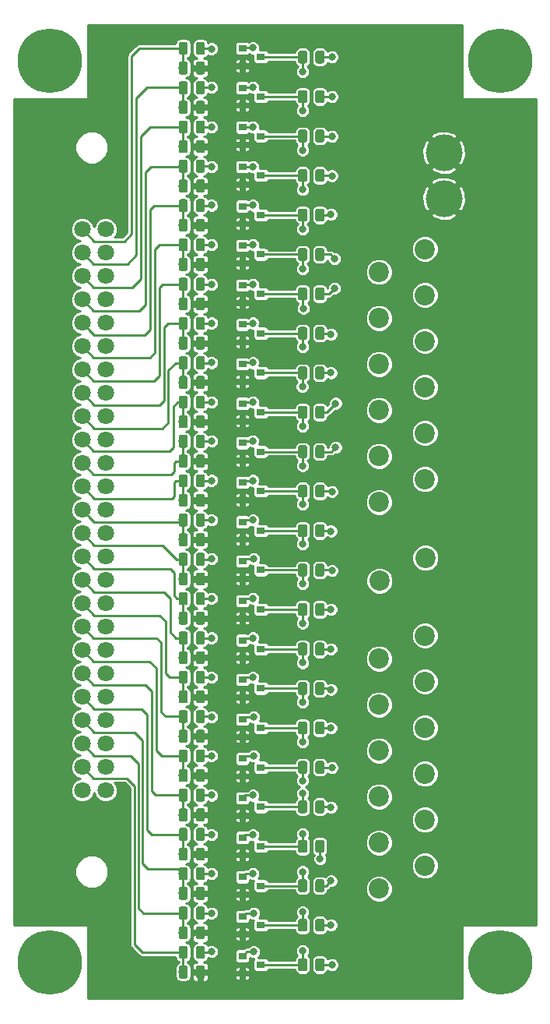
<source format=gtl>
G04 #@! TF.GenerationSoftware,KiCad,Pcbnew,5.0.2-bee76a0~70~ubuntu18.04.1*
G04 #@! TF.CreationDate,2019-06-17T19:26:50-05:00*
G04 #@! TF.ProjectId,ADAPTER_BOARD,41444150-5445-4525-9f42-4f4152442e6b,rev?*
G04 #@! TF.SameCoordinates,Original*
G04 #@! TF.FileFunction,Copper,L1,Top*
G04 #@! TF.FilePolarity,Positive*
%FSLAX46Y46*%
G04 Gerber Fmt 4.6, Leading zero omitted, Abs format (unit mm)*
G04 Created by KiCad (PCBNEW 5.0.2-bee76a0~70~ubuntu18.04.1) date Mon 17 Jun 2019 07:26:50 PM CDT*
%MOMM*%
%LPD*%
G01*
G04 APERTURE LIST*
G04 #@! TA.AperFunction,ComponentPad*
%ADD10C,4.000000*%
G04 #@! TD*
G04 #@! TA.AperFunction,ComponentPad*
%ADD11C,2.200000*%
G04 #@! TD*
G04 #@! TA.AperFunction,ComponentPad*
%ADD12C,1.800000*%
G04 #@! TD*
G04 #@! TA.AperFunction,SMDPad,CuDef*
%ADD13R,0.900000X0.800000*%
G04 #@! TD*
G04 #@! TA.AperFunction,Conductor*
%ADD14C,0.100000*%
G04 #@! TD*
G04 #@! TA.AperFunction,SMDPad,CuDef*
%ADD15C,0.975000*%
G04 #@! TD*
G04 #@! TA.AperFunction,ComponentPad*
%ADD16C,7.000000*%
G04 #@! TD*
G04 #@! TA.AperFunction,ViaPad*
%ADD17C,0.800000*%
G04 #@! TD*
G04 #@! TA.AperFunction,Conductor*
%ADD18C,0.250000*%
G04 #@! TD*
G04 APERTURE END LIST*
D10*
G04 #@! TO.P,VDC1,2*
G04 #@! TO.N,24VDC*
X166390000Y-41980000D03*
G04 #@! TO.P,VDC1,1*
X166390000Y-46980000D03*
G04 #@! TD*
D11*
G04 #@! TO.P,PLC1-2,1*
G04 #@! TO.N,/P12*
X159320000Y-79950000D03*
G04 #@! TO.P,PLC1-2,3*
G04 #@! TO.N,/P10*
X159320000Y-74950000D03*
G04 #@! TO.P,PLC1-2,5*
G04 #@! TO.N,/P08*
X159320000Y-69950000D03*
G04 #@! TO.P,PLC1-2,7*
G04 #@! TO.N,/P06*
X159320000Y-64950000D03*
G04 #@! TO.P,PLC1-2,9*
G04 #@! TO.N,/P04*
X159320000Y-59950000D03*
G04 #@! TO.P,PLC1-2,11*
G04 #@! TO.N,/P02*
X159320000Y-54950000D03*
G04 #@! TO.P,PLC1-2,2*
G04 #@! TO.N,/P11*
X164320000Y-77450000D03*
G04 #@! TO.P,PLC1-2,4*
G04 #@! TO.N,/P09*
X164320000Y-72450000D03*
G04 #@! TO.P,PLC1-2,6*
G04 #@! TO.N,/P07*
X164320000Y-67450000D03*
G04 #@! TO.P,PLC1-2,8*
G04 #@! TO.N,/P05*
X164320000Y-62450000D03*
G04 #@! TO.P,PLC1-2,10*
G04 #@! TO.N,/P03*
X164320000Y-57450000D03*
G04 #@! TO.P,PLC1-2,12*
G04 #@! TO.N,/P01*
X164320000Y-52450000D03*
G04 #@! TD*
G04 #@! TO.P,PLC13-2,1*
G04 #@! TO.N,/P24*
X159320000Y-121950000D03*
G04 #@! TO.P,PLC13-2,3*
G04 #@! TO.N,/P22*
X159320000Y-116950000D03*
G04 #@! TO.P,PLC13-2,5*
G04 #@! TO.N,/P20*
X159320000Y-111950000D03*
G04 #@! TO.P,PLC13-2,7*
G04 #@! TO.N,/P18*
X159320000Y-106950000D03*
G04 #@! TO.P,PLC13-2,9*
G04 #@! TO.N,/P16*
X159320000Y-101950000D03*
G04 #@! TO.P,PLC13-2,11*
G04 #@! TO.N,/P14*
X159320000Y-96950000D03*
G04 #@! TO.P,PLC13-2,2*
G04 #@! TO.N,/P23*
X164320000Y-119450000D03*
G04 #@! TO.P,PLC13-2,4*
G04 #@! TO.N,/P21*
X164320000Y-114450000D03*
G04 #@! TO.P,PLC13-2,6*
G04 #@! TO.N,/P19*
X164320000Y-109450000D03*
G04 #@! TO.P,PLC13-2,8*
G04 #@! TO.N,/P17*
X164320000Y-104450000D03*
G04 #@! TO.P,PLC13-2,10*
G04 #@! TO.N,/P15*
X164320000Y-99450000D03*
G04 #@! TO.P,PLC13-2,12*
G04 #@! TO.N,/P13*
X164320000Y-94450000D03*
G04 #@! TD*
G04 #@! TO.P,PLC1,2*
G04 #@! TO.N,GND*
X159370000Y-88500000D03*
G04 #@! TO.P,PLC1,1*
X164370000Y-86000000D03*
G04 #@! TD*
D12*
G04 #@! TO.P,BOARD1,2*
G04 #@! TO.N,GND*
X129570000Y-50300000D03*
G04 #@! TO.P,BOARD1,1*
G04 #@! TO.N,/B01*
X127030000Y-50300000D03*
G04 #@! TO.P,BOARD1,4*
G04 #@! TO.N,GND*
X129570000Y-52840000D03*
G04 #@! TO.P,BOARD1,3*
G04 #@! TO.N,/B02*
X127030000Y-52840000D03*
G04 #@! TO.P,BOARD1,6*
G04 #@! TO.N,GND*
X129570000Y-55380000D03*
G04 #@! TO.P,BOARD1,5*
G04 #@! TO.N,/B03*
X127030000Y-55380000D03*
G04 #@! TO.P,BOARD1,8*
G04 #@! TO.N,GND*
X129570000Y-57920000D03*
G04 #@! TO.P,BOARD1,7*
G04 #@! TO.N,/B04*
X127030000Y-57920000D03*
G04 #@! TO.P,BOARD1,10*
G04 #@! TO.N,GND*
X129570000Y-60460000D03*
G04 #@! TO.P,BOARD1,9*
G04 #@! TO.N,/B05*
X127030000Y-60460000D03*
G04 #@! TO.P,BOARD1,12*
G04 #@! TO.N,GND*
X129570000Y-63000000D03*
G04 #@! TO.P,BOARD1,11*
G04 #@! TO.N,/B06*
X127030000Y-63000000D03*
G04 #@! TO.P,BOARD1,14*
G04 #@! TO.N,GND*
X129570000Y-65540000D03*
G04 #@! TO.P,BOARD1,13*
G04 #@! TO.N,/B07*
X127030000Y-65540000D03*
G04 #@! TO.P,BOARD1,16*
G04 #@! TO.N,GND*
X129570000Y-68080000D03*
G04 #@! TO.P,BOARD1,15*
G04 #@! TO.N,/B08*
X127030000Y-68080000D03*
G04 #@! TO.P,BOARD1,18*
G04 #@! TO.N,GND*
X129570000Y-70620000D03*
G04 #@! TO.P,BOARD1,17*
G04 #@! TO.N,/B09*
X127030000Y-70620000D03*
G04 #@! TO.P,BOARD1,20*
G04 #@! TO.N,GND*
X129570000Y-73160000D03*
G04 #@! TO.P,BOARD1,19*
G04 #@! TO.N,/B10*
X127030000Y-73160000D03*
G04 #@! TO.P,BOARD1,22*
G04 #@! TO.N,GND*
X129570000Y-75700000D03*
G04 #@! TO.P,BOARD1,21*
G04 #@! TO.N,/B11*
X127030000Y-75700000D03*
G04 #@! TO.P,BOARD1,24*
G04 #@! TO.N,GND*
X129570000Y-78240000D03*
G04 #@! TO.P,BOARD1,23*
G04 #@! TO.N,/B12*
X127030000Y-78240000D03*
G04 #@! TO.P,BOARD1,26*
G04 #@! TO.N,GND*
X129570000Y-80780000D03*
G04 #@! TO.P,BOARD1,25*
G04 #@! TO.N,/B13*
X127030000Y-80780000D03*
G04 #@! TO.P,BOARD1,28*
G04 #@! TO.N,GND*
X129570000Y-83320000D03*
G04 #@! TO.P,BOARD1,27*
G04 #@! TO.N,/B14*
X127030000Y-83320000D03*
G04 #@! TO.P,BOARD1,30*
G04 #@! TO.N,GND*
X129570000Y-85860000D03*
G04 #@! TO.P,BOARD1,29*
G04 #@! TO.N,/B15*
X127030000Y-85860000D03*
G04 #@! TO.P,BOARD1,32*
G04 #@! TO.N,GND*
X129570000Y-88400000D03*
G04 #@! TO.P,BOARD1,31*
G04 #@! TO.N,/B16*
X127030000Y-88400000D03*
G04 #@! TO.P,BOARD1,34*
G04 #@! TO.N,GND*
X129570000Y-90940000D03*
G04 #@! TO.P,BOARD1,33*
G04 #@! TO.N,/B17*
X127030000Y-90940000D03*
G04 #@! TO.P,BOARD1,36*
G04 #@! TO.N,GND*
X129570000Y-93480000D03*
G04 #@! TO.P,BOARD1,35*
G04 #@! TO.N,/B18*
X127030000Y-93480000D03*
G04 #@! TO.P,BOARD1,38*
G04 #@! TO.N,GND*
X129570000Y-96020000D03*
G04 #@! TO.P,BOARD1,37*
G04 #@! TO.N,/B19*
X127030000Y-96020000D03*
G04 #@! TO.P,BOARD1,40*
G04 #@! TO.N,GND*
X129570000Y-98560000D03*
G04 #@! TO.P,BOARD1,39*
G04 #@! TO.N,/B20*
X127030000Y-98560000D03*
G04 #@! TO.P,BOARD1,42*
G04 #@! TO.N,GND*
X129570000Y-101100000D03*
G04 #@! TO.P,BOARD1,41*
G04 #@! TO.N,/B21*
X127030000Y-101100000D03*
G04 #@! TO.P,BOARD1,44*
G04 #@! TO.N,GND*
X129570000Y-103640000D03*
G04 #@! TO.P,BOARD1,43*
G04 #@! TO.N,/B22*
X127030000Y-103640000D03*
G04 #@! TO.P,BOARD1,46*
G04 #@! TO.N,GND*
X129570000Y-106180000D03*
G04 #@! TO.P,BOARD1,45*
G04 #@! TO.N,/B23*
X127030000Y-106180000D03*
G04 #@! TO.P,BOARD1,48*
G04 #@! TO.N,GND*
X129570000Y-108720000D03*
G04 #@! TO.P,BOARD1,47*
G04 #@! TO.N,/B24*
X127030000Y-108720000D03*
G04 #@! TO.P,BOARD1,50*
G04 #@! TO.N,GND*
X129570000Y-111260000D03*
G04 #@! TO.P,BOARD1,49*
G04 #@! TO.N,Net-(BOARD1-Pad49)*
X127030000Y-111260000D03*
G04 #@! TD*
D13*
G04 #@! TO.P,Q1,3*
G04 #@! TO.N,/P01*
X146450000Y-31600000D03*
G04 #@! TO.P,Q1,2*
G04 #@! TO.N,24VDC*
X144450000Y-32550000D03*
G04 #@! TO.P,Q1,1*
G04 #@! TO.N,Net-(Q1-Pad1)*
X144450000Y-30650000D03*
G04 #@! TD*
G04 #@! TO.P,Q2,1*
G04 #@! TO.N,Net-(Q2-Pad1)*
X144450000Y-34936956D03*
G04 #@! TO.P,Q2,2*
G04 #@! TO.N,24VDC*
X144450000Y-36836956D03*
G04 #@! TO.P,Q2,3*
G04 #@! TO.N,/P02*
X146450000Y-35886956D03*
G04 #@! TD*
G04 #@! TO.P,Q3,1*
G04 #@! TO.N,Net-(Q3-Pad1)*
X144450000Y-39223912D03*
G04 #@! TO.P,Q3,2*
G04 #@! TO.N,24VDC*
X144450000Y-41123912D03*
G04 #@! TO.P,Q3,3*
G04 #@! TO.N,/P03*
X146450000Y-40173912D03*
G04 #@! TD*
G04 #@! TO.P,Q4,1*
G04 #@! TO.N,Net-(Q4-Pad1)*
X144450000Y-43510868D03*
G04 #@! TO.P,Q4,2*
G04 #@! TO.N,24VDC*
X144450000Y-45410868D03*
G04 #@! TO.P,Q4,3*
G04 #@! TO.N,/P04*
X146450000Y-44460868D03*
G04 #@! TD*
G04 #@! TO.P,Q5,3*
G04 #@! TO.N,/P05*
X146450000Y-48747824D03*
G04 #@! TO.P,Q5,2*
G04 #@! TO.N,24VDC*
X144450000Y-49697824D03*
G04 #@! TO.P,Q5,1*
G04 #@! TO.N,Net-(Q5-Pad1)*
X144450000Y-47797824D03*
G04 #@! TD*
G04 #@! TO.P,Q6,3*
G04 #@! TO.N,/P06*
X146450000Y-53034780D03*
G04 #@! TO.P,Q6,2*
G04 #@! TO.N,24VDC*
X144450000Y-53984780D03*
G04 #@! TO.P,Q6,1*
G04 #@! TO.N,Net-(Q6-Pad1)*
X144450000Y-52084780D03*
G04 #@! TD*
G04 #@! TO.P,Q7,1*
G04 #@! TO.N,Net-(Q7-Pad1)*
X144450000Y-56371736D03*
G04 #@! TO.P,Q7,2*
G04 #@! TO.N,24VDC*
X144450000Y-58271736D03*
G04 #@! TO.P,Q7,3*
G04 #@! TO.N,/P07*
X146450000Y-57321736D03*
G04 #@! TD*
G04 #@! TO.P,Q8,1*
G04 #@! TO.N,Net-(Q8-Pad1)*
X144450000Y-60658692D03*
G04 #@! TO.P,Q8,2*
G04 #@! TO.N,24VDC*
X144450000Y-62558692D03*
G04 #@! TO.P,Q8,3*
G04 #@! TO.N,/P08*
X146450000Y-61608692D03*
G04 #@! TD*
G04 #@! TO.P,Q9,1*
G04 #@! TO.N,Net-(Q9-Pad1)*
X144450000Y-64945648D03*
G04 #@! TO.P,Q9,2*
G04 #@! TO.N,24VDC*
X144450000Y-66845648D03*
G04 #@! TO.P,Q9,3*
G04 #@! TO.N,/P09*
X146450000Y-65895648D03*
G04 #@! TD*
G04 #@! TO.P,Q10,3*
G04 #@! TO.N,/P10*
X146450000Y-70182604D03*
G04 #@! TO.P,Q10,2*
G04 #@! TO.N,24VDC*
X144450000Y-71132604D03*
G04 #@! TO.P,Q10,1*
G04 #@! TO.N,Net-(Q10-Pad1)*
X144450000Y-69232604D03*
G04 #@! TD*
G04 #@! TO.P,Q11,3*
G04 #@! TO.N,/P11*
X146450000Y-74469560D03*
G04 #@! TO.P,Q11,2*
G04 #@! TO.N,24VDC*
X144450000Y-75419560D03*
G04 #@! TO.P,Q11,1*
G04 #@! TO.N,Net-(Q11-Pad1)*
X144450000Y-73519560D03*
G04 #@! TD*
G04 #@! TO.P,Q12,1*
G04 #@! TO.N,Net-(Q12-Pad1)*
X144450000Y-77806516D03*
G04 #@! TO.P,Q12,2*
G04 #@! TO.N,24VDC*
X144450000Y-79706516D03*
G04 #@! TO.P,Q12,3*
G04 #@! TO.N,/P12*
X146450000Y-78756516D03*
G04 #@! TD*
G04 #@! TO.P,Q13,3*
G04 #@! TO.N,/P13*
X146450000Y-83043472D03*
G04 #@! TO.P,Q13,2*
G04 #@! TO.N,24VDC*
X144450000Y-83993472D03*
G04 #@! TO.P,Q13,1*
G04 #@! TO.N,Net-(Q13-Pad1)*
X144450000Y-82093472D03*
G04 #@! TD*
G04 #@! TO.P,Q14,3*
G04 #@! TO.N,/P14*
X146450000Y-87330428D03*
G04 #@! TO.P,Q14,2*
G04 #@! TO.N,24VDC*
X144450000Y-88280428D03*
G04 #@! TO.P,Q14,1*
G04 #@! TO.N,Net-(Q14-Pad1)*
X144450000Y-86380428D03*
G04 #@! TD*
G04 #@! TO.P,Q15,3*
G04 #@! TO.N,/P15*
X146450000Y-91617384D03*
G04 #@! TO.P,Q15,2*
G04 #@! TO.N,24VDC*
X144450000Y-92567384D03*
G04 #@! TO.P,Q15,1*
G04 #@! TO.N,Net-(Q15-Pad1)*
X144450000Y-90667384D03*
G04 #@! TD*
G04 #@! TO.P,Q16,3*
G04 #@! TO.N,/P16*
X146450000Y-95904340D03*
G04 #@! TO.P,Q16,2*
G04 #@! TO.N,24VDC*
X144450000Y-96854340D03*
G04 #@! TO.P,Q16,1*
G04 #@! TO.N,Net-(Q16-Pad1)*
X144450000Y-94954340D03*
G04 #@! TD*
G04 #@! TO.P,Q17,1*
G04 #@! TO.N,Net-(Q17-Pad1)*
X144450000Y-99241296D03*
G04 #@! TO.P,Q17,2*
G04 #@! TO.N,24VDC*
X144450000Y-101141296D03*
G04 #@! TO.P,Q17,3*
G04 #@! TO.N,/P17*
X146450000Y-100191296D03*
G04 #@! TD*
G04 #@! TO.P,Q18,1*
G04 #@! TO.N,Net-(Q18-Pad1)*
X144450000Y-103528252D03*
G04 #@! TO.P,Q18,2*
G04 #@! TO.N,24VDC*
X144450000Y-105428252D03*
G04 #@! TO.P,Q18,3*
G04 #@! TO.N,/P18*
X146450000Y-104478252D03*
G04 #@! TD*
G04 #@! TO.P,Q19,1*
G04 #@! TO.N,Net-(Q19-Pad1)*
X144450000Y-107815208D03*
G04 #@! TO.P,Q19,2*
G04 #@! TO.N,24VDC*
X144450000Y-109715208D03*
G04 #@! TO.P,Q19,3*
G04 #@! TO.N,/P19*
X146450000Y-108765208D03*
G04 #@! TD*
G04 #@! TO.P,Q20,3*
G04 #@! TO.N,/P20*
X146450000Y-113052164D03*
G04 #@! TO.P,Q20,2*
G04 #@! TO.N,24VDC*
X144450000Y-114002164D03*
G04 #@! TO.P,Q20,1*
G04 #@! TO.N,Net-(Q20-Pad1)*
X144450000Y-112102164D03*
G04 #@! TD*
G04 #@! TO.P,Q21,1*
G04 #@! TO.N,Net-(Q21-Pad1)*
X144450000Y-116389120D03*
G04 #@! TO.P,Q21,2*
G04 #@! TO.N,24VDC*
X144450000Y-118289120D03*
G04 #@! TO.P,Q21,3*
G04 #@! TO.N,/P21*
X146450000Y-117339120D03*
G04 #@! TD*
G04 #@! TO.P,Q22,1*
G04 #@! TO.N,Net-(Q22-Pad1)*
X144450000Y-120676076D03*
G04 #@! TO.P,Q22,2*
G04 #@! TO.N,24VDC*
X144450000Y-122576076D03*
G04 #@! TO.P,Q22,3*
G04 #@! TO.N,/P22*
X146450000Y-121626076D03*
G04 #@! TD*
G04 #@! TO.P,Q23,3*
G04 #@! TO.N,/P23*
X146450000Y-125913032D03*
G04 #@! TO.P,Q23,2*
G04 #@! TO.N,24VDC*
X144450000Y-126863032D03*
G04 #@! TO.P,Q23,1*
G04 #@! TO.N,Net-(Q23-Pad1)*
X144450000Y-124963032D03*
G04 #@! TD*
G04 #@! TO.P,Q24,3*
G04 #@! TO.N,/P24*
X146450000Y-130200000D03*
G04 #@! TO.P,Q24,2*
G04 #@! TO.N,24VDC*
X144450000Y-131150000D03*
G04 #@! TO.P,Q24,1*
G04 #@! TO.N,Net-(Q24-Pad1)*
X144450000Y-129250000D03*
G04 #@! TD*
D14*
G04 #@! TO.N,/B01*
G04 #@! TO.C,R1*
G36*
X138280142Y-32086280D02*
X138303803Y-32089790D01*
X138327007Y-32095602D01*
X138349529Y-32103660D01*
X138371153Y-32113888D01*
X138391670Y-32126185D01*
X138410883Y-32140435D01*
X138428607Y-32156499D01*
X138444671Y-32174223D01*
X138458921Y-32193436D01*
X138471218Y-32213953D01*
X138481446Y-32235577D01*
X138489504Y-32258099D01*
X138495316Y-32281303D01*
X138498826Y-32304964D01*
X138500000Y-32328856D01*
X138500000Y-33241356D01*
X138498826Y-33265248D01*
X138495316Y-33288909D01*
X138489504Y-33312113D01*
X138481446Y-33334635D01*
X138471218Y-33356259D01*
X138458921Y-33376776D01*
X138444671Y-33395989D01*
X138428607Y-33413713D01*
X138410883Y-33429777D01*
X138391670Y-33444027D01*
X138371153Y-33456324D01*
X138349529Y-33466552D01*
X138327007Y-33474610D01*
X138303803Y-33480422D01*
X138280142Y-33483932D01*
X138256250Y-33485106D01*
X137768750Y-33485106D01*
X137744858Y-33483932D01*
X137721197Y-33480422D01*
X137697993Y-33474610D01*
X137675471Y-33466552D01*
X137653847Y-33456324D01*
X137633330Y-33444027D01*
X137614117Y-33429777D01*
X137596393Y-33413713D01*
X137580329Y-33395989D01*
X137566079Y-33376776D01*
X137553782Y-33356259D01*
X137543554Y-33334635D01*
X137535496Y-33312113D01*
X137529684Y-33288909D01*
X137526174Y-33265248D01*
X137525000Y-33241356D01*
X137525000Y-32328856D01*
X137526174Y-32304964D01*
X137529684Y-32281303D01*
X137535496Y-32258099D01*
X137543554Y-32235577D01*
X137553782Y-32213953D01*
X137566079Y-32193436D01*
X137580329Y-32174223D01*
X137596393Y-32156499D01*
X137614117Y-32140435D01*
X137633330Y-32126185D01*
X137653847Y-32113888D01*
X137675471Y-32103660D01*
X137697993Y-32095602D01*
X137721197Y-32089790D01*
X137744858Y-32086280D01*
X137768750Y-32085106D01*
X138256250Y-32085106D01*
X138280142Y-32086280D01*
X138280142Y-32086280D01*
G37*
D15*
G04 #@! TD*
G04 #@! TO.P,R1,1*
G04 #@! TO.N,/B01*
X138012500Y-32785106D03*
D14*
G04 #@! TO.N,24VDC*
G04 #@! TO.C,R1*
G36*
X140155142Y-32086280D02*
X140178803Y-32089790D01*
X140202007Y-32095602D01*
X140224529Y-32103660D01*
X140246153Y-32113888D01*
X140266670Y-32126185D01*
X140285883Y-32140435D01*
X140303607Y-32156499D01*
X140319671Y-32174223D01*
X140333921Y-32193436D01*
X140346218Y-32213953D01*
X140356446Y-32235577D01*
X140364504Y-32258099D01*
X140370316Y-32281303D01*
X140373826Y-32304964D01*
X140375000Y-32328856D01*
X140375000Y-33241356D01*
X140373826Y-33265248D01*
X140370316Y-33288909D01*
X140364504Y-33312113D01*
X140356446Y-33334635D01*
X140346218Y-33356259D01*
X140333921Y-33376776D01*
X140319671Y-33395989D01*
X140303607Y-33413713D01*
X140285883Y-33429777D01*
X140266670Y-33444027D01*
X140246153Y-33456324D01*
X140224529Y-33466552D01*
X140202007Y-33474610D01*
X140178803Y-33480422D01*
X140155142Y-33483932D01*
X140131250Y-33485106D01*
X139643750Y-33485106D01*
X139619858Y-33483932D01*
X139596197Y-33480422D01*
X139572993Y-33474610D01*
X139550471Y-33466552D01*
X139528847Y-33456324D01*
X139508330Y-33444027D01*
X139489117Y-33429777D01*
X139471393Y-33413713D01*
X139455329Y-33395989D01*
X139441079Y-33376776D01*
X139428782Y-33356259D01*
X139418554Y-33334635D01*
X139410496Y-33312113D01*
X139404684Y-33288909D01*
X139401174Y-33265248D01*
X139400000Y-33241356D01*
X139400000Y-32328856D01*
X139401174Y-32304964D01*
X139404684Y-32281303D01*
X139410496Y-32258099D01*
X139418554Y-32235577D01*
X139428782Y-32213953D01*
X139441079Y-32193436D01*
X139455329Y-32174223D01*
X139471393Y-32156499D01*
X139489117Y-32140435D01*
X139508330Y-32126185D01*
X139528847Y-32113888D01*
X139550471Y-32103660D01*
X139572993Y-32095602D01*
X139596197Y-32089790D01*
X139619858Y-32086280D01*
X139643750Y-32085106D01*
X140131250Y-32085106D01*
X140155142Y-32086280D01*
X140155142Y-32086280D01*
G37*
D15*
G04 #@! TD*
G04 #@! TO.P,R1,2*
G04 #@! TO.N,24VDC*
X139887500Y-32785106D03*
D14*
G04 #@! TO.N,/B01*
G04 #@! TO.C,R2*
G36*
X138280142Y-29951174D02*
X138303803Y-29954684D01*
X138327007Y-29960496D01*
X138349529Y-29968554D01*
X138371153Y-29978782D01*
X138391670Y-29991079D01*
X138410883Y-30005329D01*
X138428607Y-30021393D01*
X138444671Y-30039117D01*
X138458921Y-30058330D01*
X138471218Y-30078847D01*
X138481446Y-30100471D01*
X138489504Y-30122993D01*
X138495316Y-30146197D01*
X138498826Y-30169858D01*
X138500000Y-30193750D01*
X138500000Y-31106250D01*
X138498826Y-31130142D01*
X138495316Y-31153803D01*
X138489504Y-31177007D01*
X138481446Y-31199529D01*
X138471218Y-31221153D01*
X138458921Y-31241670D01*
X138444671Y-31260883D01*
X138428607Y-31278607D01*
X138410883Y-31294671D01*
X138391670Y-31308921D01*
X138371153Y-31321218D01*
X138349529Y-31331446D01*
X138327007Y-31339504D01*
X138303803Y-31345316D01*
X138280142Y-31348826D01*
X138256250Y-31350000D01*
X137768750Y-31350000D01*
X137744858Y-31348826D01*
X137721197Y-31345316D01*
X137697993Y-31339504D01*
X137675471Y-31331446D01*
X137653847Y-31321218D01*
X137633330Y-31308921D01*
X137614117Y-31294671D01*
X137596393Y-31278607D01*
X137580329Y-31260883D01*
X137566079Y-31241670D01*
X137553782Y-31221153D01*
X137543554Y-31199529D01*
X137535496Y-31177007D01*
X137529684Y-31153803D01*
X137526174Y-31130142D01*
X137525000Y-31106250D01*
X137525000Y-30193750D01*
X137526174Y-30169858D01*
X137529684Y-30146197D01*
X137535496Y-30122993D01*
X137543554Y-30100471D01*
X137553782Y-30078847D01*
X137566079Y-30058330D01*
X137580329Y-30039117D01*
X137596393Y-30021393D01*
X137614117Y-30005329D01*
X137633330Y-29991079D01*
X137653847Y-29978782D01*
X137675471Y-29968554D01*
X137697993Y-29960496D01*
X137721197Y-29954684D01*
X137744858Y-29951174D01*
X137768750Y-29950000D01*
X138256250Y-29950000D01*
X138280142Y-29951174D01*
X138280142Y-29951174D01*
G37*
D15*
G04 #@! TD*
G04 #@! TO.P,R2,2*
G04 #@! TO.N,/B01*
X138012500Y-30650000D03*
D14*
G04 #@! TO.N,Net-(Q1-Pad1)*
G04 #@! TO.C,R2*
G36*
X140155142Y-29951174D02*
X140178803Y-29954684D01*
X140202007Y-29960496D01*
X140224529Y-29968554D01*
X140246153Y-29978782D01*
X140266670Y-29991079D01*
X140285883Y-30005329D01*
X140303607Y-30021393D01*
X140319671Y-30039117D01*
X140333921Y-30058330D01*
X140346218Y-30078847D01*
X140356446Y-30100471D01*
X140364504Y-30122993D01*
X140370316Y-30146197D01*
X140373826Y-30169858D01*
X140375000Y-30193750D01*
X140375000Y-31106250D01*
X140373826Y-31130142D01*
X140370316Y-31153803D01*
X140364504Y-31177007D01*
X140356446Y-31199529D01*
X140346218Y-31221153D01*
X140333921Y-31241670D01*
X140319671Y-31260883D01*
X140303607Y-31278607D01*
X140285883Y-31294671D01*
X140266670Y-31308921D01*
X140246153Y-31321218D01*
X140224529Y-31331446D01*
X140202007Y-31339504D01*
X140178803Y-31345316D01*
X140155142Y-31348826D01*
X140131250Y-31350000D01*
X139643750Y-31350000D01*
X139619858Y-31348826D01*
X139596197Y-31345316D01*
X139572993Y-31339504D01*
X139550471Y-31331446D01*
X139528847Y-31321218D01*
X139508330Y-31308921D01*
X139489117Y-31294671D01*
X139471393Y-31278607D01*
X139455329Y-31260883D01*
X139441079Y-31241670D01*
X139428782Y-31221153D01*
X139418554Y-31199529D01*
X139410496Y-31177007D01*
X139404684Y-31153803D01*
X139401174Y-31130142D01*
X139400000Y-31106250D01*
X139400000Y-30193750D01*
X139401174Y-30169858D01*
X139404684Y-30146197D01*
X139410496Y-30122993D01*
X139418554Y-30100471D01*
X139428782Y-30078847D01*
X139441079Y-30058330D01*
X139455329Y-30039117D01*
X139471393Y-30021393D01*
X139489117Y-30005329D01*
X139508330Y-29991079D01*
X139528847Y-29978782D01*
X139550471Y-29968554D01*
X139572993Y-29960496D01*
X139596197Y-29954684D01*
X139619858Y-29951174D01*
X139643750Y-29950000D01*
X140131250Y-29950000D01*
X140155142Y-29951174D01*
X140155142Y-29951174D01*
G37*
D15*
G04 #@! TD*
G04 #@! TO.P,R2,1*
G04 #@! TO.N,Net-(Q1-Pad1)*
X139887500Y-30650000D03*
D14*
G04 #@! TO.N,GND*
G04 #@! TO.C,R3*
G36*
X153155142Y-30901174D02*
X153178803Y-30904684D01*
X153202007Y-30910496D01*
X153224529Y-30918554D01*
X153246153Y-30928782D01*
X153266670Y-30941079D01*
X153285883Y-30955329D01*
X153303607Y-30971393D01*
X153319671Y-30989117D01*
X153333921Y-31008330D01*
X153346218Y-31028847D01*
X153356446Y-31050471D01*
X153364504Y-31072993D01*
X153370316Y-31096197D01*
X153373826Y-31119858D01*
X153375000Y-31143750D01*
X153375000Y-32056250D01*
X153373826Y-32080142D01*
X153370316Y-32103803D01*
X153364504Y-32127007D01*
X153356446Y-32149529D01*
X153346218Y-32171153D01*
X153333921Y-32191670D01*
X153319671Y-32210883D01*
X153303607Y-32228607D01*
X153285883Y-32244671D01*
X153266670Y-32258921D01*
X153246153Y-32271218D01*
X153224529Y-32281446D01*
X153202007Y-32289504D01*
X153178803Y-32295316D01*
X153155142Y-32298826D01*
X153131250Y-32300000D01*
X152643750Y-32300000D01*
X152619858Y-32298826D01*
X152596197Y-32295316D01*
X152572993Y-32289504D01*
X152550471Y-32281446D01*
X152528847Y-32271218D01*
X152508330Y-32258921D01*
X152489117Y-32244671D01*
X152471393Y-32228607D01*
X152455329Y-32210883D01*
X152441079Y-32191670D01*
X152428782Y-32171153D01*
X152418554Y-32149529D01*
X152410496Y-32127007D01*
X152404684Y-32103803D01*
X152401174Y-32080142D01*
X152400000Y-32056250D01*
X152400000Y-31143750D01*
X152401174Y-31119858D01*
X152404684Y-31096197D01*
X152410496Y-31072993D01*
X152418554Y-31050471D01*
X152428782Y-31028847D01*
X152441079Y-31008330D01*
X152455329Y-30989117D01*
X152471393Y-30971393D01*
X152489117Y-30955329D01*
X152508330Y-30941079D01*
X152528847Y-30928782D01*
X152550471Y-30918554D01*
X152572993Y-30910496D01*
X152596197Y-30904684D01*
X152619858Y-30901174D01*
X152643750Y-30900000D01*
X153131250Y-30900000D01*
X153155142Y-30901174D01*
X153155142Y-30901174D01*
G37*
D15*
G04 #@! TD*
G04 #@! TO.P,R3,1*
G04 #@! TO.N,GND*
X152887500Y-31600000D03*
D14*
G04 #@! TO.N,/P01*
G04 #@! TO.C,R3*
G36*
X151280142Y-30901174D02*
X151303803Y-30904684D01*
X151327007Y-30910496D01*
X151349529Y-30918554D01*
X151371153Y-30928782D01*
X151391670Y-30941079D01*
X151410883Y-30955329D01*
X151428607Y-30971393D01*
X151444671Y-30989117D01*
X151458921Y-31008330D01*
X151471218Y-31028847D01*
X151481446Y-31050471D01*
X151489504Y-31072993D01*
X151495316Y-31096197D01*
X151498826Y-31119858D01*
X151500000Y-31143750D01*
X151500000Y-32056250D01*
X151498826Y-32080142D01*
X151495316Y-32103803D01*
X151489504Y-32127007D01*
X151481446Y-32149529D01*
X151471218Y-32171153D01*
X151458921Y-32191670D01*
X151444671Y-32210883D01*
X151428607Y-32228607D01*
X151410883Y-32244671D01*
X151391670Y-32258921D01*
X151371153Y-32271218D01*
X151349529Y-32281446D01*
X151327007Y-32289504D01*
X151303803Y-32295316D01*
X151280142Y-32298826D01*
X151256250Y-32300000D01*
X150768750Y-32300000D01*
X150744858Y-32298826D01*
X150721197Y-32295316D01*
X150697993Y-32289504D01*
X150675471Y-32281446D01*
X150653847Y-32271218D01*
X150633330Y-32258921D01*
X150614117Y-32244671D01*
X150596393Y-32228607D01*
X150580329Y-32210883D01*
X150566079Y-32191670D01*
X150553782Y-32171153D01*
X150543554Y-32149529D01*
X150535496Y-32127007D01*
X150529684Y-32103803D01*
X150526174Y-32080142D01*
X150525000Y-32056250D01*
X150525000Y-31143750D01*
X150526174Y-31119858D01*
X150529684Y-31096197D01*
X150535496Y-31072993D01*
X150543554Y-31050471D01*
X150553782Y-31028847D01*
X150566079Y-31008330D01*
X150580329Y-30989117D01*
X150596393Y-30971393D01*
X150614117Y-30955329D01*
X150633330Y-30941079D01*
X150653847Y-30928782D01*
X150675471Y-30918554D01*
X150697993Y-30910496D01*
X150721197Y-30904684D01*
X150744858Y-30901174D01*
X150768750Y-30900000D01*
X151256250Y-30900000D01*
X151280142Y-30901174D01*
X151280142Y-30901174D01*
G37*
D15*
G04 #@! TD*
G04 #@! TO.P,R3,2*
G04 #@! TO.N,/P01*
X151012500Y-31600000D03*
D14*
G04 #@! TO.N,/B02*
G04 #@! TO.C,R4*
G36*
X138280142Y-36356492D02*
X138303803Y-36360002D01*
X138327007Y-36365814D01*
X138349529Y-36373872D01*
X138371153Y-36384100D01*
X138391670Y-36396397D01*
X138410883Y-36410647D01*
X138428607Y-36426711D01*
X138444671Y-36444435D01*
X138458921Y-36463648D01*
X138471218Y-36484165D01*
X138481446Y-36505789D01*
X138489504Y-36528311D01*
X138495316Y-36551515D01*
X138498826Y-36575176D01*
X138500000Y-36599068D01*
X138500000Y-37511568D01*
X138498826Y-37535460D01*
X138495316Y-37559121D01*
X138489504Y-37582325D01*
X138481446Y-37604847D01*
X138471218Y-37626471D01*
X138458921Y-37646988D01*
X138444671Y-37666201D01*
X138428607Y-37683925D01*
X138410883Y-37699989D01*
X138391670Y-37714239D01*
X138371153Y-37726536D01*
X138349529Y-37736764D01*
X138327007Y-37744822D01*
X138303803Y-37750634D01*
X138280142Y-37754144D01*
X138256250Y-37755318D01*
X137768750Y-37755318D01*
X137744858Y-37754144D01*
X137721197Y-37750634D01*
X137697993Y-37744822D01*
X137675471Y-37736764D01*
X137653847Y-37726536D01*
X137633330Y-37714239D01*
X137614117Y-37699989D01*
X137596393Y-37683925D01*
X137580329Y-37666201D01*
X137566079Y-37646988D01*
X137553782Y-37626471D01*
X137543554Y-37604847D01*
X137535496Y-37582325D01*
X137529684Y-37559121D01*
X137526174Y-37535460D01*
X137525000Y-37511568D01*
X137525000Y-36599068D01*
X137526174Y-36575176D01*
X137529684Y-36551515D01*
X137535496Y-36528311D01*
X137543554Y-36505789D01*
X137553782Y-36484165D01*
X137566079Y-36463648D01*
X137580329Y-36444435D01*
X137596393Y-36426711D01*
X137614117Y-36410647D01*
X137633330Y-36396397D01*
X137653847Y-36384100D01*
X137675471Y-36373872D01*
X137697993Y-36365814D01*
X137721197Y-36360002D01*
X137744858Y-36356492D01*
X137768750Y-36355318D01*
X138256250Y-36355318D01*
X138280142Y-36356492D01*
X138280142Y-36356492D01*
G37*
D15*
G04 #@! TD*
G04 #@! TO.P,R4,1*
G04 #@! TO.N,/B02*
X138012500Y-37055318D03*
D14*
G04 #@! TO.N,24VDC*
G04 #@! TO.C,R4*
G36*
X140155142Y-36356492D02*
X140178803Y-36360002D01*
X140202007Y-36365814D01*
X140224529Y-36373872D01*
X140246153Y-36384100D01*
X140266670Y-36396397D01*
X140285883Y-36410647D01*
X140303607Y-36426711D01*
X140319671Y-36444435D01*
X140333921Y-36463648D01*
X140346218Y-36484165D01*
X140356446Y-36505789D01*
X140364504Y-36528311D01*
X140370316Y-36551515D01*
X140373826Y-36575176D01*
X140375000Y-36599068D01*
X140375000Y-37511568D01*
X140373826Y-37535460D01*
X140370316Y-37559121D01*
X140364504Y-37582325D01*
X140356446Y-37604847D01*
X140346218Y-37626471D01*
X140333921Y-37646988D01*
X140319671Y-37666201D01*
X140303607Y-37683925D01*
X140285883Y-37699989D01*
X140266670Y-37714239D01*
X140246153Y-37726536D01*
X140224529Y-37736764D01*
X140202007Y-37744822D01*
X140178803Y-37750634D01*
X140155142Y-37754144D01*
X140131250Y-37755318D01*
X139643750Y-37755318D01*
X139619858Y-37754144D01*
X139596197Y-37750634D01*
X139572993Y-37744822D01*
X139550471Y-37736764D01*
X139528847Y-37726536D01*
X139508330Y-37714239D01*
X139489117Y-37699989D01*
X139471393Y-37683925D01*
X139455329Y-37666201D01*
X139441079Y-37646988D01*
X139428782Y-37626471D01*
X139418554Y-37604847D01*
X139410496Y-37582325D01*
X139404684Y-37559121D01*
X139401174Y-37535460D01*
X139400000Y-37511568D01*
X139400000Y-36599068D01*
X139401174Y-36575176D01*
X139404684Y-36551515D01*
X139410496Y-36528311D01*
X139418554Y-36505789D01*
X139428782Y-36484165D01*
X139441079Y-36463648D01*
X139455329Y-36444435D01*
X139471393Y-36426711D01*
X139489117Y-36410647D01*
X139508330Y-36396397D01*
X139528847Y-36384100D01*
X139550471Y-36373872D01*
X139572993Y-36365814D01*
X139596197Y-36360002D01*
X139619858Y-36356492D01*
X139643750Y-36355318D01*
X140131250Y-36355318D01*
X140155142Y-36356492D01*
X140155142Y-36356492D01*
G37*
D15*
G04 #@! TD*
G04 #@! TO.P,R4,2*
G04 #@! TO.N,24VDC*
X139887500Y-37055318D03*
D14*
G04 #@! TO.N,Net-(Q2-Pad1)*
G04 #@! TO.C,R5*
G36*
X140155142Y-34221386D02*
X140178803Y-34224896D01*
X140202007Y-34230708D01*
X140224529Y-34238766D01*
X140246153Y-34248994D01*
X140266670Y-34261291D01*
X140285883Y-34275541D01*
X140303607Y-34291605D01*
X140319671Y-34309329D01*
X140333921Y-34328542D01*
X140346218Y-34349059D01*
X140356446Y-34370683D01*
X140364504Y-34393205D01*
X140370316Y-34416409D01*
X140373826Y-34440070D01*
X140375000Y-34463962D01*
X140375000Y-35376462D01*
X140373826Y-35400354D01*
X140370316Y-35424015D01*
X140364504Y-35447219D01*
X140356446Y-35469741D01*
X140346218Y-35491365D01*
X140333921Y-35511882D01*
X140319671Y-35531095D01*
X140303607Y-35548819D01*
X140285883Y-35564883D01*
X140266670Y-35579133D01*
X140246153Y-35591430D01*
X140224529Y-35601658D01*
X140202007Y-35609716D01*
X140178803Y-35615528D01*
X140155142Y-35619038D01*
X140131250Y-35620212D01*
X139643750Y-35620212D01*
X139619858Y-35619038D01*
X139596197Y-35615528D01*
X139572993Y-35609716D01*
X139550471Y-35601658D01*
X139528847Y-35591430D01*
X139508330Y-35579133D01*
X139489117Y-35564883D01*
X139471393Y-35548819D01*
X139455329Y-35531095D01*
X139441079Y-35511882D01*
X139428782Y-35491365D01*
X139418554Y-35469741D01*
X139410496Y-35447219D01*
X139404684Y-35424015D01*
X139401174Y-35400354D01*
X139400000Y-35376462D01*
X139400000Y-34463962D01*
X139401174Y-34440070D01*
X139404684Y-34416409D01*
X139410496Y-34393205D01*
X139418554Y-34370683D01*
X139428782Y-34349059D01*
X139441079Y-34328542D01*
X139455329Y-34309329D01*
X139471393Y-34291605D01*
X139489117Y-34275541D01*
X139508330Y-34261291D01*
X139528847Y-34248994D01*
X139550471Y-34238766D01*
X139572993Y-34230708D01*
X139596197Y-34224896D01*
X139619858Y-34221386D01*
X139643750Y-34220212D01*
X140131250Y-34220212D01*
X140155142Y-34221386D01*
X140155142Y-34221386D01*
G37*
D15*
G04 #@! TD*
G04 #@! TO.P,R5,1*
G04 #@! TO.N,Net-(Q2-Pad1)*
X139887500Y-34920212D03*
D14*
G04 #@! TO.N,/B02*
G04 #@! TO.C,R5*
G36*
X138280142Y-34221386D02*
X138303803Y-34224896D01*
X138327007Y-34230708D01*
X138349529Y-34238766D01*
X138371153Y-34248994D01*
X138391670Y-34261291D01*
X138410883Y-34275541D01*
X138428607Y-34291605D01*
X138444671Y-34309329D01*
X138458921Y-34328542D01*
X138471218Y-34349059D01*
X138481446Y-34370683D01*
X138489504Y-34393205D01*
X138495316Y-34416409D01*
X138498826Y-34440070D01*
X138500000Y-34463962D01*
X138500000Y-35376462D01*
X138498826Y-35400354D01*
X138495316Y-35424015D01*
X138489504Y-35447219D01*
X138481446Y-35469741D01*
X138471218Y-35491365D01*
X138458921Y-35511882D01*
X138444671Y-35531095D01*
X138428607Y-35548819D01*
X138410883Y-35564883D01*
X138391670Y-35579133D01*
X138371153Y-35591430D01*
X138349529Y-35601658D01*
X138327007Y-35609716D01*
X138303803Y-35615528D01*
X138280142Y-35619038D01*
X138256250Y-35620212D01*
X137768750Y-35620212D01*
X137744858Y-35619038D01*
X137721197Y-35615528D01*
X137697993Y-35609716D01*
X137675471Y-35601658D01*
X137653847Y-35591430D01*
X137633330Y-35579133D01*
X137614117Y-35564883D01*
X137596393Y-35548819D01*
X137580329Y-35531095D01*
X137566079Y-35511882D01*
X137553782Y-35491365D01*
X137543554Y-35469741D01*
X137535496Y-35447219D01*
X137529684Y-35424015D01*
X137526174Y-35400354D01*
X137525000Y-35376462D01*
X137525000Y-34463962D01*
X137526174Y-34440070D01*
X137529684Y-34416409D01*
X137535496Y-34393205D01*
X137543554Y-34370683D01*
X137553782Y-34349059D01*
X137566079Y-34328542D01*
X137580329Y-34309329D01*
X137596393Y-34291605D01*
X137614117Y-34275541D01*
X137633330Y-34261291D01*
X137653847Y-34248994D01*
X137675471Y-34238766D01*
X137697993Y-34230708D01*
X137721197Y-34224896D01*
X137744858Y-34221386D01*
X137768750Y-34220212D01*
X138256250Y-34220212D01*
X138280142Y-34221386D01*
X138280142Y-34221386D01*
G37*
D15*
G04 #@! TD*
G04 #@! TO.P,R5,2*
G04 #@! TO.N,/B02*
X138012500Y-34920212D03*
D14*
G04 #@! TO.N,/P02*
G04 #@! TO.C,R6*
G36*
X151280142Y-35188130D02*
X151303803Y-35191640D01*
X151327007Y-35197452D01*
X151349529Y-35205510D01*
X151371153Y-35215738D01*
X151391670Y-35228035D01*
X151410883Y-35242285D01*
X151428607Y-35258349D01*
X151444671Y-35276073D01*
X151458921Y-35295286D01*
X151471218Y-35315803D01*
X151481446Y-35337427D01*
X151489504Y-35359949D01*
X151495316Y-35383153D01*
X151498826Y-35406814D01*
X151500000Y-35430706D01*
X151500000Y-36343206D01*
X151498826Y-36367098D01*
X151495316Y-36390759D01*
X151489504Y-36413963D01*
X151481446Y-36436485D01*
X151471218Y-36458109D01*
X151458921Y-36478626D01*
X151444671Y-36497839D01*
X151428607Y-36515563D01*
X151410883Y-36531627D01*
X151391670Y-36545877D01*
X151371153Y-36558174D01*
X151349529Y-36568402D01*
X151327007Y-36576460D01*
X151303803Y-36582272D01*
X151280142Y-36585782D01*
X151256250Y-36586956D01*
X150768750Y-36586956D01*
X150744858Y-36585782D01*
X150721197Y-36582272D01*
X150697993Y-36576460D01*
X150675471Y-36568402D01*
X150653847Y-36558174D01*
X150633330Y-36545877D01*
X150614117Y-36531627D01*
X150596393Y-36515563D01*
X150580329Y-36497839D01*
X150566079Y-36478626D01*
X150553782Y-36458109D01*
X150543554Y-36436485D01*
X150535496Y-36413963D01*
X150529684Y-36390759D01*
X150526174Y-36367098D01*
X150525000Y-36343206D01*
X150525000Y-35430706D01*
X150526174Y-35406814D01*
X150529684Y-35383153D01*
X150535496Y-35359949D01*
X150543554Y-35337427D01*
X150553782Y-35315803D01*
X150566079Y-35295286D01*
X150580329Y-35276073D01*
X150596393Y-35258349D01*
X150614117Y-35242285D01*
X150633330Y-35228035D01*
X150653847Y-35215738D01*
X150675471Y-35205510D01*
X150697993Y-35197452D01*
X150721197Y-35191640D01*
X150744858Y-35188130D01*
X150768750Y-35186956D01*
X151256250Y-35186956D01*
X151280142Y-35188130D01*
X151280142Y-35188130D01*
G37*
D15*
G04 #@! TD*
G04 #@! TO.P,R6,2*
G04 #@! TO.N,/P02*
X151012500Y-35886956D03*
D14*
G04 #@! TO.N,GND*
G04 #@! TO.C,R6*
G36*
X153155142Y-35188130D02*
X153178803Y-35191640D01*
X153202007Y-35197452D01*
X153224529Y-35205510D01*
X153246153Y-35215738D01*
X153266670Y-35228035D01*
X153285883Y-35242285D01*
X153303607Y-35258349D01*
X153319671Y-35276073D01*
X153333921Y-35295286D01*
X153346218Y-35315803D01*
X153356446Y-35337427D01*
X153364504Y-35359949D01*
X153370316Y-35383153D01*
X153373826Y-35406814D01*
X153375000Y-35430706D01*
X153375000Y-36343206D01*
X153373826Y-36367098D01*
X153370316Y-36390759D01*
X153364504Y-36413963D01*
X153356446Y-36436485D01*
X153346218Y-36458109D01*
X153333921Y-36478626D01*
X153319671Y-36497839D01*
X153303607Y-36515563D01*
X153285883Y-36531627D01*
X153266670Y-36545877D01*
X153246153Y-36558174D01*
X153224529Y-36568402D01*
X153202007Y-36576460D01*
X153178803Y-36582272D01*
X153155142Y-36585782D01*
X153131250Y-36586956D01*
X152643750Y-36586956D01*
X152619858Y-36585782D01*
X152596197Y-36582272D01*
X152572993Y-36576460D01*
X152550471Y-36568402D01*
X152528847Y-36558174D01*
X152508330Y-36545877D01*
X152489117Y-36531627D01*
X152471393Y-36515563D01*
X152455329Y-36497839D01*
X152441079Y-36478626D01*
X152428782Y-36458109D01*
X152418554Y-36436485D01*
X152410496Y-36413963D01*
X152404684Y-36390759D01*
X152401174Y-36367098D01*
X152400000Y-36343206D01*
X152400000Y-35430706D01*
X152401174Y-35406814D01*
X152404684Y-35383153D01*
X152410496Y-35359949D01*
X152418554Y-35337427D01*
X152428782Y-35315803D01*
X152441079Y-35295286D01*
X152455329Y-35276073D01*
X152471393Y-35258349D01*
X152489117Y-35242285D01*
X152508330Y-35228035D01*
X152528847Y-35215738D01*
X152550471Y-35205510D01*
X152572993Y-35197452D01*
X152596197Y-35191640D01*
X152619858Y-35188130D01*
X152643750Y-35186956D01*
X153131250Y-35186956D01*
X153155142Y-35188130D01*
X153155142Y-35188130D01*
G37*
D15*
G04 #@! TD*
G04 #@! TO.P,R6,1*
G04 #@! TO.N,GND*
X152887500Y-35886956D03*
D14*
G04 #@! TO.N,24VDC*
G04 #@! TO.C,R7*
G36*
X140155142Y-40626704D02*
X140178803Y-40630214D01*
X140202007Y-40636026D01*
X140224529Y-40644084D01*
X140246153Y-40654312D01*
X140266670Y-40666609D01*
X140285883Y-40680859D01*
X140303607Y-40696923D01*
X140319671Y-40714647D01*
X140333921Y-40733860D01*
X140346218Y-40754377D01*
X140356446Y-40776001D01*
X140364504Y-40798523D01*
X140370316Y-40821727D01*
X140373826Y-40845388D01*
X140375000Y-40869280D01*
X140375000Y-41781780D01*
X140373826Y-41805672D01*
X140370316Y-41829333D01*
X140364504Y-41852537D01*
X140356446Y-41875059D01*
X140346218Y-41896683D01*
X140333921Y-41917200D01*
X140319671Y-41936413D01*
X140303607Y-41954137D01*
X140285883Y-41970201D01*
X140266670Y-41984451D01*
X140246153Y-41996748D01*
X140224529Y-42006976D01*
X140202007Y-42015034D01*
X140178803Y-42020846D01*
X140155142Y-42024356D01*
X140131250Y-42025530D01*
X139643750Y-42025530D01*
X139619858Y-42024356D01*
X139596197Y-42020846D01*
X139572993Y-42015034D01*
X139550471Y-42006976D01*
X139528847Y-41996748D01*
X139508330Y-41984451D01*
X139489117Y-41970201D01*
X139471393Y-41954137D01*
X139455329Y-41936413D01*
X139441079Y-41917200D01*
X139428782Y-41896683D01*
X139418554Y-41875059D01*
X139410496Y-41852537D01*
X139404684Y-41829333D01*
X139401174Y-41805672D01*
X139400000Y-41781780D01*
X139400000Y-40869280D01*
X139401174Y-40845388D01*
X139404684Y-40821727D01*
X139410496Y-40798523D01*
X139418554Y-40776001D01*
X139428782Y-40754377D01*
X139441079Y-40733860D01*
X139455329Y-40714647D01*
X139471393Y-40696923D01*
X139489117Y-40680859D01*
X139508330Y-40666609D01*
X139528847Y-40654312D01*
X139550471Y-40644084D01*
X139572993Y-40636026D01*
X139596197Y-40630214D01*
X139619858Y-40626704D01*
X139643750Y-40625530D01*
X140131250Y-40625530D01*
X140155142Y-40626704D01*
X140155142Y-40626704D01*
G37*
D15*
G04 #@! TD*
G04 #@! TO.P,R7,2*
G04 #@! TO.N,24VDC*
X139887500Y-41325530D03*
D14*
G04 #@! TO.N,/B03*
G04 #@! TO.C,R7*
G36*
X138280142Y-40626704D02*
X138303803Y-40630214D01*
X138327007Y-40636026D01*
X138349529Y-40644084D01*
X138371153Y-40654312D01*
X138391670Y-40666609D01*
X138410883Y-40680859D01*
X138428607Y-40696923D01*
X138444671Y-40714647D01*
X138458921Y-40733860D01*
X138471218Y-40754377D01*
X138481446Y-40776001D01*
X138489504Y-40798523D01*
X138495316Y-40821727D01*
X138498826Y-40845388D01*
X138500000Y-40869280D01*
X138500000Y-41781780D01*
X138498826Y-41805672D01*
X138495316Y-41829333D01*
X138489504Y-41852537D01*
X138481446Y-41875059D01*
X138471218Y-41896683D01*
X138458921Y-41917200D01*
X138444671Y-41936413D01*
X138428607Y-41954137D01*
X138410883Y-41970201D01*
X138391670Y-41984451D01*
X138371153Y-41996748D01*
X138349529Y-42006976D01*
X138327007Y-42015034D01*
X138303803Y-42020846D01*
X138280142Y-42024356D01*
X138256250Y-42025530D01*
X137768750Y-42025530D01*
X137744858Y-42024356D01*
X137721197Y-42020846D01*
X137697993Y-42015034D01*
X137675471Y-42006976D01*
X137653847Y-41996748D01*
X137633330Y-41984451D01*
X137614117Y-41970201D01*
X137596393Y-41954137D01*
X137580329Y-41936413D01*
X137566079Y-41917200D01*
X137553782Y-41896683D01*
X137543554Y-41875059D01*
X137535496Y-41852537D01*
X137529684Y-41829333D01*
X137526174Y-41805672D01*
X137525000Y-41781780D01*
X137525000Y-40869280D01*
X137526174Y-40845388D01*
X137529684Y-40821727D01*
X137535496Y-40798523D01*
X137543554Y-40776001D01*
X137553782Y-40754377D01*
X137566079Y-40733860D01*
X137580329Y-40714647D01*
X137596393Y-40696923D01*
X137614117Y-40680859D01*
X137633330Y-40666609D01*
X137653847Y-40654312D01*
X137675471Y-40644084D01*
X137697993Y-40636026D01*
X137721197Y-40630214D01*
X137744858Y-40626704D01*
X137768750Y-40625530D01*
X138256250Y-40625530D01*
X138280142Y-40626704D01*
X138280142Y-40626704D01*
G37*
D15*
G04 #@! TD*
G04 #@! TO.P,R7,1*
G04 #@! TO.N,/B03*
X138012500Y-41325530D03*
D14*
G04 #@! TO.N,Net-(Q3-Pad1)*
G04 #@! TO.C,R8*
G36*
X140155142Y-38491598D02*
X140178803Y-38495108D01*
X140202007Y-38500920D01*
X140224529Y-38508978D01*
X140246153Y-38519206D01*
X140266670Y-38531503D01*
X140285883Y-38545753D01*
X140303607Y-38561817D01*
X140319671Y-38579541D01*
X140333921Y-38598754D01*
X140346218Y-38619271D01*
X140356446Y-38640895D01*
X140364504Y-38663417D01*
X140370316Y-38686621D01*
X140373826Y-38710282D01*
X140375000Y-38734174D01*
X140375000Y-39646674D01*
X140373826Y-39670566D01*
X140370316Y-39694227D01*
X140364504Y-39717431D01*
X140356446Y-39739953D01*
X140346218Y-39761577D01*
X140333921Y-39782094D01*
X140319671Y-39801307D01*
X140303607Y-39819031D01*
X140285883Y-39835095D01*
X140266670Y-39849345D01*
X140246153Y-39861642D01*
X140224529Y-39871870D01*
X140202007Y-39879928D01*
X140178803Y-39885740D01*
X140155142Y-39889250D01*
X140131250Y-39890424D01*
X139643750Y-39890424D01*
X139619858Y-39889250D01*
X139596197Y-39885740D01*
X139572993Y-39879928D01*
X139550471Y-39871870D01*
X139528847Y-39861642D01*
X139508330Y-39849345D01*
X139489117Y-39835095D01*
X139471393Y-39819031D01*
X139455329Y-39801307D01*
X139441079Y-39782094D01*
X139428782Y-39761577D01*
X139418554Y-39739953D01*
X139410496Y-39717431D01*
X139404684Y-39694227D01*
X139401174Y-39670566D01*
X139400000Y-39646674D01*
X139400000Y-38734174D01*
X139401174Y-38710282D01*
X139404684Y-38686621D01*
X139410496Y-38663417D01*
X139418554Y-38640895D01*
X139428782Y-38619271D01*
X139441079Y-38598754D01*
X139455329Y-38579541D01*
X139471393Y-38561817D01*
X139489117Y-38545753D01*
X139508330Y-38531503D01*
X139528847Y-38519206D01*
X139550471Y-38508978D01*
X139572993Y-38500920D01*
X139596197Y-38495108D01*
X139619858Y-38491598D01*
X139643750Y-38490424D01*
X140131250Y-38490424D01*
X140155142Y-38491598D01*
X140155142Y-38491598D01*
G37*
D15*
G04 #@! TD*
G04 #@! TO.P,R8,1*
G04 #@! TO.N,Net-(Q3-Pad1)*
X139887500Y-39190424D03*
D14*
G04 #@! TO.N,/B03*
G04 #@! TO.C,R8*
G36*
X138280142Y-38491598D02*
X138303803Y-38495108D01*
X138327007Y-38500920D01*
X138349529Y-38508978D01*
X138371153Y-38519206D01*
X138391670Y-38531503D01*
X138410883Y-38545753D01*
X138428607Y-38561817D01*
X138444671Y-38579541D01*
X138458921Y-38598754D01*
X138471218Y-38619271D01*
X138481446Y-38640895D01*
X138489504Y-38663417D01*
X138495316Y-38686621D01*
X138498826Y-38710282D01*
X138500000Y-38734174D01*
X138500000Y-39646674D01*
X138498826Y-39670566D01*
X138495316Y-39694227D01*
X138489504Y-39717431D01*
X138481446Y-39739953D01*
X138471218Y-39761577D01*
X138458921Y-39782094D01*
X138444671Y-39801307D01*
X138428607Y-39819031D01*
X138410883Y-39835095D01*
X138391670Y-39849345D01*
X138371153Y-39861642D01*
X138349529Y-39871870D01*
X138327007Y-39879928D01*
X138303803Y-39885740D01*
X138280142Y-39889250D01*
X138256250Y-39890424D01*
X137768750Y-39890424D01*
X137744858Y-39889250D01*
X137721197Y-39885740D01*
X137697993Y-39879928D01*
X137675471Y-39871870D01*
X137653847Y-39861642D01*
X137633330Y-39849345D01*
X137614117Y-39835095D01*
X137596393Y-39819031D01*
X137580329Y-39801307D01*
X137566079Y-39782094D01*
X137553782Y-39761577D01*
X137543554Y-39739953D01*
X137535496Y-39717431D01*
X137529684Y-39694227D01*
X137526174Y-39670566D01*
X137525000Y-39646674D01*
X137525000Y-38734174D01*
X137526174Y-38710282D01*
X137529684Y-38686621D01*
X137535496Y-38663417D01*
X137543554Y-38640895D01*
X137553782Y-38619271D01*
X137566079Y-38598754D01*
X137580329Y-38579541D01*
X137596393Y-38561817D01*
X137614117Y-38545753D01*
X137633330Y-38531503D01*
X137653847Y-38519206D01*
X137675471Y-38508978D01*
X137697993Y-38500920D01*
X137721197Y-38495108D01*
X137744858Y-38491598D01*
X137768750Y-38490424D01*
X138256250Y-38490424D01*
X138280142Y-38491598D01*
X138280142Y-38491598D01*
G37*
D15*
G04 #@! TD*
G04 #@! TO.P,R8,2*
G04 #@! TO.N,/B03*
X138012500Y-39190424D03*
D14*
G04 #@! TO.N,GND*
G04 #@! TO.C,R9*
G36*
X153155142Y-39475086D02*
X153178803Y-39478596D01*
X153202007Y-39484408D01*
X153224529Y-39492466D01*
X153246153Y-39502694D01*
X153266670Y-39514991D01*
X153285883Y-39529241D01*
X153303607Y-39545305D01*
X153319671Y-39563029D01*
X153333921Y-39582242D01*
X153346218Y-39602759D01*
X153356446Y-39624383D01*
X153364504Y-39646905D01*
X153370316Y-39670109D01*
X153373826Y-39693770D01*
X153375000Y-39717662D01*
X153375000Y-40630162D01*
X153373826Y-40654054D01*
X153370316Y-40677715D01*
X153364504Y-40700919D01*
X153356446Y-40723441D01*
X153346218Y-40745065D01*
X153333921Y-40765582D01*
X153319671Y-40784795D01*
X153303607Y-40802519D01*
X153285883Y-40818583D01*
X153266670Y-40832833D01*
X153246153Y-40845130D01*
X153224529Y-40855358D01*
X153202007Y-40863416D01*
X153178803Y-40869228D01*
X153155142Y-40872738D01*
X153131250Y-40873912D01*
X152643750Y-40873912D01*
X152619858Y-40872738D01*
X152596197Y-40869228D01*
X152572993Y-40863416D01*
X152550471Y-40855358D01*
X152528847Y-40845130D01*
X152508330Y-40832833D01*
X152489117Y-40818583D01*
X152471393Y-40802519D01*
X152455329Y-40784795D01*
X152441079Y-40765582D01*
X152428782Y-40745065D01*
X152418554Y-40723441D01*
X152410496Y-40700919D01*
X152404684Y-40677715D01*
X152401174Y-40654054D01*
X152400000Y-40630162D01*
X152400000Y-39717662D01*
X152401174Y-39693770D01*
X152404684Y-39670109D01*
X152410496Y-39646905D01*
X152418554Y-39624383D01*
X152428782Y-39602759D01*
X152441079Y-39582242D01*
X152455329Y-39563029D01*
X152471393Y-39545305D01*
X152489117Y-39529241D01*
X152508330Y-39514991D01*
X152528847Y-39502694D01*
X152550471Y-39492466D01*
X152572993Y-39484408D01*
X152596197Y-39478596D01*
X152619858Y-39475086D01*
X152643750Y-39473912D01*
X153131250Y-39473912D01*
X153155142Y-39475086D01*
X153155142Y-39475086D01*
G37*
D15*
G04 #@! TD*
G04 #@! TO.P,R9,1*
G04 #@! TO.N,GND*
X152887500Y-40173912D03*
D14*
G04 #@! TO.N,/P03*
G04 #@! TO.C,R9*
G36*
X151280142Y-39475086D02*
X151303803Y-39478596D01*
X151327007Y-39484408D01*
X151349529Y-39492466D01*
X151371153Y-39502694D01*
X151391670Y-39514991D01*
X151410883Y-39529241D01*
X151428607Y-39545305D01*
X151444671Y-39563029D01*
X151458921Y-39582242D01*
X151471218Y-39602759D01*
X151481446Y-39624383D01*
X151489504Y-39646905D01*
X151495316Y-39670109D01*
X151498826Y-39693770D01*
X151500000Y-39717662D01*
X151500000Y-40630162D01*
X151498826Y-40654054D01*
X151495316Y-40677715D01*
X151489504Y-40700919D01*
X151481446Y-40723441D01*
X151471218Y-40745065D01*
X151458921Y-40765582D01*
X151444671Y-40784795D01*
X151428607Y-40802519D01*
X151410883Y-40818583D01*
X151391670Y-40832833D01*
X151371153Y-40845130D01*
X151349529Y-40855358D01*
X151327007Y-40863416D01*
X151303803Y-40869228D01*
X151280142Y-40872738D01*
X151256250Y-40873912D01*
X150768750Y-40873912D01*
X150744858Y-40872738D01*
X150721197Y-40869228D01*
X150697993Y-40863416D01*
X150675471Y-40855358D01*
X150653847Y-40845130D01*
X150633330Y-40832833D01*
X150614117Y-40818583D01*
X150596393Y-40802519D01*
X150580329Y-40784795D01*
X150566079Y-40765582D01*
X150553782Y-40745065D01*
X150543554Y-40723441D01*
X150535496Y-40700919D01*
X150529684Y-40677715D01*
X150526174Y-40654054D01*
X150525000Y-40630162D01*
X150525000Y-39717662D01*
X150526174Y-39693770D01*
X150529684Y-39670109D01*
X150535496Y-39646905D01*
X150543554Y-39624383D01*
X150553782Y-39602759D01*
X150566079Y-39582242D01*
X150580329Y-39563029D01*
X150596393Y-39545305D01*
X150614117Y-39529241D01*
X150633330Y-39514991D01*
X150653847Y-39502694D01*
X150675471Y-39492466D01*
X150697993Y-39484408D01*
X150721197Y-39478596D01*
X150744858Y-39475086D01*
X150768750Y-39473912D01*
X151256250Y-39473912D01*
X151280142Y-39475086D01*
X151280142Y-39475086D01*
G37*
D15*
G04 #@! TD*
G04 #@! TO.P,R9,2*
G04 #@! TO.N,/P03*
X151012500Y-40173912D03*
D14*
G04 #@! TO.N,24VDC*
G04 #@! TO.C,R10*
G36*
X140155142Y-44896916D02*
X140178803Y-44900426D01*
X140202007Y-44906238D01*
X140224529Y-44914296D01*
X140246153Y-44924524D01*
X140266670Y-44936821D01*
X140285883Y-44951071D01*
X140303607Y-44967135D01*
X140319671Y-44984859D01*
X140333921Y-45004072D01*
X140346218Y-45024589D01*
X140356446Y-45046213D01*
X140364504Y-45068735D01*
X140370316Y-45091939D01*
X140373826Y-45115600D01*
X140375000Y-45139492D01*
X140375000Y-46051992D01*
X140373826Y-46075884D01*
X140370316Y-46099545D01*
X140364504Y-46122749D01*
X140356446Y-46145271D01*
X140346218Y-46166895D01*
X140333921Y-46187412D01*
X140319671Y-46206625D01*
X140303607Y-46224349D01*
X140285883Y-46240413D01*
X140266670Y-46254663D01*
X140246153Y-46266960D01*
X140224529Y-46277188D01*
X140202007Y-46285246D01*
X140178803Y-46291058D01*
X140155142Y-46294568D01*
X140131250Y-46295742D01*
X139643750Y-46295742D01*
X139619858Y-46294568D01*
X139596197Y-46291058D01*
X139572993Y-46285246D01*
X139550471Y-46277188D01*
X139528847Y-46266960D01*
X139508330Y-46254663D01*
X139489117Y-46240413D01*
X139471393Y-46224349D01*
X139455329Y-46206625D01*
X139441079Y-46187412D01*
X139428782Y-46166895D01*
X139418554Y-46145271D01*
X139410496Y-46122749D01*
X139404684Y-46099545D01*
X139401174Y-46075884D01*
X139400000Y-46051992D01*
X139400000Y-45139492D01*
X139401174Y-45115600D01*
X139404684Y-45091939D01*
X139410496Y-45068735D01*
X139418554Y-45046213D01*
X139428782Y-45024589D01*
X139441079Y-45004072D01*
X139455329Y-44984859D01*
X139471393Y-44967135D01*
X139489117Y-44951071D01*
X139508330Y-44936821D01*
X139528847Y-44924524D01*
X139550471Y-44914296D01*
X139572993Y-44906238D01*
X139596197Y-44900426D01*
X139619858Y-44896916D01*
X139643750Y-44895742D01*
X140131250Y-44895742D01*
X140155142Y-44896916D01*
X140155142Y-44896916D01*
G37*
D15*
G04 #@! TD*
G04 #@! TO.P,R10,2*
G04 #@! TO.N,24VDC*
X139887500Y-45595742D03*
D14*
G04 #@! TO.N,/B04*
G04 #@! TO.C,R10*
G36*
X138280142Y-44896916D02*
X138303803Y-44900426D01*
X138327007Y-44906238D01*
X138349529Y-44914296D01*
X138371153Y-44924524D01*
X138391670Y-44936821D01*
X138410883Y-44951071D01*
X138428607Y-44967135D01*
X138444671Y-44984859D01*
X138458921Y-45004072D01*
X138471218Y-45024589D01*
X138481446Y-45046213D01*
X138489504Y-45068735D01*
X138495316Y-45091939D01*
X138498826Y-45115600D01*
X138500000Y-45139492D01*
X138500000Y-46051992D01*
X138498826Y-46075884D01*
X138495316Y-46099545D01*
X138489504Y-46122749D01*
X138481446Y-46145271D01*
X138471218Y-46166895D01*
X138458921Y-46187412D01*
X138444671Y-46206625D01*
X138428607Y-46224349D01*
X138410883Y-46240413D01*
X138391670Y-46254663D01*
X138371153Y-46266960D01*
X138349529Y-46277188D01*
X138327007Y-46285246D01*
X138303803Y-46291058D01*
X138280142Y-46294568D01*
X138256250Y-46295742D01*
X137768750Y-46295742D01*
X137744858Y-46294568D01*
X137721197Y-46291058D01*
X137697993Y-46285246D01*
X137675471Y-46277188D01*
X137653847Y-46266960D01*
X137633330Y-46254663D01*
X137614117Y-46240413D01*
X137596393Y-46224349D01*
X137580329Y-46206625D01*
X137566079Y-46187412D01*
X137553782Y-46166895D01*
X137543554Y-46145271D01*
X137535496Y-46122749D01*
X137529684Y-46099545D01*
X137526174Y-46075884D01*
X137525000Y-46051992D01*
X137525000Y-45139492D01*
X137526174Y-45115600D01*
X137529684Y-45091939D01*
X137535496Y-45068735D01*
X137543554Y-45046213D01*
X137553782Y-45024589D01*
X137566079Y-45004072D01*
X137580329Y-44984859D01*
X137596393Y-44967135D01*
X137614117Y-44951071D01*
X137633330Y-44936821D01*
X137653847Y-44924524D01*
X137675471Y-44914296D01*
X137697993Y-44906238D01*
X137721197Y-44900426D01*
X137744858Y-44896916D01*
X137768750Y-44895742D01*
X138256250Y-44895742D01*
X138280142Y-44896916D01*
X138280142Y-44896916D01*
G37*
D15*
G04 #@! TD*
G04 #@! TO.P,R10,1*
G04 #@! TO.N,/B04*
X138012500Y-45595742D03*
D14*
G04 #@! TO.N,Net-(Q4-Pad1)*
G04 #@! TO.C,R11*
G36*
X140155142Y-42761810D02*
X140178803Y-42765320D01*
X140202007Y-42771132D01*
X140224529Y-42779190D01*
X140246153Y-42789418D01*
X140266670Y-42801715D01*
X140285883Y-42815965D01*
X140303607Y-42832029D01*
X140319671Y-42849753D01*
X140333921Y-42868966D01*
X140346218Y-42889483D01*
X140356446Y-42911107D01*
X140364504Y-42933629D01*
X140370316Y-42956833D01*
X140373826Y-42980494D01*
X140375000Y-43004386D01*
X140375000Y-43916886D01*
X140373826Y-43940778D01*
X140370316Y-43964439D01*
X140364504Y-43987643D01*
X140356446Y-44010165D01*
X140346218Y-44031789D01*
X140333921Y-44052306D01*
X140319671Y-44071519D01*
X140303607Y-44089243D01*
X140285883Y-44105307D01*
X140266670Y-44119557D01*
X140246153Y-44131854D01*
X140224529Y-44142082D01*
X140202007Y-44150140D01*
X140178803Y-44155952D01*
X140155142Y-44159462D01*
X140131250Y-44160636D01*
X139643750Y-44160636D01*
X139619858Y-44159462D01*
X139596197Y-44155952D01*
X139572993Y-44150140D01*
X139550471Y-44142082D01*
X139528847Y-44131854D01*
X139508330Y-44119557D01*
X139489117Y-44105307D01*
X139471393Y-44089243D01*
X139455329Y-44071519D01*
X139441079Y-44052306D01*
X139428782Y-44031789D01*
X139418554Y-44010165D01*
X139410496Y-43987643D01*
X139404684Y-43964439D01*
X139401174Y-43940778D01*
X139400000Y-43916886D01*
X139400000Y-43004386D01*
X139401174Y-42980494D01*
X139404684Y-42956833D01*
X139410496Y-42933629D01*
X139418554Y-42911107D01*
X139428782Y-42889483D01*
X139441079Y-42868966D01*
X139455329Y-42849753D01*
X139471393Y-42832029D01*
X139489117Y-42815965D01*
X139508330Y-42801715D01*
X139528847Y-42789418D01*
X139550471Y-42779190D01*
X139572993Y-42771132D01*
X139596197Y-42765320D01*
X139619858Y-42761810D01*
X139643750Y-42760636D01*
X140131250Y-42760636D01*
X140155142Y-42761810D01*
X140155142Y-42761810D01*
G37*
D15*
G04 #@! TD*
G04 #@! TO.P,R11,1*
G04 #@! TO.N,Net-(Q4-Pad1)*
X139887500Y-43460636D03*
D14*
G04 #@! TO.N,/B04*
G04 #@! TO.C,R11*
G36*
X138280142Y-42761810D02*
X138303803Y-42765320D01*
X138327007Y-42771132D01*
X138349529Y-42779190D01*
X138371153Y-42789418D01*
X138391670Y-42801715D01*
X138410883Y-42815965D01*
X138428607Y-42832029D01*
X138444671Y-42849753D01*
X138458921Y-42868966D01*
X138471218Y-42889483D01*
X138481446Y-42911107D01*
X138489504Y-42933629D01*
X138495316Y-42956833D01*
X138498826Y-42980494D01*
X138500000Y-43004386D01*
X138500000Y-43916886D01*
X138498826Y-43940778D01*
X138495316Y-43964439D01*
X138489504Y-43987643D01*
X138481446Y-44010165D01*
X138471218Y-44031789D01*
X138458921Y-44052306D01*
X138444671Y-44071519D01*
X138428607Y-44089243D01*
X138410883Y-44105307D01*
X138391670Y-44119557D01*
X138371153Y-44131854D01*
X138349529Y-44142082D01*
X138327007Y-44150140D01*
X138303803Y-44155952D01*
X138280142Y-44159462D01*
X138256250Y-44160636D01*
X137768750Y-44160636D01*
X137744858Y-44159462D01*
X137721197Y-44155952D01*
X137697993Y-44150140D01*
X137675471Y-44142082D01*
X137653847Y-44131854D01*
X137633330Y-44119557D01*
X137614117Y-44105307D01*
X137596393Y-44089243D01*
X137580329Y-44071519D01*
X137566079Y-44052306D01*
X137553782Y-44031789D01*
X137543554Y-44010165D01*
X137535496Y-43987643D01*
X137529684Y-43964439D01*
X137526174Y-43940778D01*
X137525000Y-43916886D01*
X137525000Y-43004386D01*
X137526174Y-42980494D01*
X137529684Y-42956833D01*
X137535496Y-42933629D01*
X137543554Y-42911107D01*
X137553782Y-42889483D01*
X137566079Y-42868966D01*
X137580329Y-42849753D01*
X137596393Y-42832029D01*
X137614117Y-42815965D01*
X137633330Y-42801715D01*
X137653847Y-42789418D01*
X137675471Y-42779190D01*
X137697993Y-42771132D01*
X137721197Y-42765320D01*
X137744858Y-42761810D01*
X137768750Y-42760636D01*
X138256250Y-42760636D01*
X138280142Y-42761810D01*
X138280142Y-42761810D01*
G37*
D15*
G04 #@! TD*
G04 #@! TO.P,R11,2*
G04 #@! TO.N,/B04*
X138012500Y-43460636D03*
D14*
G04 #@! TO.N,/P04*
G04 #@! TO.C,R12*
G36*
X151280142Y-43762042D02*
X151303803Y-43765552D01*
X151327007Y-43771364D01*
X151349529Y-43779422D01*
X151371153Y-43789650D01*
X151391670Y-43801947D01*
X151410883Y-43816197D01*
X151428607Y-43832261D01*
X151444671Y-43849985D01*
X151458921Y-43869198D01*
X151471218Y-43889715D01*
X151481446Y-43911339D01*
X151489504Y-43933861D01*
X151495316Y-43957065D01*
X151498826Y-43980726D01*
X151500000Y-44004618D01*
X151500000Y-44917118D01*
X151498826Y-44941010D01*
X151495316Y-44964671D01*
X151489504Y-44987875D01*
X151481446Y-45010397D01*
X151471218Y-45032021D01*
X151458921Y-45052538D01*
X151444671Y-45071751D01*
X151428607Y-45089475D01*
X151410883Y-45105539D01*
X151391670Y-45119789D01*
X151371153Y-45132086D01*
X151349529Y-45142314D01*
X151327007Y-45150372D01*
X151303803Y-45156184D01*
X151280142Y-45159694D01*
X151256250Y-45160868D01*
X150768750Y-45160868D01*
X150744858Y-45159694D01*
X150721197Y-45156184D01*
X150697993Y-45150372D01*
X150675471Y-45142314D01*
X150653847Y-45132086D01*
X150633330Y-45119789D01*
X150614117Y-45105539D01*
X150596393Y-45089475D01*
X150580329Y-45071751D01*
X150566079Y-45052538D01*
X150553782Y-45032021D01*
X150543554Y-45010397D01*
X150535496Y-44987875D01*
X150529684Y-44964671D01*
X150526174Y-44941010D01*
X150525000Y-44917118D01*
X150525000Y-44004618D01*
X150526174Y-43980726D01*
X150529684Y-43957065D01*
X150535496Y-43933861D01*
X150543554Y-43911339D01*
X150553782Y-43889715D01*
X150566079Y-43869198D01*
X150580329Y-43849985D01*
X150596393Y-43832261D01*
X150614117Y-43816197D01*
X150633330Y-43801947D01*
X150653847Y-43789650D01*
X150675471Y-43779422D01*
X150697993Y-43771364D01*
X150721197Y-43765552D01*
X150744858Y-43762042D01*
X150768750Y-43760868D01*
X151256250Y-43760868D01*
X151280142Y-43762042D01*
X151280142Y-43762042D01*
G37*
D15*
G04 #@! TD*
G04 #@! TO.P,R12,2*
G04 #@! TO.N,/P04*
X151012500Y-44460868D03*
D14*
G04 #@! TO.N,GND*
G04 #@! TO.C,R12*
G36*
X153155142Y-43762042D02*
X153178803Y-43765552D01*
X153202007Y-43771364D01*
X153224529Y-43779422D01*
X153246153Y-43789650D01*
X153266670Y-43801947D01*
X153285883Y-43816197D01*
X153303607Y-43832261D01*
X153319671Y-43849985D01*
X153333921Y-43869198D01*
X153346218Y-43889715D01*
X153356446Y-43911339D01*
X153364504Y-43933861D01*
X153370316Y-43957065D01*
X153373826Y-43980726D01*
X153375000Y-44004618D01*
X153375000Y-44917118D01*
X153373826Y-44941010D01*
X153370316Y-44964671D01*
X153364504Y-44987875D01*
X153356446Y-45010397D01*
X153346218Y-45032021D01*
X153333921Y-45052538D01*
X153319671Y-45071751D01*
X153303607Y-45089475D01*
X153285883Y-45105539D01*
X153266670Y-45119789D01*
X153246153Y-45132086D01*
X153224529Y-45142314D01*
X153202007Y-45150372D01*
X153178803Y-45156184D01*
X153155142Y-45159694D01*
X153131250Y-45160868D01*
X152643750Y-45160868D01*
X152619858Y-45159694D01*
X152596197Y-45156184D01*
X152572993Y-45150372D01*
X152550471Y-45142314D01*
X152528847Y-45132086D01*
X152508330Y-45119789D01*
X152489117Y-45105539D01*
X152471393Y-45089475D01*
X152455329Y-45071751D01*
X152441079Y-45052538D01*
X152428782Y-45032021D01*
X152418554Y-45010397D01*
X152410496Y-44987875D01*
X152404684Y-44964671D01*
X152401174Y-44941010D01*
X152400000Y-44917118D01*
X152400000Y-44004618D01*
X152401174Y-43980726D01*
X152404684Y-43957065D01*
X152410496Y-43933861D01*
X152418554Y-43911339D01*
X152428782Y-43889715D01*
X152441079Y-43869198D01*
X152455329Y-43849985D01*
X152471393Y-43832261D01*
X152489117Y-43816197D01*
X152508330Y-43801947D01*
X152528847Y-43789650D01*
X152550471Y-43779422D01*
X152572993Y-43771364D01*
X152596197Y-43765552D01*
X152619858Y-43762042D01*
X152643750Y-43760868D01*
X153131250Y-43760868D01*
X153155142Y-43762042D01*
X153155142Y-43762042D01*
G37*
D15*
G04 #@! TD*
G04 #@! TO.P,R12,1*
G04 #@! TO.N,GND*
X152887500Y-44460868D03*
D14*
G04 #@! TO.N,/B05*
G04 #@! TO.C,R13*
G36*
X138280142Y-49167128D02*
X138303803Y-49170638D01*
X138327007Y-49176450D01*
X138349529Y-49184508D01*
X138371153Y-49194736D01*
X138391670Y-49207033D01*
X138410883Y-49221283D01*
X138428607Y-49237347D01*
X138444671Y-49255071D01*
X138458921Y-49274284D01*
X138471218Y-49294801D01*
X138481446Y-49316425D01*
X138489504Y-49338947D01*
X138495316Y-49362151D01*
X138498826Y-49385812D01*
X138500000Y-49409704D01*
X138500000Y-50322204D01*
X138498826Y-50346096D01*
X138495316Y-50369757D01*
X138489504Y-50392961D01*
X138481446Y-50415483D01*
X138471218Y-50437107D01*
X138458921Y-50457624D01*
X138444671Y-50476837D01*
X138428607Y-50494561D01*
X138410883Y-50510625D01*
X138391670Y-50524875D01*
X138371153Y-50537172D01*
X138349529Y-50547400D01*
X138327007Y-50555458D01*
X138303803Y-50561270D01*
X138280142Y-50564780D01*
X138256250Y-50565954D01*
X137768750Y-50565954D01*
X137744858Y-50564780D01*
X137721197Y-50561270D01*
X137697993Y-50555458D01*
X137675471Y-50547400D01*
X137653847Y-50537172D01*
X137633330Y-50524875D01*
X137614117Y-50510625D01*
X137596393Y-50494561D01*
X137580329Y-50476837D01*
X137566079Y-50457624D01*
X137553782Y-50437107D01*
X137543554Y-50415483D01*
X137535496Y-50392961D01*
X137529684Y-50369757D01*
X137526174Y-50346096D01*
X137525000Y-50322204D01*
X137525000Y-49409704D01*
X137526174Y-49385812D01*
X137529684Y-49362151D01*
X137535496Y-49338947D01*
X137543554Y-49316425D01*
X137553782Y-49294801D01*
X137566079Y-49274284D01*
X137580329Y-49255071D01*
X137596393Y-49237347D01*
X137614117Y-49221283D01*
X137633330Y-49207033D01*
X137653847Y-49194736D01*
X137675471Y-49184508D01*
X137697993Y-49176450D01*
X137721197Y-49170638D01*
X137744858Y-49167128D01*
X137768750Y-49165954D01*
X138256250Y-49165954D01*
X138280142Y-49167128D01*
X138280142Y-49167128D01*
G37*
D15*
G04 #@! TD*
G04 #@! TO.P,R13,1*
G04 #@! TO.N,/B05*
X138012500Y-49865954D03*
D14*
G04 #@! TO.N,24VDC*
G04 #@! TO.C,R13*
G36*
X140155142Y-49167128D02*
X140178803Y-49170638D01*
X140202007Y-49176450D01*
X140224529Y-49184508D01*
X140246153Y-49194736D01*
X140266670Y-49207033D01*
X140285883Y-49221283D01*
X140303607Y-49237347D01*
X140319671Y-49255071D01*
X140333921Y-49274284D01*
X140346218Y-49294801D01*
X140356446Y-49316425D01*
X140364504Y-49338947D01*
X140370316Y-49362151D01*
X140373826Y-49385812D01*
X140375000Y-49409704D01*
X140375000Y-50322204D01*
X140373826Y-50346096D01*
X140370316Y-50369757D01*
X140364504Y-50392961D01*
X140356446Y-50415483D01*
X140346218Y-50437107D01*
X140333921Y-50457624D01*
X140319671Y-50476837D01*
X140303607Y-50494561D01*
X140285883Y-50510625D01*
X140266670Y-50524875D01*
X140246153Y-50537172D01*
X140224529Y-50547400D01*
X140202007Y-50555458D01*
X140178803Y-50561270D01*
X140155142Y-50564780D01*
X140131250Y-50565954D01*
X139643750Y-50565954D01*
X139619858Y-50564780D01*
X139596197Y-50561270D01*
X139572993Y-50555458D01*
X139550471Y-50547400D01*
X139528847Y-50537172D01*
X139508330Y-50524875D01*
X139489117Y-50510625D01*
X139471393Y-50494561D01*
X139455329Y-50476837D01*
X139441079Y-50457624D01*
X139428782Y-50437107D01*
X139418554Y-50415483D01*
X139410496Y-50392961D01*
X139404684Y-50369757D01*
X139401174Y-50346096D01*
X139400000Y-50322204D01*
X139400000Y-49409704D01*
X139401174Y-49385812D01*
X139404684Y-49362151D01*
X139410496Y-49338947D01*
X139418554Y-49316425D01*
X139428782Y-49294801D01*
X139441079Y-49274284D01*
X139455329Y-49255071D01*
X139471393Y-49237347D01*
X139489117Y-49221283D01*
X139508330Y-49207033D01*
X139528847Y-49194736D01*
X139550471Y-49184508D01*
X139572993Y-49176450D01*
X139596197Y-49170638D01*
X139619858Y-49167128D01*
X139643750Y-49165954D01*
X140131250Y-49165954D01*
X140155142Y-49167128D01*
X140155142Y-49167128D01*
G37*
D15*
G04 #@! TD*
G04 #@! TO.P,R13,2*
G04 #@! TO.N,24VDC*
X139887500Y-49865954D03*
D14*
G04 #@! TO.N,Net-(Q5-Pad1)*
G04 #@! TO.C,R14*
G36*
X140155142Y-47032022D02*
X140178803Y-47035532D01*
X140202007Y-47041344D01*
X140224529Y-47049402D01*
X140246153Y-47059630D01*
X140266670Y-47071927D01*
X140285883Y-47086177D01*
X140303607Y-47102241D01*
X140319671Y-47119965D01*
X140333921Y-47139178D01*
X140346218Y-47159695D01*
X140356446Y-47181319D01*
X140364504Y-47203841D01*
X140370316Y-47227045D01*
X140373826Y-47250706D01*
X140375000Y-47274598D01*
X140375000Y-48187098D01*
X140373826Y-48210990D01*
X140370316Y-48234651D01*
X140364504Y-48257855D01*
X140356446Y-48280377D01*
X140346218Y-48302001D01*
X140333921Y-48322518D01*
X140319671Y-48341731D01*
X140303607Y-48359455D01*
X140285883Y-48375519D01*
X140266670Y-48389769D01*
X140246153Y-48402066D01*
X140224529Y-48412294D01*
X140202007Y-48420352D01*
X140178803Y-48426164D01*
X140155142Y-48429674D01*
X140131250Y-48430848D01*
X139643750Y-48430848D01*
X139619858Y-48429674D01*
X139596197Y-48426164D01*
X139572993Y-48420352D01*
X139550471Y-48412294D01*
X139528847Y-48402066D01*
X139508330Y-48389769D01*
X139489117Y-48375519D01*
X139471393Y-48359455D01*
X139455329Y-48341731D01*
X139441079Y-48322518D01*
X139428782Y-48302001D01*
X139418554Y-48280377D01*
X139410496Y-48257855D01*
X139404684Y-48234651D01*
X139401174Y-48210990D01*
X139400000Y-48187098D01*
X139400000Y-47274598D01*
X139401174Y-47250706D01*
X139404684Y-47227045D01*
X139410496Y-47203841D01*
X139418554Y-47181319D01*
X139428782Y-47159695D01*
X139441079Y-47139178D01*
X139455329Y-47119965D01*
X139471393Y-47102241D01*
X139489117Y-47086177D01*
X139508330Y-47071927D01*
X139528847Y-47059630D01*
X139550471Y-47049402D01*
X139572993Y-47041344D01*
X139596197Y-47035532D01*
X139619858Y-47032022D01*
X139643750Y-47030848D01*
X140131250Y-47030848D01*
X140155142Y-47032022D01*
X140155142Y-47032022D01*
G37*
D15*
G04 #@! TD*
G04 #@! TO.P,R14,1*
G04 #@! TO.N,Net-(Q5-Pad1)*
X139887500Y-47730848D03*
D14*
G04 #@! TO.N,/B05*
G04 #@! TO.C,R14*
G36*
X138280142Y-47032022D02*
X138303803Y-47035532D01*
X138327007Y-47041344D01*
X138349529Y-47049402D01*
X138371153Y-47059630D01*
X138391670Y-47071927D01*
X138410883Y-47086177D01*
X138428607Y-47102241D01*
X138444671Y-47119965D01*
X138458921Y-47139178D01*
X138471218Y-47159695D01*
X138481446Y-47181319D01*
X138489504Y-47203841D01*
X138495316Y-47227045D01*
X138498826Y-47250706D01*
X138500000Y-47274598D01*
X138500000Y-48187098D01*
X138498826Y-48210990D01*
X138495316Y-48234651D01*
X138489504Y-48257855D01*
X138481446Y-48280377D01*
X138471218Y-48302001D01*
X138458921Y-48322518D01*
X138444671Y-48341731D01*
X138428607Y-48359455D01*
X138410883Y-48375519D01*
X138391670Y-48389769D01*
X138371153Y-48402066D01*
X138349529Y-48412294D01*
X138327007Y-48420352D01*
X138303803Y-48426164D01*
X138280142Y-48429674D01*
X138256250Y-48430848D01*
X137768750Y-48430848D01*
X137744858Y-48429674D01*
X137721197Y-48426164D01*
X137697993Y-48420352D01*
X137675471Y-48412294D01*
X137653847Y-48402066D01*
X137633330Y-48389769D01*
X137614117Y-48375519D01*
X137596393Y-48359455D01*
X137580329Y-48341731D01*
X137566079Y-48322518D01*
X137553782Y-48302001D01*
X137543554Y-48280377D01*
X137535496Y-48257855D01*
X137529684Y-48234651D01*
X137526174Y-48210990D01*
X137525000Y-48187098D01*
X137525000Y-47274598D01*
X137526174Y-47250706D01*
X137529684Y-47227045D01*
X137535496Y-47203841D01*
X137543554Y-47181319D01*
X137553782Y-47159695D01*
X137566079Y-47139178D01*
X137580329Y-47119965D01*
X137596393Y-47102241D01*
X137614117Y-47086177D01*
X137633330Y-47071927D01*
X137653847Y-47059630D01*
X137675471Y-47049402D01*
X137697993Y-47041344D01*
X137721197Y-47035532D01*
X137744858Y-47032022D01*
X137768750Y-47030848D01*
X138256250Y-47030848D01*
X138280142Y-47032022D01*
X138280142Y-47032022D01*
G37*
D15*
G04 #@! TD*
G04 #@! TO.P,R14,2*
G04 #@! TO.N,/B05*
X138012500Y-47730848D03*
D14*
G04 #@! TO.N,GND*
G04 #@! TO.C,R15*
G36*
X153155142Y-48048998D02*
X153178803Y-48052508D01*
X153202007Y-48058320D01*
X153224529Y-48066378D01*
X153246153Y-48076606D01*
X153266670Y-48088903D01*
X153285883Y-48103153D01*
X153303607Y-48119217D01*
X153319671Y-48136941D01*
X153333921Y-48156154D01*
X153346218Y-48176671D01*
X153356446Y-48198295D01*
X153364504Y-48220817D01*
X153370316Y-48244021D01*
X153373826Y-48267682D01*
X153375000Y-48291574D01*
X153375000Y-49204074D01*
X153373826Y-49227966D01*
X153370316Y-49251627D01*
X153364504Y-49274831D01*
X153356446Y-49297353D01*
X153346218Y-49318977D01*
X153333921Y-49339494D01*
X153319671Y-49358707D01*
X153303607Y-49376431D01*
X153285883Y-49392495D01*
X153266670Y-49406745D01*
X153246153Y-49419042D01*
X153224529Y-49429270D01*
X153202007Y-49437328D01*
X153178803Y-49443140D01*
X153155142Y-49446650D01*
X153131250Y-49447824D01*
X152643750Y-49447824D01*
X152619858Y-49446650D01*
X152596197Y-49443140D01*
X152572993Y-49437328D01*
X152550471Y-49429270D01*
X152528847Y-49419042D01*
X152508330Y-49406745D01*
X152489117Y-49392495D01*
X152471393Y-49376431D01*
X152455329Y-49358707D01*
X152441079Y-49339494D01*
X152428782Y-49318977D01*
X152418554Y-49297353D01*
X152410496Y-49274831D01*
X152404684Y-49251627D01*
X152401174Y-49227966D01*
X152400000Y-49204074D01*
X152400000Y-48291574D01*
X152401174Y-48267682D01*
X152404684Y-48244021D01*
X152410496Y-48220817D01*
X152418554Y-48198295D01*
X152428782Y-48176671D01*
X152441079Y-48156154D01*
X152455329Y-48136941D01*
X152471393Y-48119217D01*
X152489117Y-48103153D01*
X152508330Y-48088903D01*
X152528847Y-48076606D01*
X152550471Y-48066378D01*
X152572993Y-48058320D01*
X152596197Y-48052508D01*
X152619858Y-48048998D01*
X152643750Y-48047824D01*
X153131250Y-48047824D01*
X153155142Y-48048998D01*
X153155142Y-48048998D01*
G37*
D15*
G04 #@! TD*
G04 #@! TO.P,R15,1*
G04 #@! TO.N,GND*
X152887500Y-48747824D03*
D14*
G04 #@! TO.N,/P05*
G04 #@! TO.C,R15*
G36*
X151280142Y-48048998D02*
X151303803Y-48052508D01*
X151327007Y-48058320D01*
X151349529Y-48066378D01*
X151371153Y-48076606D01*
X151391670Y-48088903D01*
X151410883Y-48103153D01*
X151428607Y-48119217D01*
X151444671Y-48136941D01*
X151458921Y-48156154D01*
X151471218Y-48176671D01*
X151481446Y-48198295D01*
X151489504Y-48220817D01*
X151495316Y-48244021D01*
X151498826Y-48267682D01*
X151500000Y-48291574D01*
X151500000Y-49204074D01*
X151498826Y-49227966D01*
X151495316Y-49251627D01*
X151489504Y-49274831D01*
X151481446Y-49297353D01*
X151471218Y-49318977D01*
X151458921Y-49339494D01*
X151444671Y-49358707D01*
X151428607Y-49376431D01*
X151410883Y-49392495D01*
X151391670Y-49406745D01*
X151371153Y-49419042D01*
X151349529Y-49429270D01*
X151327007Y-49437328D01*
X151303803Y-49443140D01*
X151280142Y-49446650D01*
X151256250Y-49447824D01*
X150768750Y-49447824D01*
X150744858Y-49446650D01*
X150721197Y-49443140D01*
X150697993Y-49437328D01*
X150675471Y-49429270D01*
X150653847Y-49419042D01*
X150633330Y-49406745D01*
X150614117Y-49392495D01*
X150596393Y-49376431D01*
X150580329Y-49358707D01*
X150566079Y-49339494D01*
X150553782Y-49318977D01*
X150543554Y-49297353D01*
X150535496Y-49274831D01*
X150529684Y-49251627D01*
X150526174Y-49227966D01*
X150525000Y-49204074D01*
X150525000Y-48291574D01*
X150526174Y-48267682D01*
X150529684Y-48244021D01*
X150535496Y-48220817D01*
X150543554Y-48198295D01*
X150553782Y-48176671D01*
X150566079Y-48156154D01*
X150580329Y-48136941D01*
X150596393Y-48119217D01*
X150614117Y-48103153D01*
X150633330Y-48088903D01*
X150653847Y-48076606D01*
X150675471Y-48066378D01*
X150697993Y-48058320D01*
X150721197Y-48052508D01*
X150744858Y-48048998D01*
X150768750Y-48047824D01*
X151256250Y-48047824D01*
X151280142Y-48048998D01*
X151280142Y-48048998D01*
G37*
D15*
G04 #@! TD*
G04 #@! TO.P,R15,2*
G04 #@! TO.N,/P05*
X151012500Y-48747824D03*
D14*
G04 #@! TO.N,/B06*
G04 #@! TO.C,R16*
G36*
X138280142Y-53437340D02*
X138303803Y-53440850D01*
X138327007Y-53446662D01*
X138349529Y-53454720D01*
X138371153Y-53464948D01*
X138391670Y-53477245D01*
X138410883Y-53491495D01*
X138428607Y-53507559D01*
X138444671Y-53525283D01*
X138458921Y-53544496D01*
X138471218Y-53565013D01*
X138481446Y-53586637D01*
X138489504Y-53609159D01*
X138495316Y-53632363D01*
X138498826Y-53656024D01*
X138500000Y-53679916D01*
X138500000Y-54592416D01*
X138498826Y-54616308D01*
X138495316Y-54639969D01*
X138489504Y-54663173D01*
X138481446Y-54685695D01*
X138471218Y-54707319D01*
X138458921Y-54727836D01*
X138444671Y-54747049D01*
X138428607Y-54764773D01*
X138410883Y-54780837D01*
X138391670Y-54795087D01*
X138371153Y-54807384D01*
X138349529Y-54817612D01*
X138327007Y-54825670D01*
X138303803Y-54831482D01*
X138280142Y-54834992D01*
X138256250Y-54836166D01*
X137768750Y-54836166D01*
X137744858Y-54834992D01*
X137721197Y-54831482D01*
X137697993Y-54825670D01*
X137675471Y-54817612D01*
X137653847Y-54807384D01*
X137633330Y-54795087D01*
X137614117Y-54780837D01*
X137596393Y-54764773D01*
X137580329Y-54747049D01*
X137566079Y-54727836D01*
X137553782Y-54707319D01*
X137543554Y-54685695D01*
X137535496Y-54663173D01*
X137529684Y-54639969D01*
X137526174Y-54616308D01*
X137525000Y-54592416D01*
X137525000Y-53679916D01*
X137526174Y-53656024D01*
X137529684Y-53632363D01*
X137535496Y-53609159D01*
X137543554Y-53586637D01*
X137553782Y-53565013D01*
X137566079Y-53544496D01*
X137580329Y-53525283D01*
X137596393Y-53507559D01*
X137614117Y-53491495D01*
X137633330Y-53477245D01*
X137653847Y-53464948D01*
X137675471Y-53454720D01*
X137697993Y-53446662D01*
X137721197Y-53440850D01*
X137744858Y-53437340D01*
X137768750Y-53436166D01*
X138256250Y-53436166D01*
X138280142Y-53437340D01*
X138280142Y-53437340D01*
G37*
D15*
G04 #@! TD*
G04 #@! TO.P,R16,1*
G04 #@! TO.N,/B06*
X138012500Y-54136166D03*
D14*
G04 #@! TO.N,24VDC*
G04 #@! TO.C,R16*
G36*
X140155142Y-53437340D02*
X140178803Y-53440850D01*
X140202007Y-53446662D01*
X140224529Y-53454720D01*
X140246153Y-53464948D01*
X140266670Y-53477245D01*
X140285883Y-53491495D01*
X140303607Y-53507559D01*
X140319671Y-53525283D01*
X140333921Y-53544496D01*
X140346218Y-53565013D01*
X140356446Y-53586637D01*
X140364504Y-53609159D01*
X140370316Y-53632363D01*
X140373826Y-53656024D01*
X140375000Y-53679916D01*
X140375000Y-54592416D01*
X140373826Y-54616308D01*
X140370316Y-54639969D01*
X140364504Y-54663173D01*
X140356446Y-54685695D01*
X140346218Y-54707319D01*
X140333921Y-54727836D01*
X140319671Y-54747049D01*
X140303607Y-54764773D01*
X140285883Y-54780837D01*
X140266670Y-54795087D01*
X140246153Y-54807384D01*
X140224529Y-54817612D01*
X140202007Y-54825670D01*
X140178803Y-54831482D01*
X140155142Y-54834992D01*
X140131250Y-54836166D01*
X139643750Y-54836166D01*
X139619858Y-54834992D01*
X139596197Y-54831482D01*
X139572993Y-54825670D01*
X139550471Y-54817612D01*
X139528847Y-54807384D01*
X139508330Y-54795087D01*
X139489117Y-54780837D01*
X139471393Y-54764773D01*
X139455329Y-54747049D01*
X139441079Y-54727836D01*
X139428782Y-54707319D01*
X139418554Y-54685695D01*
X139410496Y-54663173D01*
X139404684Y-54639969D01*
X139401174Y-54616308D01*
X139400000Y-54592416D01*
X139400000Y-53679916D01*
X139401174Y-53656024D01*
X139404684Y-53632363D01*
X139410496Y-53609159D01*
X139418554Y-53586637D01*
X139428782Y-53565013D01*
X139441079Y-53544496D01*
X139455329Y-53525283D01*
X139471393Y-53507559D01*
X139489117Y-53491495D01*
X139508330Y-53477245D01*
X139528847Y-53464948D01*
X139550471Y-53454720D01*
X139572993Y-53446662D01*
X139596197Y-53440850D01*
X139619858Y-53437340D01*
X139643750Y-53436166D01*
X140131250Y-53436166D01*
X140155142Y-53437340D01*
X140155142Y-53437340D01*
G37*
D15*
G04 #@! TD*
G04 #@! TO.P,R16,2*
G04 #@! TO.N,24VDC*
X139887500Y-54136166D03*
D14*
G04 #@! TO.N,/B06*
G04 #@! TO.C,R17*
G36*
X138280142Y-51302234D02*
X138303803Y-51305744D01*
X138327007Y-51311556D01*
X138349529Y-51319614D01*
X138371153Y-51329842D01*
X138391670Y-51342139D01*
X138410883Y-51356389D01*
X138428607Y-51372453D01*
X138444671Y-51390177D01*
X138458921Y-51409390D01*
X138471218Y-51429907D01*
X138481446Y-51451531D01*
X138489504Y-51474053D01*
X138495316Y-51497257D01*
X138498826Y-51520918D01*
X138500000Y-51544810D01*
X138500000Y-52457310D01*
X138498826Y-52481202D01*
X138495316Y-52504863D01*
X138489504Y-52528067D01*
X138481446Y-52550589D01*
X138471218Y-52572213D01*
X138458921Y-52592730D01*
X138444671Y-52611943D01*
X138428607Y-52629667D01*
X138410883Y-52645731D01*
X138391670Y-52659981D01*
X138371153Y-52672278D01*
X138349529Y-52682506D01*
X138327007Y-52690564D01*
X138303803Y-52696376D01*
X138280142Y-52699886D01*
X138256250Y-52701060D01*
X137768750Y-52701060D01*
X137744858Y-52699886D01*
X137721197Y-52696376D01*
X137697993Y-52690564D01*
X137675471Y-52682506D01*
X137653847Y-52672278D01*
X137633330Y-52659981D01*
X137614117Y-52645731D01*
X137596393Y-52629667D01*
X137580329Y-52611943D01*
X137566079Y-52592730D01*
X137553782Y-52572213D01*
X137543554Y-52550589D01*
X137535496Y-52528067D01*
X137529684Y-52504863D01*
X137526174Y-52481202D01*
X137525000Y-52457310D01*
X137525000Y-51544810D01*
X137526174Y-51520918D01*
X137529684Y-51497257D01*
X137535496Y-51474053D01*
X137543554Y-51451531D01*
X137553782Y-51429907D01*
X137566079Y-51409390D01*
X137580329Y-51390177D01*
X137596393Y-51372453D01*
X137614117Y-51356389D01*
X137633330Y-51342139D01*
X137653847Y-51329842D01*
X137675471Y-51319614D01*
X137697993Y-51311556D01*
X137721197Y-51305744D01*
X137744858Y-51302234D01*
X137768750Y-51301060D01*
X138256250Y-51301060D01*
X138280142Y-51302234D01*
X138280142Y-51302234D01*
G37*
D15*
G04 #@! TD*
G04 #@! TO.P,R17,2*
G04 #@! TO.N,/B06*
X138012500Y-52001060D03*
D14*
G04 #@! TO.N,Net-(Q6-Pad1)*
G04 #@! TO.C,R17*
G36*
X140155142Y-51302234D02*
X140178803Y-51305744D01*
X140202007Y-51311556D01*
X140224529Y-51319614D01*
X140246153Y-51329842D01*
X140266670Y-51342139D01*
X140285883Y-51356389D01*
X140303607Y-51372453D01*
X140319671Y-51390177D01*
X140333921Y-51409390D01*
X140346218Y-51429907D01*
X140356446Y-51451531D01*
X140364504Y-51474053D01*
X140370316Y-51497257D01*
X140373826Y-51520918D01*
X140375000Y-51544810D01*
X140375000Y-52457310D01*
X140373826Y-52481202D01*
X140370316Y-52504863D01*
X140364504Y-52528067D01*
X140356446Y-52550589D01*
X140346218Y-52572213D01*
X140333921Y-52592730D01*
X140319671Y-52611943D01*
X140303607Y-52629667D01*
X140285883Y-52645731D01*
X140266670Y-52659981D01*
X140246153Y-52672278D01*
X140224529Y-52682506D01*
X140202007Y-52690564D01*
X140178803Y-52696376D01*
X140155142Y-52699886D01*
X140131250Y-52701060D01*
X139643750Y-52701060D01*
X139619858Y-52699886D01*
X139596197Y-52696376D01*
X139572993Y-52690564D01*
X139550471Y-52682506D01*
X139528847Y-52672278D01*
X139508330Y-52659981D01*
X139489117Y-52645731D01*
X139471393Y-52629667D01*
X139455329Y-52611943D01*
X139441079Y-52592730D01*
X139428782Y-52572213D01*
X139418554Y-52550589D01*
X139410496Y-52528067D01*
X139404684Y-52504863D01*
X139401174Y-52481202D01*
X139400000Y-52457310D01*
X139400000Y-51544810D01*
X139401174Y-51520918D01*
X139404684Y-51497257D01*
X139410496Y-51474053D01*
X139418554Y-51451531D01*
X139428782Y-51429907D01*
X139441079Y-51409390D01*
X139455329Y-51390177D01*
X139471393Y-51372453D01*
X139489117Y-51356389D01*
X139508330Y-51342139D01*
X139528847Y-51329842D01*
X139550471Y-51319614D01*
X139572993Y-51311556D01*
X139596197Y-51305744D01*
X139619858Y-51302234D01*
X139643750Y-51301060D01*
X140131250Y-51301060D01*
X140155142Y-51302234D01*
X140155142Y-51302234D01*
G37*
D15*
G04 #@! TD*
G04 #@! TO.P,R17,1*
G04 #@! TO.N,Net-(Q6-Pad1)*
X139887500Y-52001060D03*
D14*
G04 #@! TO.N,/P06*
G04 #@! TO.C,R18*
G36*
X151280142Y-52335954D02*
X151303803Y-52339464D01*
X151327007Y-52345276D01*
X151349529Y-52353334D01*
X151371153Y-52363562D01*
X151391670Y-52375859D01*
X151410883Y-52390109D01*
X151428607Y-52406173D01*
X151444671Y-52423897D01*
X151458921Y-52443110D01*
X151471218Y-52463627D01*
X151481446Y-52485251D01*
X151489504Y-52507773D01*
X151495316Y-52530977D01*
X151498826Y-52554638D01*
X151500000Y-52578530D01*
X151500000Y-53491030D01*
X151498826Y-53514922D01*
X151495316Y-53538583D01*
X151489504Y-53561787D01*
X151481446Y-53584309D01*
X151471218Y-53605933D01*
X151458921Y-53626450D01*
X151444671Y-53645663D01*
X151428607Y-53663387D01*
X151410883Y-53679451D01*
X151391670Y-53693701D01*
X151371153Y-53705998D01*
X151349529Y-53716226D01*
X151327007Y-53724284D01*
X151303803Y-53730096D01*
X151280142Y-53733606D01*
X151256250Y-53734780D01*
X150768750Y-53734780D01*
X150744858Y-53733606D01*
X150721197Y-53730096D01*
X150697993Y-53724284D01*
X150675471Y-53716226D01*
X150653847Y-53705998D01*
X150633330Y-53693701D01*
X150614117Y-53679451D01*
X150596393Y-53663387D01*
X150580329Y-53645663D01*
X150566079Y-53626450D01*
X150553782Y-53605933D01*
X150543554Y-53584309D01*
X150535496Y-53561787D01*
X150529684Y-53538583D01*
X150526174Y-53514922D01*
X150525000Y-53491030D01*
X150525000Y-52578530D01*
X150526174Y-52554638D01*
X150529684Y-52530977D01*
X150535496Y-52507773D01*
X150543554Y-52485251D01*
X150553782Y-52463627D01*
X150566079Y-52443110D01*
X150580329Y-52423897D01*
X150596393Y-52406173D01*
X150614117Y-52390109D01*
X150633330Y-52375859D01*
X150653847Y-52363562D01*
X150675471Y-52353334D01*
X150697993Y-52345276D01*
X150721197Y-52339464D01*
X150744858Y-52335954D01*
X150768750Y-52334780D01*
X151256250Y-52334780D01*
X151280142Y-52335954D01*
X151280142Y-52335954D01*
G37*
D15*
G04 #@! TD*
G04 #@! TO.P,R18,2*
G04 #@! TO.N,/P06*
X151012500Y-53034780D03*
D14*
G04 #@! TO.N,GND*
G04 #@! TO.C,R18*
G36*
X153155142Y-52335954D02*
X153178803Y-52339464D01*
X153202007Y-52345276D01*
X153224529Y-52353334D01*
X153246153Y-52363562D01*
X153266670Y-52375859D01*
X153285883Y-52390109D01*
X153303607Y-52406173D01*
X153319671Y-52423897D01*
X153333921Y-52443110D01*
X153346218Y-52463627D01*
X153356446Y-52485251D01*
X153364504Y-52507773D01*
X153370316Y-52530977D01*
X153373826Y-52554638D01*
X153375000Y-52578530D01*
X153375000Y-53491030D01*
X153373826Y-53514922D01*
X153370316Y-53538583D01*
X153364504Y-53561787D01*
X153356446Y-53584309D01*
X153346218Y-53605933D01*
X153333921Y-53626450D01*
X153319671Y-53645663D01*
X153303607Y-53663387D01*
X153285883Y-53679451D01*
X153266670Y-53693701D01*
X153246153Y-53705998D01*
X153224529Y-53716226D01*
X153202007Y-53724284D01*
X153178803Y-53730096D01*
X153155142Y-53733606D01*
X153131250Y-53734780D01*
X152643750Y-53734780D01*
X152619858Y-53733606D01*
X152596197Y-53730096D01*
X152572993Y-53724284D01*
X152550471Y-53716226D01*
X152528847Y-53705998D01*
X152508330Y-53693701D01*
X152489117Y-53679451D01*
X152471393Y-53663387D01*
X152455329Y-53645663D01*
X152441079Y-53626450D01*
X152428782Y-53605933D01*
X152418554Y-53584309D01*
X152410496Y-53561787D01*
X152404684Y-53538583D01*
X152401174Y-53514922D01*
X152400000Y-53491030D01*
X152400000Y-52578530D01*
X152401174Y-52554638D01*
X152404684Y-52530977D01*
X152410496Y-52507773D01*
X152418554Y-52485251D01*
X152428782Y-52463627D01*
X152441079Y-52443110D01*
X152455329Y-52423897D01*
X152471393Y-52406173D01*
X152489117Y-52390109D01*
X152508330Y-52375859D01*
X152528847Y-52363562D01*
X152550471Y-52353334D01*
X152572993Y-52345276D01*
X152596197Y-52339464D01*
X152619858Y-52335954D01*
X152643750Y-52334780D01*
X153131250Y-52334780D01*
X153155142Y-52335954D01*
X153155142Y-52335954D01*
G37*
D15*
G04 #@! TD*
G04 #@! TO.P,R18,1*
G04 #@! TO.N,GND*
X152887500Y-53034780D03*
D14*
G04 #@! TO.N,24VDC*
G04 #@! TO.C,R19*
G36*
X140155142Y-57707552D02*
X140178803Y-57711062D01*
X140202007Y-57716874D01*
X140224529Y-57724932D01*
X140246153Y-57735160D01*
X140266670Y-57747457D01*
X140285883Y-57761707D01*
X140303607Y-57777771D01*
X140319671Y-57795495D01*
X140333921Y-57814708D01*
X140346218Y-57835225D01*
X140356446Y-57856849D01*
X140364504Y-57879371D01*
X140370316Y-57902575D01*
X140373826Y-57926236D01*
X140375000Y-57950128D01*
X140375000Y-58862628D01*
X140373826Y-58886520D01*
X140370316Y-58910181D01*
X140364504Y-58933385D01*
X140356446Y-58955907D01*
X140346218Y-58977531D01*
X140333921Y-58998048D01*
X140319671Y-59017261D01*
X140303607Y-59034985D01*
X140285883Y-59051049D01*
X140266670Y-59065299D01*
X140246153Y-59077596D01*
X140224529Y-59087824D01*
X140202007Y-59095882D01*
X140178803Y-59101694D01*
X140155142Y-59105204D01*
X140131250Y-59106378D01*
X139643750Y-59106378D01*
X139619858Y-59105204D01*
X139596197Y-59101694D01*
X139572993Y-59095882D01*
X139550471Y-59087824D01*
X139528847Y-59077596D01*
X139508330Y-59065299D01*
X139489117Y-59051049D01*
X139471393Y-59034985D01*
X139455329Y-59017261D01*
X139441079Y-58998048D01*
X139428782Y-58977531D01*
X139418554Y-58955907D01*
X139410496Y-58933385D01*
X139404684Y-58910181D01*
X139401174Y-58886520D01*
X139400000Y-58862628D01*
X139400000Y-57950128D01*
X139401174Y-57926236D01*
X139404684Y-57902575D01*
X139410496Y-57879371D01*
X139418554Y-57856849D01*
X139428782Y-57835225D01*
X139441079Y-57814708D01*
X139455329Y-57795495D01*
X139471393Y-57777771D01*
X139489117Y-57761707D01*
X139508330Y-57747457D01*
X139528847Y-57735160D01*
X139550471Y-57724932D01*
X139572993Y-57716874D01*
X139596197Y-57711062D01*
X139619858Y-57707552D01*
X139643750Y-57706378D01*
X140131250Y-57706378D01*
X140155142Y-57707552D01*
X140155142Y-57707552D01*
G37*
D15*
G04 #@! TD*
G04 #@! TO.P,R19,2*
G04 #@! TO.N,24VDC*
X139887500Y-58406378D03*
D14*
G04 #@! TO.N,/B07*
G04 #@! TO.C,R19*
G36*
X138280142Y-57707552D02*
X138303803Y-57711062D01*
X138327007Y-57716874D01*
X138349529Y-57724932D01*
X138371153Y-57735160D01*
X138391670Y-57747457D01*
X138410883Y-57761707D01*
X138428607Y-57777771D01*
X138444671Y-57795495D01*
X138458921Y-57814708D01*
X138471218Y-57835225D01*
X138481446Y-57856849D01*
X138489504Y-57879371D01*
X138495316Y-57902575D01*
X138498826Y-57926236D01*
X138500000Y-57950128D01*
X138500000Y-58862628D01*
X138498826Y-58886520D01*
X138495316Y-58910181D01*
X138489504Y-58933385D01*
X138481446Y-58955907D01*
X138471218Y-58977531D01*
X138458921Y-58998048D01*
X138444671Y-59017261D01*
X138428607Y-59034985D01*
X138410883Y-59051049D01*
X138391670Y-59065299D01*
X138371153Y-59077596D01*
X138349529Y-59087824D01*
X138327007Y-59095882D01*
X138303803Y-59101694D01*
X138280142Y-59105204D01*
X138256250Y-59106378D01*
X137768750Y-59106378D01*
X137744858Y-59105204D01*
X137721197Y-59101694D01*
X137697993Y-59095882D01*
X137675471Y-59087824D01*
X137653847Y-59077596D01*
X137633330Y-59065299D01*
X137614117Y-59051049D01*
X137596393Y-59034985D01*
X137580329Y-59017261D01*
X137566079Y-58998048D01*
X137553782Y-58977531D01*
X137543554Y-58955907D01*
X137535496Y-58933385D01*
X137529684Y-58910181D01*
X137526174Y-58886520D01*
X137525000Y-58862628D01*
X137525000Y-57950128D01*
X137526174Y-57926236D01*
X137529684Y-57902575D01*
X137535496Y-57879371D01*
X137543554Y-57856849D01*
X137553782Y-57835225D01*
X137566079Y-57814708D01*
X137580329Y-57795495D01*
X137596393Y-57777771D01*
X137614117Y-57761707D01*
X137633330Y-57747457D01*
X137653847Y-57735160D01*
X137675471Y-57724932D01*
X137697993Y-57716874D01*
X137721197Y-57711062D01*
X137744858Y-57707552D01*
X137768750Y-57706378D01*
X138256250Y-57706378D01*
X138280142Y-57707552D01*
X138280142Y-57707552D01*
G37*
D15*
G04 #@! TD*
G04 #@! TO.P,R19,1*
G04 #@! TO.N,/B07*
X138012500Y-58406378D03*
D14*
G04 #@! TO.N,/B07*
G04 #@! TO.C,R20*
G36*
X138280142Y-55572446D02*
X138303803Y-55575956D01*
X138327007Y-55581768D01*
X138349529Y-55589826D01*
X138371153Y-55600054D01*
X138391670Y-55612351D01*
X138410883Y-55626601D01*
X138428607Y-55642665D01*
X138444671Y-55660389D01*
X138458921Y-55679602D01*
X138471218Y-55700119D01*
X138481446Y-55721743D01*
X138489504Y-55744265D01*
X138495316Y-55767469D01*
X138498826Y-55791130D01*
X138500000Y-55815022D01*
X138500000Y-56727522D01*
X138498826Y-56751414D01*
X138495316Y-56775075D01*
X138489504Y-56798279D01*
X138481446Y-56820801D01*
X138471218Y-56842425D01*
X138458921Y-56862942D01*
X138444671Y-56882155D01*
X138428607Y-56899879D01*
X138410883Y-56915943D01*
X138391670Y-56930193D01*
X138371153Y-56942490D01*
X138349529Y-56952718D01*
X138327007Y-56960776D01*
X138303803Y-56966588D01*
X138280142Y-56970098D01*
X138256250Y-56971272D01*
X137768750Y-56971272D01*
X137744858Y-56970098D01*
X137721197Y-56966588D01*
X137697993Y-56960776D01*
X137675471Y-56952718D01*
X137653847Y-56942490D01*
X137633330Y-56930193D01*
X137614117Y-56915943D01*
X137596393Y-56899879D01*
X137580329Y-56882155D01*
X137566079Y-56862942D01*
X137553782Y-56842425D01*
X137543554Y-56820801D01*
X137535496Y-56798279D01*
X137529684Y-56775075D01*
X137526174Y-56751414D01*
X137525000Y-56727522D01*
X137525000Y-55815022D01*
X137526174Y-55791130D01*
X137529684Y-55767469D01*
X137535496Y-55744265D01*
X137543554Y-55721743D01*
X137553782Y-55700119D01*
X137566079Y-55679602D01*
X137580329Y-55660389D01*
X137596393Y-55642665D01*
X137614117Y-55626601D01*
X137633330Y-55612351D01*
X137653847Y-55600054D01*
X137675471Y-55589826D01*
X137697993Y-55581768D01*
X137721197Y-55575956D01*
X137744858Y-55572446D01*
X137768750Y-55571272D01*
X138256250Y-55571272D01*
X138280142Y-55572446D01*
X138280142Y-55572446D01*
G37*
D15*
G04 #@! TD*
G04 #@! TO.P,R20,2*
G04 #@! TO.N,/B07*
X138012500Y-56271272D03*
D14*
G04 #@! TO.N,Net-(Q7-Pad1)*
G04 #@! TO.C,R20*
G36*
X140155142Y-55572446D02*
X140178803Y-55575956D01*
X140202007Y-55581768D01*
X140224529Y-55589826D01*
X140246153Y-55600054D01*
X140266670Y-55612351D01*
X140285883Y-55626601D01*
X140303607Y-55642665D01*
X140319671Y-55660389D01*
X140333921Y-55679602D01*
X140346218Y-55700119D01*
X140356446Y-55721743D01*
X140364504Y-55744265D01*
X140370316Y-55767469D01*
X140373826Y-55791130D01*
X140375000Y-55815022D01*
X140375000Y-56727522D01*
X140373826Y-56751414D01*
X140370316Y-56775075D01*
X140364504Y-56798279D01*
X140356446Y-56820801D01*
X140346218Y-56842425D01*
X140333921Y-56862942D01*
X140319671Y-56882155D01*
X140303607Y-56899879D01*
X140285883Y-56915943D01*
X140266670Y-56930193D01*
X140246153Y-56942490D01*
X140224529Y-56952718D01*
X140202007Y-56960776D01*
X140178803Y-56966588D01*
X140155142Y-56970098D01*
X140131250Y-56971272D01*
X139643750Y-56971272D01*
X139619858Y-56970098D01*
X139596197Y-56966588D01*
X139572993Y-56960776D01*
X139550471Y-56952718D01*
X139528847Y-56942490D01*
X139508330Y-56930193D01*
X139489117Y-56915943D01*
X139471393Y-56899879D01*
X139455329Y-56882155D01*
X139441079Y-56862942D01*
X139428782Y-56842425D01*
X139418554Y-56820801D01*
X139410496Y-56798279D01*
X139404684Y-56775075D01*
X139401174Y-56751414D01*
X139400000Y-56727522D01*
X139400000Y-55815022D01*
X139401174Y-55791130D01*
X139404684Y-55767469D01*
X139410496Y-55744265D01*
X139418554Y-55721743D01*
X139428782Y-55700119D01*
X139441079Y-55679602D01*
X139455329Y-55660389D01*
X139471393Y-55642665D01*
X139489117Y-55626601D01*
X139508330Y-55612351D01*
X139528847Y-55600054D01*
X139550471Y-55589826D01*
X139572993Y-55581768D01*
X139596197Y-55575956D01*
X139619858Y-55572446D01*
X139643750Y-55571272D01*
X140131250Y-55571272D01*
X140155142Y-55572446D01*
X140155142Y-55572446D01*
G37*
D15*
G04 #@! TD*
G04 #@! TO.P,R20,1*
G04 #@! TO.N,Net-(Q7-Pad1)*
X139887500Y-56271272D03*
D14*
G04 #@! TO.N,/P07*
G04 #@! TO.C,R21*
G36*
X151280142Y-56622910D02*
X151303803Y-56626420D01*
X151327007Y-56632232D01*
X151349529Y-56640290D01*
X151371153Y-56650518D01*
X151391670Y-56662815D01*
X151410883Y-56677065D01*
X151428607Y-56693129D01*
X151444671Y-56710853D01*
X151458921Y-56730066D01*
X151471218Y-56750583D01*
X151481446Y-56772207D01*
X151489504Y-56794729D01*
X151495316Y-56817933D01*
X151498826Y-56841594D01*
X151500000Y-56865486D01*
X151500000Y-57777986D01*
X151498826Y-57801878D01*
X151495316Y-57825539D01*
X151489504Y-57848743D01*
X151481446Y-57871265D01*
X151471218Y-57892889D01*
X151458921Y-57913406D01*
X151444671Y-57932619D01*
X151428607Y-57950343D01*
X151410883Y-57966407D01*
X151391670Y-57980657D01*
X151371153Y-57992954D01*
X151349529Y-58003182D01*
X151327007Y-58011240D01*
X151303803Y-58017052D01*
X151280142Y-58020562D01*
X151256250Y-58021736D01*
X150768750Y-58021736D01*
X150744858Y-58020562D01*
X150721197Y-58017052D01*
X150697993Y-58011240D01*
X150675471Y-58003182D01*
X150653847Y-57992954D01*
X150633330Y-57980657D01*
X150614117Y-57966407D01*
X150596393Y-57950343D01*
X150580329Y-57932619D01*
X150566079Y-57913406D01*
X150553782Y-57892889D01*
X150543554Y-57871265D01*
X150535496Y-57848743D01*
X150529684Y-57825539D01*
X150526174Y-57801878D01*
X150525000Y-57777986D01*
X150525000Y-56865486D01*
X150526174Y-56841594D01*
X150529684Y-56817933D01*
X150535496Y-56794729D01*
X150543554Y-56772207D01*
X150553782Y-56750583D01*
X150566079Y-56730066D01*
X150580329Y-56710853D01*
X150596393Y-56693129D01*
X150614117Y-56677065D01*
X150633330Y-56662815D01*
X150653847Y-56650518D01*
X150675471Y-56640290D01*
X150697993Y-56632232D01*
X150721197Y-56626420D01*
X150744858Y-56622910D01*
X150768750Y-56621736D01*
X151256250Y-56621736D01*
X151280142Y-56622910D01*
X151280142Y-56622910D01*
G37*
D15*
G04 #@! TD*
G04 #@! TO.P,R21,2*
G04 #@! TO.N,/P07*
X151012500Y-57321736D03*
D14*
G04 #@! TO.N,GND*
G04 #@! TO.C,R21*
G36*
X153155142Y-56622910D02*
X153178803Y-56626420D01*
X153202007Y-56632232D01*
X153224529Y-56640290D01*
X153246153Y-56650518D01*
X153266670Y-56662815D01*
X153285883Y-56677065D01*
X153303607Y-56693129D01*
X153319671Y-56710853D01*
X153333921Y-56730066D01*
X153346218Y-56750583D01*
X153356446Y-56772207D01*
X153364504Y-56794729D01*
X153370316Y-56817933D01*
X153373826Y-56841594D01*
X153375000Y-56865486D01*
X153375000Y-57777986D01*
X153373826Y-57801878D01*
X153370316Y-57825539D01*
X153364504Y-57848743D01*
X153356446Y-57871265D01*
X153346218Y-57892889D01*
X153333921Y-57913406D01*
X153319671Y-57932619D01*
X153303607Y-57950343D01*
X153285883Y-57966407D01*
X153266670Y-57980657D01*
X153246153Y-57992954D01*
X153224529Y-58003182D01*
X153202007Y-58011240D01*
X153178803Y-58017052D01*
X153155142Y-58020562D01*
X153131250Y-58021736D01*
X152643750Y-58021736D01*
X152619858Y-58020562D01*
X152596197Y-58017052D01*
X152572993Y-58011240D01*
X152550471Y-58003182D01*
X152528847Y-57992954D01*
X152508330Y-57980657D01*
X152489117Y-57966407D01*
X152471393Y-57950343D01*
X152455329Y-57932619D01*
X152441079Y-57913406D01*
X152428782Y-57892889D01*
X152418554Y-57871265D01*
X152410496Y-57848743D01*
X152404684Y-57825539D01*
X152401174Y-57801878D01*
X152400000Y-57777986D01*
X152400000Y-56865486D01*
X152401174Y-56841594D01*
X152404684Y-56817933D01*
X152410496Y-56794729D01*
X152418554Y-56772207D01*
X152428782Y-56750583D01*
X152441079Y-56730066D01*
X152455329Y-56710853D01*
X152471393Y-56693129D01*
X152489117Y-56677065D01*
X152508330Y-56662815D01*
X152528847Y-56650518D01*
X152550471Y-56640290D01*
X152572993Y-56632232D01*
X152596197Y-56626420D01*
X152619858Y-56622910D01*
X152643750Y-56621736D01*
X153131250Y-56621736D01*
X153155142Y-56622910D01*
X153155142Y-56622910D01*
G37*
D15*
G04 #@! TD*
G04 #@! TO.P,R21,1*
G04 #@! TO.N,GND*
X152887500Y-57321736D03*
D14*
G04 #@! TO.N,/B08*
G04 #@! TO.C,R22*
G36*
X138280142Y-61977764D02*
X138303803Y-61981274D01*
X138327007Y-61987086D01*
X138349529Y-61995144D01*
X138371153Y-62005372D01*
X138391670Y-62017669D01*
X138410883Y-62031919D01*
X138428607Y-62047983D01*
X138444671Y-62065707D01*
X138458921Y-62084920D01*
X138471218Y-62105437D01*
X138481446Y-62127061D01*
X138489504Y-62149583D01*
X138495316Y-62172787D01*
X138498826Y-62196448D01*
X138500000Y-62220340D01*
X138500000Y-63132840D01*
X138498826Y-63156732D01*
X138495316Y-63180393D01*
X138489504Y-63203597D01*
X138481446Y-63226119D01*
X138471218Y-63247743D01*
X138458921Y-63268260D01*
X138444671Y-63287473D01*
X138428607Y-63305197D01*
X138410883Y-63321261D01*
X138391670Y-63335511D01*
X138371153Y-63347808D01*
X138349529Y-63358036D01*
X138327007Y-63366094D01*
X138303803Y-63371906D01*
X138280142Y-63375416D01*
X138256250Y-63376590D01*
X137768750Y-63376590D01*
X137744858Y-63375416D01*
X137721197Y-63371906D01*
X137697993Y-63366094D01*
X137675471Y-63358036D01*
X137653847Y-63347808D01*
X137633330Y-63335511D01*
X137614117Y-63321261D01*
X137596393Y-63305197D01*
X137580329Y-63287473D01*
X137566079Y-63268260D01*
X137553782Y-63247743D01*
X137543554Y-63226119D01*
X137535496Y-63203597D01*
X137529684Y-63180393D01*
X137526174Y-63156732D01*
X137525000Y-63132840D01*
X137525000Y-62220340D01*
X137526174Y-62196448D01*
X137529684Y-62172787D01*
X137535496Y-62149583D01*
X137543554Y-62127061D01*
X137553782Y-62105437D01*
X137566079Y-62084920D01*
X137580329Y-62065707D01*
X137596393Y-62047983D01*
X137614117Y-62031919D01*
X137633330Y-62017669D01*
X137653847Y-62005372D01*
X137675471Y-61995144D01*
X137697993Y-61987086D01*
X137721197Y-61981274D01*
X137744858Y-61977764D01*
X137768750Y-61976590D01*
X138256250Y-61976590D01*
X138280142Y-61977764D01*
X138280142Y-61977764D01*
G37*
D15*
G04 #@! TD*
G04 #@! TO.P,R22,1*
G04 #@! TO.N,/B08*
X138012500Y-62676590D03*
D14*
G04 #@! TO.N,24VDC*
G04 #@! TO.C,R22*
G36*
X140155142Y-61977764D02*
X140178803Y-61981274D01*
X140202007Y-61987086D01*
X140224529Y-61995144D01*
X140246153Y-62005372D01*
X140266670Y-62017669D01*
X140285883Y-62031919D01*
X140303607Y-62047983D01*
X140319671Y-62065707D01*
X140333921Y-62084920D01*
X140346218Y-62105437D01*
X140356446Y-62127061D01*
X140364504Y-62149583D01*
X140370316Y-62172787D01*
X140373826Y-62196448D01*
X140375000Y-62220340D01*
X140375000Y-63132840D01*
X140373826Y-63156732D01*
X140370316Y-63180393D01*
X140364504Y-63203597D01*
X140356446Y-63226119D01*
X140346218Y-63247743D01*
X140333921Y-63268260D01*
X140319671Y-63287473D01*
X140303607Y-63305197D01*
X140285883Y-63321261D01*
X140266670Y-63335511D01*
X140246153Y-63347808D01*
X140224529Y-63358036D01*
X140202007Y-63366094D01*
X140178803Y-63371906D01*
X140155142Y-63375416D01*
X140131250Y-63376590D01*
X139643750Y-63376590D01*
X139619858Y-63375416D01*
X139596197Y-63371906D01*
X139572993Y-63366094D01*
X139550471Y-63358036D01*
X139528847Y-63347808D01*
X139508330Y-63335511D01*
X139489117Y-63321261D01*
X139471393Y-63305197D01*
X139455329Y-63287473D01*
X139441079Y-63268260D01*
X139428782Y-63247743D01*
X139418554Y-63226119D01*
X139410496Y-63203597D01*
X139404684Y-63180393D01*
X139401174Y-63156732D01*
X139400000Y-63132840D01*
X139400000Y-62220340D01*
X139401174Y-62196448D01*
X139404684Y-62172787D01*
X139410496Y-62149583D01*
X139418554Y-62127061D01*
X139428782Y-62105437D01*
X139441079Y-62084920D01*
X139455329Y-62065707D01*
X139471393Y-62047983D01*
X139489117Y-62031919D01*
X139508330Y-62017669D01*
X139528847Y-62005372D01*
X139550471Y-61995144D01*
X139572993Y-61987086D01*
X139596197Y-61981274D01*
X139619858Y-61977764D01*
X139643750Y-61976590D01*
X140131250Y-61976590D01*
X140155142Y-61977764D01*
X140155142Y-61977764D01*
G37*
D15*
G04 #@! TD*
G04 #@! TO.P,R22,2*
G04 #@! TO.N,24VDC*
X139887500Y-62676590D03*
D14*
G04 #@! TO.N,/B08*
G04 #@! TO.C,R23*
G36*
X138280142Y-59842658D02*
X138303803Y-59846168D01*
X138327007Y-59851980D01*
X138349529Y-59860038D01*
X138371153Y-59870266D01*
X138391670Y-59882563D01*
X138410883Y-59896813D01*
X138428607Y-59912877D01*
X138444671Y-59930601D01*
X138458921Y-59949814D01*
X138471218Y-59970331D01*
X138481446Y-59991955D01*
X138489504Y-60014477D01*
X138495316Y-60037681D01*
X138498826Y-60061342D01*
X138500000Y-60085234D01*
X138500000Y-60997734D01*
X138498826Y-61021626D01*
X138495316Y-61045287D01*
X138489504Y-61068491D01*
X138481446Y-61091013D01*
X138471218Y-61112637D01*
X138458921Y-61133154D01*
X138444671Y-61152367D01*
X138428607Y-61170091D01*
X138410883Y-61186155D01*
X138391670Y-61200405D01*
X138371153Y-61212702D01*
X138349529Y-61222930D01*
X138327007Y-61230988D01*
X138303803Y-61236800D01*
X138280142Y-61240310D01*
X138256250Y-61241484D01*
X137768750Y-61241484D01*
X137744858Y-61240310D01*
X137721197Y-61236800D01*
X137697993Y-61230988D01*
X137675471Y-61222930D01*
X137653847Y-61212702D01*
X137633330Y-61200405D01*
X137614117Y-61186155D01*
X137596393Y-61170091D01*
X137580329Y-61152367D01*
X137566079Y-61133154D01*
X137553782Y-61112637D01*
X137543554Y-61091013D01*
X137535496Y-61068491D01*
X137529684Y-61045287D01*
X137526174Y-61021626D01*
X137525000Y-60997734D01*
X137525000Y-60085234D01*
X137526174Y-60061342D01*
X137529684Y-60037681D01*
X137535496Y-60014477D01*
X137543554Y-59991955D01*
X137553782Y-59970331D01*
X137566079Y-59949814D01*
X137580329Y-59930601D01*
X137596393Y-59912877D01*
X137614117Y-59896813D01*
X137633330Y-59882563D01*
X137653847Y-59870266D01*
X137675471Y-59860038D01*
X137697993Y-59851980D01*
X137721197Y-59846168D01*
X137744858Y-59842658D01*
X137768750Y-59841484D01*
X138256250Y-59841484D01*
X138280142Y-59842658D01*
X138280142Y-59842658D01*
G37*
D15*
G04 #@! TD*
G04 #@! TO.P,R23,2*
G04 #@! TO.N,/B08*
X138012500Y-60541484D03*
D14*
G04 #@! TO.N,Net-(Q8-Pad1)*
G04 #@! TO.C,R23*
G36*
X140155142Y-59842658D02*
X140178803Y-59846168D01*
X140202007Y-59851980D01*
X140224529Y-59860038D01*
X140246153Y-59870266D01*
X140266670Y-59882563D01*
X140285883Y-59896813D01*
X140303607Y-59912877D01*
X140319671Y-59930601D01*
X140333921Y-59949814D01*
X140346218Y-59970331D01*
X140356446Y-59991955D01*
X140364504Y-60014477D01*
X140370316Y-60037681D01*
X140373826Y-60061342D01*
X140375000Y-60085234D01*
X140375000Y-60997734D01*
X140373826Y-61021626D01*
X140370316Y-61045287D01*
X140364504Y-61068491D01*
X140356446Y-61091013D01*
X140346218Y-61112637D01*
X140333921Y-61133154D01*
X140319671Y-61152367D01*
X140303607Y-61170091D01*
X140285883Y-61186155D01*
X140266670Y-61200405D01*
X140246153Y-61212702D01*
X140224529Y-61222930D01*
X140202007Y-61230988D01*
X140178803Y-61236800D01*
X140155142Y-61240310D01*
X140131250Y-61241484D01*
X139643750Y-61241484D01*
X139619858Y-61240310D01*
X139596197Y-61236800D01*
X139572993Y-61230988D01*
X139550471Y-61222930D01*
X139528847Y-61212702D01*
X139508330Y-61200405D01*
X139489117Y-61186155D01*
X139471393Y-61170091D01*
X139455329Y-61152367D01*
X139441079Y-61133154D01*
X139428782Y-61112637D01*
X139418554Y-61091013D01*
X139410496Y-61068491D01*
X139404684Y-61045287D01*
X139401174Y-61021626D01*
X139400000Y-60997734D01*
X139400000Y-60085234D01*
X139401174Y-60061342D01*
X139404684Y-60037681D01*
X139410496Y-60014477D01*
X139418554Y-59991955D01*
X139428782Y-59970331D01*
X139441079Y-59949814D01*
X139455329Y-59930601D01*
X139471393Y-59912877D01*
X139489117Y-59896813D01*
X139508330Y-59882563D01*
X139528847Y-59870266D01*
X139550471Y-59860038D01*
X139572993Y-59851980D01*
X139596197Y-59846168D01*
X139619858Y-59842658D01*
X139643750Y-59841484D01*
X140131250Y-59841484D01*
X140155142Y-59842658D01*
X140155142Y-59842658D01*
G37*
D15*
G04 #@! TD*
G04 #@! TO.P,R23,1*
G04 #@! TO.N,Net-(Q8-Pad1)*
X139887500Y-60541484D03*
D14*
G04 #@! TO.N,/P08*
G04 #@! TO.C,R24*
G36*
X151280142Y-60909866D02*
X151303803Y-60913376D01*
X151327007Y-60919188D01*
X151349529Y-60927246D01*
X151371153Y-60937474D01*
X151391670Y-60949771D01*
X151410883Y-60964021D01*
X151428607Y-60980085D01*
X151444671Y-60997809D01*
X151458921Y-61017022D01*
X151471218Y-61037539D01*
X151481446Y-61059163D01*
X151489504Y-61081685D01*
X151495316Y-61104889D01*
X151498826Y-61128550D01*
X151500000Y-61152442D01*
X151500000Y-62064942D01*
X151498826Y-62088834D01*
X151495316Y-62112495D01*
X151489504Y-62135699D01*
X151481446Y-62158221D01*
X151471218Y-62179845D01*
X151458921Y-62200362D01*
X151444671Y-62219575D01*
X151428607Y-62237299D01*
X151410883Y-62253363D01*
X151391670Y-62267613D01*
X151371153Y-62279910D01*
X151349529Y-62290138D01*
X151327007Y-62298196D01*
X151303803Y-62304008D01*
X151280142Y-62307518D01*
X151256250Y-62308692D01*
X150768750Y-62308692D01*
X150744858Y-62307518D01*
X150721197Y-62304008D01*
X150697993Y-62298196D01*
X150675471Y-62290138D01*
X150653847Y-62279910D01*
X150633330Y-62267613D01*
X150614117Y-62253363D01*
X150596393Y-62237299D01*
X150580329Y-62219575D01*
X150566079Y-62200362D01*
X150553782Y-62179845D01*
X150543554Y-62158221D01*
X150535496Y-62135699D01*
X150529684Y-62112495D01*
X150526174Y-62088834D01*
X150525000Y-62064942D01*
X150525000Y-61152442D01*
X150526174Y-61128550D01*
X150529684Y-61104889D01*
X150535496Y-61081685D01*
X150543554Y-61059163D01*
X150553782Y-61037539D01*
X150566079Y-61017022D01*
X150580329Y-60997809D01*
X150596393Y-60980085D01*
X150614117Y-60964021D01*
X150633330Y-60949771D01*
X150653847Y-60937474D01*
X150675471Y-60927246D01*
X150697993Y-60919188D01*
X150721197Y-60913376D01*
X150744858Y-60909866D01*
X150768750Y-60908692D01*
X151256250Y-60908692D01*
X151280142Y-60909866D01*
X151280142Y-60909866D01*
G37*
D15*
G04 #@! TD*
G04 #@! TO.P,R24,2*
G04 #@! TO.N,/P08*
X151012500Y-61608692D03*
D14*
G04 #@! TO.N,GND*
G04 #@! TO.C,R24*
G36*
X153155142Y-60909866D02*
X153178803Y-60913376D01*
X153202007Y-60919188D01*
X153224529Y-60927246D01*
X153246153Y-60937474D01*
X153266670Y-60949771D01*
X153285883Y-60964021D01*
X153303607Y-60980085D01*
X153319671Y-60997809D01*
X153333921Y-61017022D01*
X153346218Y-61037539D01*
X153356446Y-61059163D01*
X153364504Y-61081685D01*
X153370316Y-61104889D01*
X153373826Y-61128550D01*
X153375000Y-61152442D01*
X153375000Y-62064942D01*
X153373826Y-62088834D01*
X153370316Y-62112495D01*
X153364504Y-62135699D01*
X153356446Y-62158221D01*
X153346218Y-62179845D01*
X153333921Y-62200362D01*
X153319671Y-62219575D01*
X153303607Y-62237299D01*
X153285883Y-62253363D01*
X153266670Y-62267613D01*
X153246153Y-62279910D01*
X153224529Y-62290138D01*
X153202007Y-62298196D01*
X153178803Y-62304008D01*
X153155142Y-62307518D01*
X153131250Y-62308692D01*
X152643750Y-62308692D01*
X152619858Y-62307518D01*
X152596197Y-62304008D01*
X152572993Y-62298196D01*
X152550471Y-62290138D01*
X152528847Y-62279910D01*
X152508330Y-62267613D01*
X152489117Y-62253363D01*
X152471393Y-62237299D01*
X152455329Y-62219575D01*
X152441079Y-62200362D01*
X152428782Y-62179845D01*
X152418554Y-62158221D01*
X152410496Y-62135699D01*
X152404684Y-62112495D01*
X152401174Y-62088834D01*
X152400000Y-62064942D01*
X152400000Y-61152442D01*
X152401174Y-61128550D01*
X152404684Y-61104889D01*
X152410496Y-61081685D01*
X152418554Y-61059163D01*
X152428782Y-61037539D01*
X152441079Y-61017022D01*
X152455329Y-60997809D01*
X152471393Y-60980085D01*
X152489117Y-60964021D01*
X152508330Y-60949771D01*
X152528847Y-60937474D01*
X152550471Y-60927246D01*
X152572993Y-60919188D01*
X152596197Y-60913376D01*
X152619858Y-60909866D01*
X152643750Y-60908692D01*
X153131250Y-60908692D01*
X153155142Y-60909866D01*
X153155142Y-60909866D01*
G37*
D15*
G04 #@! TD*
G04 #@! TO.P,R24,1*
G04 #@! TO.N,GND*
X152887500Y-61608692D03*
D14*
G04 #@! TO.N,/B09*
G04 #@! TO.C,R25*
G36*
X138280142Y-66247976D02*
X138303803Y-66251486D01*
X138327007Y-66257298D01*
X138349529Y-66265356D01*
X138371153Y-66275584D01*
X138391670Y-66287881D01*
X138410883Y-66302131D01*
X138428607Y-66318195D01*
X138444671Y-66335919D01*
X138458921Y-66355132D01*
X138471218Y-66375649D01*
X138481446Y-66397273D01*
X138489504Y-66419795D01*
X138495316Y-66442999D01*
X138498826Y-66466660D01*
X138500000Y-66490552D01*
X138500000Y-67403052D01*
X138498826Y-67426944D01*
X138495316Y-67450605D01*
X138489504Y-67473809D01*
X138481446Y-67496331D01*
X138471218Y-67517955D01*
X138458921Y-67538472D01*
X138444671Y-67557685D01*
X138428607Y-67575409D01*
X138410883Y-67591473D01*
X138391670Y-67605723D01*
X138371153Y-67618020D01*
X138349529Y-67628248D01*
X138327007Y-67636306D01*
X138303803Y-67642118D01*
X138280142Y-67645628D01*
X138256250Y-67646802D01*
X137768750Y-67646802D01*
X137744858Y-67645628D01*
X137721197Y-67642118D01*
X137697993Y-67636306D01*
X137675471Y-67628248D01*
X137653847Y-67618020D01*
X137633330Y-67605723D01*
X137614117Y-67591473D01*
X137596393Y-67575409D01*
X137580329Y-67557685D01*
X137566079Y-67538472D01*
X137553782Y-67517955D01*
X137543554Y-67496331D01*
X137535496Y-67473809D01*
X137529684Y-67450605D01*
X137526174Y-67426944D01*
X137525000Y-67403052D01*
X137525000Y-66490552D01*
X137526174Y-66466660D01*
X137529684Y-66442999D01*
X137535496Y-66419795D01*
X137543554Y-66397273D01*
X137553782Y-66375649D01*
X137566079Y-66355132D01*
X137580329Y-66335919D01*
X137596393Y-66318195D01*
X137614117Y-66302131D01*
X137633330Y-66287881D01*
X137653847Y-66275584D01*
X137675471Y-66265356D01*
X137697993Y-66257298D01*
X137721197Y-66251486D01*
X137744858Y-66247976D01*
X137768750Y-66246802D01*
X138256250Y-66246802D01*
X138280142Y-66247976D01*
X138280142Y-66247976D01*
G37*
D15*
G04 #@! TD*
G04 #@! TO.P,R25,1*
G04 #@! TO.N,/B09*
X138012500Y-66946802D03*
D14*
G04 #@! TO.N,24VDC*
G04 #@! TO.C,R25*
G36*
X140155142Y-66247976D02*
X140178803Y-66251486D01*
X140202007Y-66257298D01*
X140224529Y-66265356D01*
X140246153Y-66275584D01*
X140266670Y-66287881D01*
X140285883Y-66302131D01*
X140303607Y-66318195D01*
X140319671Y-66335919D01*
X140333921Y-66355132D01*
X140346218Y-66375649D01*
X140356446Y-66397273D01*
X140364504Y-66419795D01*
X140370316Y-66442999D01*
X140373826Y-66466660D01*
X140375000Y-66490552D01*
X140375000Y-67403052D01*
X140373826Y-67426944D01*
X140370316Y-67450605D01*
X140364504Y-67473809D01*
X140356446Y-67496331D01*
X140346218Y-67517955D01*
X140333921Y-67538472D01*
X140319671Y-67557685D01*
X140303607Y-67575409D01*
X140285883Y-67591473D01*
X140266670Y-67605723D01*
X140246153Y-67618020D01*
X140224529Y-67628248D01*
X140202007Y-67636306D01*
X140178803Y-67642118D01*
X140155142Y-67645628D01*
X140131250Y-67646802D01*
X139643750Y-67646802D01*
X139619858Y-67645628D01*
X139596197Y-67642118D01*
X139572993Y-67636306D01*
X139550471Y-67628248D01*
X139528847Y-67618020D01*
X139508330Y-67605723D01*
X139489117Y-67591473D01*
X139471393Y-67575409D01*
X139455329Y-67557685D01*
X139441079Y-67538472D01*
X139428782Y-67517955D01*
X139418554Y-67496331D01*
X139410496Y-67473809D01*
X139404684Y-67450605D01*
X139401174Y-67426944D01*
X139400000Y-67403052D01*
X139400000Y-66490552D01*
X139401174Y-66466660D01*
X139404684Y-66442999D01*
X139410496Y-66419795D01*
X139418554Y-66397273D01*
X139428782Y-66375649D01*
X139441079Y-66355132D01*
X139455329Y-66335919D01*
X139471393Y-66318195D01*
X139489117Y-66302131D01*
X139508330Y-66287881D01*
X139528847Y-66275584D01*
X139550471Y-66265356D01*
X139572993Y-66257298D01*
X139596197Y-66251486D01*
X139619858Y-66247976D01*
X139643750Y-66246802D01*
X140131250Y-66246802D01*
X140155142Y-66247976D01*
X140155142Y-66247976D01*
G37*
D15*
G04 #@! TD*
G04 #@! TO.P,R25,2*
G04 #@! TO.N,24VDC*
X139887500Y-66946802D03*
D14*
G04 #@! TO.N,/B09*
G04 #@! TO.C,R26*
G36*
X138280142Y-64112870D02*
X138303803Y-64116380D01*
X138327007Y-64122192D01*
X138349529Y-64130250D01*
X138371153Y-64140478D01*
X138391670Y-64152775D01*
X138410883Y-64167025D01*
X138428607Y-64183089D01*
X138444671Y-64200813D01*
X138458921Y-64220026D01*
X138471218Y-64240543D01*
X138481446Y-64262167D01*
X138489504Y-64284689D01*
X138495316Y-64307893D01*
X138498826Y-64331554D01*
X138500000Y-64355446D01*
X138500000Y-65267946D01*
X138498826Y-65291838D01*
X138495316Y-65315499D01*
X138489504Y-65338703D01*
X138481446Y-65361225D01*
X138471218Y-65382849D01*
X138458921Y-65403366D01*
X138444671Y-65422579D01*
X138428607Y-65440303D01*
X138410883Y-65456367D01*
X138391670Y-65470617D01*
X138371153Y-65482914D01*
X138349529Y-65493142D01*
X138327007Y-65501200D01*
X138303803Y-65507012D01*
X138280142Y-65510522D01*
X138256250Y-65511696D01*
X137768750Y-65511696D01*
X137744858Y-65510522D01*
X137721197Y-65507012D01*
X137697993Y-65501200D01*
X137675471Y-65493142D01*
X137653847Y-65482914D01*
X137633330Y-65470617D01*
X137614117Y-65456367D01*
X137596393Y-65440303D01*
X137580329Y-65422579D01*
X137566079Y-65403366D01*
X137553782Y-65382849D01*
X137543554Y-65361225D01*
X137535496Y-65338703D01*
X137529684Y-65315499D01*
X137526174Y-65291838D01*
X137525000Y-65267946D01*
X137525000Y-64355446D01*
X137526174Y-64331554D01*
X137529684Y-64307893D01*
X137535496Y-64284689D01*
X137543554Y-64262167D01*
X137553782Y-64240543D01*
X137566079Y-64220026D01*
X137580329Y-64200813D01*
X137596393Y-64183089D01*
X137614117Y-64167025D01*
X137633330Y-64152775D01*
X137653847Y-64140478D01*
X137675471Y-64130250D01*
X137697993Y-64122192D01*
X137721197Y-64116380D01*
X137744858Y-64112870D01*
X137768750Y-64111696D01*
X138256250Y-64111696D01*
X138280142Y-64112870D01*
X138280142Y-64112870D01*
G37*
D15*
G04 #@! TD*
G04 #@! TO.P,R26,2*
G04 #@! TO.N,/B09*
X138012500Y-64811696D03*
D14*
G04 #@! TO.N,Net-(Q9-Pad1)*
G04 #@! TO.C,R26*
G36*
X140155142Y-64112870D02*
X140178803Y-64116380D01*
X140202007Y-64122192D01*
X140224529Y-64130250D01*
X140246153Y-64140478D01*
X140266670Y-64152775D01*
X140285883Y-64167025D01*
X140303607Y-64183089D01*
X140319671Y-64200813D01*
X140333921Y-64220026D01*
X140346218Y-64240543D01*
X140356446Y-64262167D01*
X140364504Y-64284689D01*
X140370316Y-64307893D01*
X140373826Y-64331554D01*
X140375000Y-64355446D01*
X140375000Y-65267946D01*
X140373826Y-65291838D01*
X140370316Y-65315499D01*
X140364504Y-65338703D01*
X140356446Y-65361225D01*
X140346218Y-65382849D01*
X140333921Y-65403366D01*
X140319671Y-65422579D01*
X140303607Y-65440303D01*
X140285883Y-65456367D01*
X140266670Y-65470617D01*
X140246153Y-65482914D01*
X140224529Y-65493142D01*
X140202007Y-65501200D01*
X140178803Y-65507012D01*
X140155142Y-65510522D01*
X140131250Y-65511696D01*
X139643750Y-65511696D01*
X139619858Y-65510522D01*
X139596197Y-65507012D01*
X139572993Y-65501200D01*
X139550471Y-65493142D01*
X139528847Y-65482914D01*
X139508330Y-65470617D01*
X139489117Y-65456367D01*
X139471393Y-65440303D01*
X139455329Y-65422579D01*
X139441079Y-65403366D01*
X139428782Y-65382849D01*
X139418554Y-65361225D01*
X139410496Y-65338703D01*
X139404684Y-65315499D01*
X139401174Y-65291838D01*
X139400000Y-65267946D01*
X139400000Y-64355446D01*
X139401174Y-64331554D01*
X139404684Y-64307893D01*
X139410496Y-64284689D01*
X139418554Y-64262167D01*
X139428782Y-64240543D01*
X139441079Y-64220026D01*
X139455329Y-64200813D01*
X139471393Y-64183089D01*
X139489117Y-64167025D01*
X139508330Y-64152775D01*
X139528847Y-64140478D01*
X139550471Y-64130250D01*
X139572993Y-64122192D01*
X139596197Y-64116380D01*
X139619858Y-64112870D01*
X139643750Y-64111696D01*
X140131250Y-64111696D01*
X140155142Y-64112870D01*
X140155142Y-64112870D01*
G37*
D15*
G04 #@! TD*
G04 #@! TO.P,R26,1*
G04 #@! TO.N,Net-(Q9-Pad1)*
X139887500Y-64811696D03*
D14*
G04 #@! TO.N,/P09*
G04 #@! TO.C,R27*
G36*
X151280142Y-65196822D02*
X151303803Y-65200332D01*
X151327007Y-65206144D01*
X151349529Y-65214202D01*
X151371153Y-65224430D01*
X151391670Y-65236727D01*
X151410883Y-65250977D01*
X151428607Y-65267041D01*
X151444671Y-65284765D01*
X151458921Y-65303978D01*
X151471218Y-65324495D01*
X151481446Y-65346119D01*
X151489504Y-65368641D01*
X151495316Y-65391845D01*
X151498826Y-65415506D01*
X151500000Y-65439398D01*
X151500000Y-66351898D01*
X151498826Y-66375790D01*
X151495316Y-66399451D01*
X151489504Y-66422655D01*
X151481446Y-66445177D01*
X151471218Y-66466801D01*
X151458921Y-66487318D01*
X151444671Y-66506531D01*
X151428607Y-66524255D01*
X151410883Y-66540319D01*
X151391670Y-66554569D01*
X151371153Y-66566866D01*
X151349529Y-66577094D01*
X151327007Y-66585152D01*
X151303803Y-66590964D01*
X151280142Y-66594474D01*
X151256250Y-66595648D01*
X150768750Y-66595648D01*
X150744858Y-66594474D01*
X150721197Y-66590964D01*
X150697993Y-66585152D01*
X150675471Y-66577094D01*
X150653847Y-66566866D01*
X150633330Y-66554569D01*
X150614117Y-66540319D01*
X150596393Y-66524255D01*
X150580329Y-66506531D01*
X150566079Y-66487318D01*
X150553782Y-66466801D01*
X150543554Y-66445177D01*
X150535496Y-66422655D01*
X150529684Y-66399451D01*
X150526174Y-66375790D01*
X150525000Y-66351898D01*
X150525000Y-65439398D01*
X150526174Y-65415506D01*
X150529684Y-65391845D01*
X150535496Y-65368641D01*
X150543554Y-65346119D01*
X150553782Y-65324495D01*
X150566079Y-65303978D01*
X150580329Y-65284765D01*
X150596393Y-65267041D01*
X150614117Y-65250977D01*
X150633330Y-65236727D01*
X150653847Y-65224430D01*
X150675471Y-65214202D01*
X150697993Y-65206144D01*
X150721197Y-65200332D01*
X150744858Y-65196822D01*
X150768750Y-65195648D01*
X151256250Y-65195648D01*
X151280142Y-65196822D01*
X151280142Y-65196822D01*
G37*
D15*
G04 #@! TD*
G04 #@! TO.P,R27,2*
G04 #@! TO.N,/P09*
X151012500Y-65895648D03*
D14*
G04 #@! TO.N,GND*
G04 #@! TO.C,R27*
G36*
X153155142Y-65196822D02*
X153178803Y-65200332D01*
X153202007Y-65206144D01*
X153224529Y-65214202D01*
X153246153Y-65224430D01*
X153266670Y-65236727D01*
X153285883Y-65250977D01*
X153303607Y-65267041D01*
X153319671Y-65284765D01*
X153333921Y-65303978D01*
X153346218Y-65324495D01*
X153356446Y-65346119D01*
X153364504Y-65368641D01*
X153370316Y-65391845D01*
X153373826Y-65415506D01*
X153375000Y-65439398D01*
X153375000Y-66351898D01*
X153373826Y-66375790D01*
X153370316Y-66399451D01*
X153364504Y-66422655D01*
X153356446Y-66445177D01*
X153346218Y-66466801D01*
X153333921Y-66487318D01*
X153319671Y-66506531D01*
X153303607Y-66524255D01*
X153285883Y-66540319D01*
X153266670Y-66554569D01*
X153246153Y-66566866D01*
X153224529Y-66577094D01*
X153202007Y-66585152D01*
X153178803Y-66590964D01*
X153155142Y-66594474D01*
X153131250Y-66595648D01*
X152643750Y-66595648D01*
X152619858Y-66594474D01*
X152596197Y-66590964D01*
X152572993Y-66585152D01*
X152550471Y-66577094D01*
X152528847Y-66566866D01*
X152508330Y-66554569D01*
X152489117Y-66540319D01*
X152471393Y-66524255D01*
X152455329Y-66506531D01*
X152441079Y-66487318D01*
X152428782Y-66466801D01*
X152418554Y-66445177D01*
X152410496Y-66422655D01*
X152404684Y-66399451D01*
X152401174Y-66375790D01*
X152400000Y-66351898D01*
X152400000Y-65439398D01*
X152401174Y-65415506D01*
X152404684Y-65391845D01*
X152410496Y-65368641D01*
X152418554Y-65346119D01*
X152428782Y-65324495D01*
X152441079Y-65303978D01*
X152455329Y-65284765D01*
X152471393Y-65267041D01*
X152489117Y-65250977D01*
X152508330Y-65236727D01*
X152528847Y-65224430D01*
X152550471Y-65214202D01*
X152572993Y-65206144D01*
X152596197Y-65200332D01*
X152619858Y-65196822D01*
X152643750Y-65195648D01*
X153131250Y-65195648D01*
X153155142Y-65196822D01*
X153155142Y-65196822D01*
G37*
D15*
G04 #@! TD*
G04 #@! TO.P,R27,1*
G04 #@! TO.N,GND*
X152887500Y-65895648D03*
D14*
G04 #@! TO.N,/B10*
G04 #@! TO.C,R28*
G36*
X138280142Y-70518188D02*
X138303803Y-70521698D01*
X138327007Y-70527510D01*
X138349529Y-70535568D01*
X138371153Y-70545796D01*
X138391670Y-70558093D01*
X138410883Y-70572343D01*
X138428607Y-70588407D01*
X138444671Y-70606131D01*
X138458921Y-70625344D01*
X138471218Y-70645861D01*
X138481446Y-70667485D01*
X138489504Y-70690007D01*
X138495316Y-70713211D01*
X138498826Y-70736872D01*
X138500000Y-70760764D01*
X138500000Y-71673264D01*
X138498826Y-71697156D01*
X138495316Y-71720817D01*
X138489504Y-71744021D01*
X138481446Y-71766543D01*
X138471218Y-71788167D01*
X138458921Y-71808684D01*
X138444671Y-71827897D01*
X138428607Y-71845621D01*
X138410883Y-71861685D01*
X138391670Y-71875935D01*
X138371153Y-71888232D01*
X138349529Y-71898460D01*
X138327007Y-71906518D01*
X138303803Y-71912330D01*
X138280142Y-71915840D01*
X138256250Y-71917014D01*
X137768750Y-71917014D01*
X137744858Y-71915840D01*
X137721197Y-71912330D01*
X137697993Y-71906518D01*
X137675471Y-71898460D01*
X137653847Y-71888232D01*
X137633330Y-71875935D01*
X137614117Y-71861685D01*
X137596393Y-71845621D01*
X137580329Y-71827897D01*
X137566079Y-71808684D01*
X137553782Y-71788167D01*
X137543554Y-71766543D01*
X137535496Y-71744021D01*
X137529684Y-71720817D01*
X137526174Y-71697156D01*
X137525000Y-71673264D01*
X137525000Y-70760764D01*
X137526174Y-70736872D01*
X137529684Y-70713211D01*
X137535496Y-70690007D01*
X137543554Y-70667485D01*
X137553782Y-70645861D01*
X137566079Y-70625344D01*
X137580329Y-70606131D01*
X137596393Y-70588407D01*
X137614117Y-70572343D01*
X137633330Y-70558093D01*
X137653847Y-70545796D01*
X137675471Y-70535568D01*
X137697993Y-70527510D01*
X137721197Y-70521698D01*
X137744858Y-70518188D01*
X137768750Y-70517014D01*
X138256250Y-70517014D01*
X138280142Y-70518188D01*
X138280142Y-70518188D01*
G37*
D15*
G04 #@! TD*
G04 #@! TO.P,R28,1*
G04 #@! TO.N,/B10*
X138012500Y-71217014D03*
D14*
G04 #@! TO.N,24VDC*
G04 #@! TO.C,R28*
G36*
X140155142Y-70518188D02*
X140178803Y-70521698D01*
X140202007Y-70527510D01*
X140224529Y-70535568D01*
X140246153Y-70545796D01*
X140266670Y-70558093D01*
X140285883Y-70572343D01*
X140303607Y-70588407D01*
X140319671Y-70606131D01*
X140333921Y-70625344D01*
X140346218Y-70645861D01*
X140356446Y-70667485D01*
X140364504Y-70690007D01*
X140370316Y-70713211D01*
X140373826Y-70736872D01*
X140375000Y-70760764D01*
X140375000Y-71673264D01*
X140373826Y-71697156D01*
X140370316Y-71720817D01*
X140364504Y-71744021D01*
X140356446Y-71766543D01*
X140346218Y-71788167D01*
X140333921Y-71808684D01*
X140319671Y-71827897D01*
X140303607Y-71845621D01*
X140285883Y-71861685D01*
X140266670Y-71875935D01*
X140246153Y-71888232D01*
X140224529Y-71898460D01*
X140202007Y-71906518D01*
X140178803Y-71912330D01*
X140155142Y-71915840D01*
X140131250Y-71917014D01*
X139643750Y-71917014D01*
X139619858Y-71915840D01*
X139596197Y-71912330D01*
X139572993Y-71906518D01*
X139550471Y-71898460D01*
X139528847Y-71888232D01*
X139508330Y-71875935D01*
X139489117Y-71861685D01*
X139471393Y-71845621D01*
X139455329Y-71827897D01*
X139441079Y-71808684D01*
X139428782Y-71788167D01*
X139418554Y-71766543D01*
X139410496Y-71744021D01*
X139404684Y-71720817D01*
X139401174Y-71697156D01*
X139400000Y-71673264D01*
X139400000Y-70760764D01*
X139401174Y-70736872D01*
X139404684Y-70713211D01*
X139410496Y-70690007D01*
X139418554Y-70667485D01*
X139428782Y-70645861D01*
X139441079Y-70625344D01*
X139455329Y-70606131D01*
X139471393Y-70588407D01*
X139489117Y-70572343D01*
X139508330Y-70558093D01*
X139528847Y-70545796D01*
X139550471Y-70535568D01*
X139572993Y-70527510D01*
X139596197Y-70521698D01*
X139619858Y-70518188D01*
X139643750Y-70517014D01*
X140131250Y-70517014D01*
X140155142Y-70518188D01*
X140155142Y-70518188D01*
G37*
D15*
G04 #@! TD*
G04 #@! TO.P,R28,2*
G04 #@! TO.N,24VDC*
X139887500Y-71217014D03*
D14*
G04 #@! TO.N,/B10*
G04 #@! TO.C,R29*
G36*
X138280142Y-68383082D02*
X138303803Y-68386592D01*
X138327007Y-68392404D01*
X138349529Y-68400462D01*
X138371153Y-68410690D01*
X138391670Y-68422987D01*
X138410883Y-68437237D01*
X138428607Y-68453301D01*
X138444671Y-68471025D01*
X138458921Y-68490238D01*
X138471218Y-68510755D01*
X138481446Y-68532379D01*
X138489504Y-68554901D01*
X138495316Y-68578105D01*
X138498826Y-68601766D01*
X138500000Y-68625658D01*
X138500000Y-69538158D01*
X138498826Y-69562050D01*
X138495316Y-69585711D01*
X138489504Y-69608915D01*
X138481446Y-69631437D01*
X138471218Y-69653061D01*
X138458921Y-69673578D01*
X138444671Y-69692791D01*
X138428607Y-69710515D01*
X138410883Y-69726579D01*
X138391670Y-69740829D01*
X138371153Y-69753126D01*
X138349529Y-69763354D01*
X138327007Y-69771412D01*
X138303803Y-69777224D01*
X138280142Y-69780734D01*
X138256250Y-69781908D01*
X137768750Y-69781908D01*
X137744858Y-69780734D01*
X137721197Y-69777224D01*
X137697993Y-69771412D01*
X137675471Y-69763354D01*
X137653847Y-69753126D01*
X137633330Y-69740829D01*
X137614117Y-69726579D01*
X137596393Y-69710515D01*
X137580329Y-69692791D01*
X137566079Y-69673578D01*
X137553782Y-69653061D01*
X137543554Y-69631437D01*
X137535496Y-69608915D01*
X137529684Y-69585711D01*
X137526174Y-69562050D01*
X137525000Y-69538158D01*
X137525000Y-68625658D01*
X137526174Y-68601766D01*
X137529684Y-68578105D01*
X137535496Y-68554901D01*
X137543554Y-68532379D01*
X137553782Y-68510755D01*
X137566079Y-68490238D01*
X137580329Y-68471025D01*
X137596393Y-68453301D01*
X137614117Y-68437237D01*
X137633330Y-68422987D01*
X137653847Y-68410690D01*
X137675471Y-68400462D01*
X137697993Y-68392404D01*
X137721197Y-68386592D01*
X137744858Y-68383082D01*
X137768750Y-68381908D01*
X138256250Y-68381908D01*
X138280142Y-68383082D01*
X138280142Y-68383082D01*
G37*
D15*
G04 #@! TD*
G04 #@! TO.P,R29,2*
G04 #@! TO.N,/B10*
X138012500Y-69081908D03*
D14*
G04 #@! TO.N,Net-(Q10-Pad1)*
G04 #@! TO.C,R29*
G36*
X140155142Y-68383082D02*
X140178803Y-68386592D01*
X140202007Y-68392404D01*
X140224529Y-68400462D01*
X140246153Y-68410690D01*
X140266670Y-68422987D01*
X140285883Y-68437237D01*
X140303607Y-68453301D01*
X140319671Y-68471025D01*
X140333921Y-68490238D01*
X140346218Y-68510755D01*
X140356446Y-68532379D01*
X140364504Y-68554901D01*
X140370316Y-68578105D01*
X140373826Y-68601766D01*
X140375000Y-68625658D01*
X140375000Y-69538158D01*
X140373826Y-69562050D01*
X140370316Y-69585711D01*
X140364504Y-69608915D01*
X140356446Y-69631437D01*
X140346218Y-69653061D01*
X140333921Y-69673578D01*
X140319671Y-69692791D01*
X140303607Y-69710515D01*
X140285883Y-69726579D01*
X140266670Y-69740829D01*
X140246153Y-69753126D01*
X140224529Y-69763354D01*
X140202007Y-69771412D01*
X140178803Y-69777224D01*
X140155142Y-69780734D01*
X140131250Y-69781908D01*
X139643750Y-69781908D01*
X139619858Y-69780734D01*
X139596197Y-69777224D01*
X139572993Y-69771412D01*
X139550471Y-69763354D01*
X139528847Y-69753126D01*
X139508330Y-69740829D01*
X139489117Y-69726579D01*
X139471393Y-69710515D01*
X139455329Y-69692791D01*
X139441079Y-69673578D01*
X139428782Y-69653061D01*
X139418554Y-69631437D01*
X139410496Y-69608915D01*
X139404684Y-69585711D01*
X139401174Y-69562050D01*
X139400000Y-69538158D01*
X139400000Y-68625658D01*
X139401174Y-68601766D01*
X139404684Y-68578105D01*
X139410496Y-68554901D01*
X139418554Y-68532379D01*
X139428782Y-68510755D01*
X139441079Y-68490238D01*
X139455329Y-68471025D01*
X139471393Y-68453301D01*
X139489117Y-68437237D01*
X139508330Y-68422987D01*
X139528847Y-68410690D01*
X139550471Y-68400462D01*
X139572993Y-68392404D01*
X139596197Y-68386592D01*
X139619858Y-68383082D01*
X139643750Y-68381908D01*
X140131250Y-68381908D01*
X140155142Y-68383082D01*
X140155142Y-68383082D01*
G37*
D15*
G04 #@! TD*
G04 #@! TO.P,R29,1*
G04 #@! TO.N,Net-(Q10-Pad1)*
X139887500Y-69081908D03*
D14*
G04 #@! TO.N,GND*
G04 #@! TO.C,R30*
G36*
X153155142Y-69483778D02*
X153178803Y-69487288D01*
X153202007Y-69493100D01*
X153224529Y-69501158D01*
X153246153Y-69511386D01*
X153266670Y-69523683D01*
X153285883Y-69537933D01*
X153303607Y-69553997D01*
X153319671Y-69571721D01*
X153333921Y-69590934D01*
X153346218Y-69611451D01*
X153356446Y-69633075D01*
X153364504Y-69655597D01*
X153370316Y-69678801D01*
X153373826Y-69702462D01*
X153375000Y-69726354D01*
X153375000Y-70638854D01*
X153373826Y-70662746D01*
X153370316Y-70686407D01*
X153364504Y-70709611D01*
X153356446Y-70732133D01*
X153346218Y-70753757D01*
X153333921Y-70774274D01*
X153319671Y-70793487D01*
X153303607Y-70811211D01*
X153285883Y-70827275D01*
X153266670Y-70841525D01*
X153246153Y-70853822D01*
X153224529Y-70864050D01*
X153202007Y-70872108D01*
X153178803Y-70877920D01*
X153155142Y-70881430D01*
X153131250Y-70882604D01*
X152643750Y-70882604D01*
X152619858Y-70881430D01*
X152596197Y-70877920D01*
X152572993Y-70872108D01*
X152550471Y-70864050D01*
X152528847Y-70853822D01*
X152508330Y-70841525D01*
X152489117Y-70827275D01*
X152471393Y-70811211D01*
X152455329Y-70793487D01*
X152441079Y-70774274D01*
X152428782Y-70753757D01*
X152418554Y-70732133D01*
X152410496Y-70709611D01*
X152404684Y-70686407D01*
X152401174Y-70662746D01*
X152400000Y-70638854D01*
X152400000Y-69726354D01*
X152401174Y-69702462D01*
X152404684Y-69678801D01*
X152410496Y-69655597D01*
X152418554Y-69633075D01*
X152428782Y-69611451D01*
X152441079Y-69590934D01*
X152455329Y-69571721D01*
X152471393Y-69553997D01*
X152489117Y-69537933D01*
X152508330Y-69523683D01*
X152528847Y-69511386D01*
X152550471Y-69501158D01*
X152572993Y-69493100D01*
X152596197Y-69487288D01*
X152619858Y-69483778D01*
X152643750Y-69482604D01*
X153131250Y-69482604D01*
X153155142Y-69483778D01*
X153155142Y-69483778D01*
G37*
D15*
G04 #@! TD*
G04 #@! TO.P,R30,1*
G04 #@! TO.N,GND*
X152887500Y-70182604D03*
D14*
G04 #@! TO.N,/P10*
G04 #@! TO.C,R30*
G36*
X151280142Y-69483778D02*
X151303803Y-69487288D01*
X151327007Y-69493100D01*
X151349529Y-69501158D01*
X151371153Y-69511386D01*
X151391670Y-69523683D01*
X151410883Y-69537933D01*
X151428607Y-69553997D01*
X151444671Y-69571721D01*
X151458921Y-69590934D01*
X151471218Y-69611451D01*
X151481446Y-69633075D01*
X151489504Y-69655597D01*
X151495316Y-69678801D01*
X151498826Y-69702462D01*
X151500000Y-69726354D01*
X151500000Y-70638854D01*
X151498826Y-70662746D01*
X151495316Y-70686407D01*
X151489504Y-70709611D01*
X151481446Y-70732133D01*
X151471218Y-70753757D01*
X151458921Y-70774274D01*
X151444671Y-70793487D01*
X151428607Y-70811211D01*
X151410883Y-70827275D01*
X151391670Y-70841525D01*
X151371153Y-70853822D01*
X151349529Y-70864050D01*
X151327007Y-70872108D01*
X151303803Y-70877920D01*
X151280142Y-70881430D01*
X151256250Y-70882604D01*
X150768750Y-70882604D01*
X150744858Y-70881430D01*
X150721197Y-70877920D01*
X150697993Y-70872108D01*
X150675471Y-70864050D01*
X150653847Y-70853822D01*
X150633330Y-70841525D01*
X150614117Y-70827275D01*
X150596393Y-70811211D01*
X150580329Y-70793487D01*
X150566079Y-70774274D01*
X150553782Y-70753757D01*
X150543554Y-70732133D01*
X150535496Y-70709611D01*
X150529684Y-70686407D01*
X150526174Y-70662746D01*
X150525000Y-70638854D01*
X150525000Y-69726354D01*
X150526174Y-69702462D01*
X150529684Y-69678801D01*
X150535496Y-69655597D01*
X150543554Y-69633075D01*
X150553782Y-69611451D01*
X150566079Y-69590934D01*
X150580329Y-69571721D01*
X150596393Y-69553997D01*
X150614117Y-69537933D01*
X150633330Y-69523683D01*
X150653847Y-69511386D01*
X150675471Y-69501158D01*
X150697993Y-69493100D01*
X150721197Y-69487288D01*
X150744858Y-69483778D01*
X150768750Y-69482604D01*
X151256250Y-69482604D01*
X151280142Y-69483778D01*
X151280142Y-69483778D01*
G37*
D15*
G04 #@! TD*
G04 #@! TO.P,R30,2*
G04 #@! TO.N,/P10*
X151012500Y-70182604D03*
D14*
G04 #@! TO.N,/B11*
G04 #@! TO.C,R31*
G36*
X138280142Y-74788400D02*
X138303803Y-74791910D01*
X138327007Y-74797722D01*
X138349529Y-74805780D01*
X138371153Y-74816008D01*
X138391670Y-74828305D01*
X138410883Y-74842555D01*
X138428607Y-74858619D01*
X138444671Y-74876343D01*
X138458921Y-74895556D01*
X138471218Y-74916073D01*
X138481446Y-74937697D01*
X138489504Y-74960219D01*
X138495316Y-74983423D01*
X138498826Y-75007084D01*
X138500000Y-75030976D01*
X138500000Y-75943476D01*
X138498826Y-75967368D01*
X138495316Y-75991029D01*
X138489504Y-76014233D01*
X138481446Y-76036755D01*
X138471218Y-76058379D01*
X138458921Y-76078896D01*
X138444671Y-76098109D01*
X138428607Y-76115833D01*
X138410883Y-76131897D01*
X138391670Y-76146147D01*
X138371153Y-76158444D01*
X138349529Y-76168672D01*
X138327007Y-76176730D01*
X138303803Y-76182542D01*
X138280142Y-76186052D01*
X138256250Y-76187226D01*
X137768750Y-76187226D01*
X137744858Y-76186052D01*
X137721197Y-76182542D01*
X137697993Y-76176730D01*
X137675471Y-76168672D01*
X137653847Y-76158444D01*
X137633330Y-76146147D01*
X137614117Y-76131897D01*
X137596393Y-76115833D01*
X137580329Y-76098109D01*
X137566079Y-76078896D01*
X137553782Y-76058379D01*
X137543554Y-76036755D01*
X137535496Y-76014233D01*
X137529684Y-75991029D01*
X137526174Y-75967368D01*
X137525000Y-75943476D01*
X137525000Y-75030976D01*
X137526174Y-75007084D01*
X137529684Y-74983423D01*
X137535496Y-74960219D01*
X137543554Y-74937697D01*
X137553782Y-74916073D01*
X137566079Y-74895556D01*
X137580329Y-74876343D01*
X137596393Y-74858619D01*
X137614117Y-74842555D01*
X137633330Y-74828305D01*
X137653847Y-74816008D01*
X137675471Y-74805780D01*
X137697993Y-74797722D01*
X137721197Y-74791910D01*
X137744858Y-74788400D01*
X137768750Y-74787226D01*
X138256250Y-74787226D01*
X138280142Y-74788400D01*
X138280142Y-74788400D01*
G37*
D15*
G04 #@! TD*
G04 #@! TO.P,R31,1*
G04 #@! TO.N,/B11*
X138012500Y-75487226D03*
D14*
G04 #@! TO.N,24VDC*
G04 #@! TO.C,R31*
G36*
X140155142Y-74788400D02*
X140178803Y-74791910D01*
X140202007Y-74797722D01*
X140224529Y-74805780D01*
X140246153Y-74816008D01*
X140266670Y-74828305D01*
X140285883Y-74842555D01*
X140303607Y-74858619D01*
X140319671Y-74876343D01*
X140333921Y-74895556D01*
X140346218Y-74916073D01*
X140356446Y-74937697D01*
X140364504Y-74960219D01*
X140370316Y-74983423D01*
X140373826Y-75007084D01*
X140375000Y-75030976D01*
X140375000Y-75943476D01*
X140373826Y-75967368D01*
X140370316Y-75991029D01*
X140364504Y-76014233D01*
X140356446Y-76036755D01*
X140346218Y-76058379D01*
X140333921Y-76078896D01*
X140319671Y-76098109D01*
X140303607Y-76115833D01*
X140285883Y-76131897D01*
X140266670Y-76146147D01*
X140246153Y-76158444D01*
X140224529Y-76168672D01*
X140202007Y-76176730D01*
X140178803Y-76182542D01*
X140155142Y-76186052D01*
X140131250Y-76187226D01*
X139643750Y-76187226D01*
X139619858Y-76186052D01*
X139596197Y-76182542D01*
X139572993Y-76176730D01*
X139550471Y-76168672D01*
X139528847Y-76158444D01*
X139508330Y-76146147D01*
X139489117Y-76131897D01*
X139471393Y-76115833D01*
X139455329Y-76098109D01*
X139441079Y-76078896D01*
X139428782Y-76058379D01*
X139418554Y-76036755D01*
X139410496Y-76014233D01*
X139404684Y-75991029D01*
X139401174Y-75967368D01*
X139400000Y-75943476D01*
X139400000Y-75030976D01*
X139401174Y-75007084D01*
X139404684Y-74983423D01*
X139410496Y-74960219D01*
X139418554Y-74937697D01*
X139428782Y-74916073D01*
X139441079Y-74895556D01*
X139455329Y-74876343D01*
X139471393Y-74858619D01*
X139489117Y-74842555D01*
X139508330Y-74828305D01*
X139528847Y-74816008D01*
X139550471Y-74805780D01*
X139572993Y-74797722D01*
X139596197Y-74791910D01*
X139619858Y-74788400D01*
X139643750Y-74787226D01*
X140131250Y-74787226D01*
X140155142Y-74788400D01*
X140155142Y-74788400D01*
G37*
D15*
G04 #@! TD*
G04 #@! TO.P,R31,2*
G04 #@! TO.N,24VDC*
X139887500Y-75487226D03*
D14*
G04 #@! TO.N,/B11*
G04 #@! TO.C,R32*
G36*
X138280142Y-72653294D02*
X138303803Y-72656804D01*
X138327007Y-72662616D01*
X138349529Y-72670674D01*
X138371153Y-72680902D01*
X138391670Y-72693199D01*
X138410883Y-72707449D01*
X138428607Y-72723513D01*
X138444671Y-72741237D01*
X138458921Y-72760450D01*
X138471218Y-72780967D01*
X138481446Y-72802591D01*
X138489504Y-72825113D01*
X138495316Y-72848317D01*
X138498826Y-72871978D01*
X138500000Y-72895870D01*
X138500000Y-73808370D01*
X138498826Y-73832262D01*
X138495316Y-73855923D01*
X138489504Y-73879127D01*
X138481446Y-73901649D01*
X138471218Y-73923273D01*
X138458921Y-73943790D01*
X138444671Y-73963003D01*
X138428607Y-73980727D01*
X138410883Y-73996791D01*
X138391670Y-74011041D01*
X138371153Y-74023338D01*
X138349529Y-74033566D01*
X138327007Y-74041624D01*
X138303803Y-74047436D01*
X138280142Y-74050946D01*
X138256250Y-74052120D01*
X137768750Y-74052120D01*
X137744858Y-74050946D01*
X137721197Y-74047436D01*
X137697993Y-74041624D01*
X137675471Y-74033566D01*
X137653847Y-74023338D01*
X137633330Y-74011041D01*
X137614117Y-73996791D01*
X137596393Y-73980727D01*
X137580329Y-73963003D01*
X137566079Y-73943790D01*
X137553782Y-73923273D01*
X137543554Y-73901649D01*
X137535496Y-73879127D01*
X137529684Y-73855923D01*
X137526174Y-73832262D01*
X137525000Y-73808370D01*
X137525000Y-72895870D01*
X137526174Y-72871978D01*
X137529684Y-72848317D01*
X137535496Y-72825113D01*
X137543554Y-72802591D01*
X137553782Y-72780967D01*
X137566079Y-72760450D01*
X137580329Y-72741237D01*
X137596393Y-72723513D01*
X137614117Y-72707449D01*
X137633330Y-72693199D01*
X137653847Y-72680902D01*
X137675471Y-72670674D01*
X137697993Y-72662616D01*
X137721197Y-72656804D01*
X137744858Y-72653294D01*
X137768750Y-72652120D01*
X138256250Y-72652120D01*
X138280142Y-72653294D01*
X138280142Y-72653294D01*
G37*
D15*
G04 #@! TD*
G04 #@! TO.P,R32,2*
G04 #@! TO.N,/B11*
X138012500Y-73352120D03*
D14*
G04 #@! TO.N,Net-(Q11-Pad1)*
G04 #@! TO.C,R32*
G36*
X140155142Y-72653294D02*
X140178803Y-72656804D01*
X140202007Y-72662616D01*
X140224529Y-72670674D01*
X140246153Y-72680902D01*
X140266670Y-72693199D01*
X140285883Y-72707449D01*
X140303607Y-72723513D01*
X140319671Y-72741237D01*
X140333921Y-72760450D01*
X140346218Y-72780967D01*
X140356446Y-72802591D01*
X140364504Y-72825113D01*
X140370316Y-72848317D01*
X140373826Y-72871978D01*
X140375000Y-72895870D01*
X140375000Y-73808370D01*
X140373826Y-73832262D01*
X140370316Y-73855923D01*
X140364504Y-73879127D01*
X140356446Y-73901649D01*
X140346218Y-73923273D01*
X140333921Y-73943790D01*
X140319671Y-73963003D01*
X140303607Y-73980727D01*
X140285883Y-73996791D01*
X140266670Y-74011041D01*
X140246153Y-74023338D01*
X140224529Y-74033566D01*
X140202007Y-74041624D01*
X140178803Y-74047436D01*
X140155142Y-74050946D01*
X140131250Y-74052120D01*
X139643750Y-74052120D01*
X139619858Y-74050946D01*
X139596197Y-74047436D01*
X139572993Y-74041624D01*
X139550471Y-74033566D01*
X139528847Y-74023338D01*
X139508330Y-74011041D01*
X139489117Y-73996791D01*
X139471393Y-73980727D01*
X139455329Y-73963003D01*
X139441079Y-73943790D01*
X139428782Y-73923273D01*
X139418554Y-73901649D01*
X139410496Y-73879127D01*
X139404684Y-73855923D01*
X139401174Y-73832262D01*
X139400000Y-73808370D01*
X139400000Y-72895870D01*
X139401174Y-72871978D01*
X139404684Y-72848317D01*
X139410496Y-72825113D01*
X139418554Y-72802591D01*
X139428782Y-72780967D01*
X139441079Y-72760450D01*
X139455329Y-72741237D01*
X139471393Y-72723513D01*
X139489117Y-72707449D01*
X139508330Y-72693199D01*
X139528847Y-72680902D01*
X139550471Y-72670674D01*
X139572993Y-72662616D01*
X139596197Y-72656804D01*
X139619858Y-72653294D01*
X139643750Y-72652120D01*
X140131250Y-72652120D01*
X140155142Y-72653294D01*
X140155142Y-72653294D01*
G37*
D15*
G04 #@! TD*
G04 #@! TO.P,R32,1*
G04 #@! TO.N,Net-(Q11-Pad1)*
X139887500Y-73352120D03*
D14*
G04 #@! TO.N,/P11*
G04 #@! TO.C,R33*
G36*
X151280142Y-73770734D02*
X151303803Y-73774244D01*
X151327007Y-73780056D01*
X151349529Y-73788114D01*
X151371153Y-73798342D01*
X151391670Y-73810639D01*
X151410883Y-73824889D01*
X151428607Y-73840953D01*
X151444671Y-73858677D01*
X151458921Y-73877890D01*
X151471218Y-73898407D01*
X151481446Y-73920031D01*
X151489504Y-73942553D01*
X151495316Y-73965757D01*
X151498826Y-73989418D01*
X151500000Y-74013310D01*
X151500000Y-74925810D01*
X151498826Y-74949702D01*
X151495316Y-74973363D01*
X151489504Y-74996567D01*
X151481446Y-75019089D01*
X151471218Y-75040713D01*
X151458921Y-75061230D01*
X151444671Y-75080443D01*
X151428607Y-75098167D01*
X151410883Y-75114231D01*
X151391670Y-75128481D01*
X151371153Y-75140778D01*
X151349529Y-75151006D01*
X151327007Y-75159064D01*
X151303803Y-75164876D01*
X151280142Y-75168386D01*
X151256250Y-75169560D01*
X150768750Y-75169560D01*
X150744858Y-75168386D01*
X150721197Y-75164876D01*
X150697993Y-75159064D01*
X150675471Y-75151006D01*
X150653847Y-75140778D01*
X150633330Y-75128481D01*
X150614117Y-75114231D01*
X150596393Y-75098167D01*
X150580329Y-75080443D01*
X150566079Y-75061230D01*
X150553782Y-75040713D01*
X150543554Y-75019089D01*
X150535496Y-74996567D01*
X150529684Y-74973363D01*
X150526174Y-74949702D01*
X150525000Y-74925810D01*
X150525000Y-74013310D01*
X150526174Y-73989418D01*
X150529684Y-73965757D01*
X150535496Y-73942553D01*
X150543554Y-73920031D01*
X150553782Y-73898407D01*
X150566079Y-73877890D01*
X150580329Y-73858677D01*
X150596393Y-73840953D01*
X150614117Y-73824889D01*
X150633330Y-73810639D01*
X150653847Y-73798342D01*
X150675471Y-73788114D01*
X150697993Y-73780056D01*
X150721197Y-73774244D01*
X150744858Y-73770734D01*
X150768750Y-73769560D01*
X151256250Y-73769560D01*
X151280142Y-73770734D01*
X151280142Y-73770734D01*
G37*
D15*
G04 #@! TD*
G04 #@! TO.P,R33,2*
G04 #@! TO.N,/P11*
X151012500Y-74469560D03*
D14*
G04 #@! TO.N,GND*
G04 #@! TO.C,R33*
G36*
X153155142Y-73770734D02*
X153178803Y-73774244D01*
X153202007Y-73780056D01*
X153224529Y-73788114D01*
X153246153Y-73798342D01*
X153266670Y-73810639D01*
X153285883Y-73824889D01*
X153303607Y-73840953D01*
X153319671Y-73858677D01*
X153333921Y-73877890D01*
X153346218Y-73898407D01*
X153356446Y-73920031D01*
X153364504Y-73942553D01*
X153370316Y-73965757D01*
X153373826Y-73989418D01*
X153375000Y-74013310D01*
X153375000Y-74925810D01*
X153373826Y-74949702D01*
X153370316Y-74973363D01*
X153364504Y-74996567D01*
X153356446Y-75019089D01*
X153346218Y-75040713D01*
X153333921Y-75061230D01*
X153319671Y-75080443D01*
X153303607Y-75098167D01*
X153285883Y-75114231D01*
X153266670Y-75128481D01*
X153246153Y-75140778D01*
X153224529Y-75151006D01*
X153202007Y-75159064D01*
X153178803Y-75164876D01*
X153155142Y-75168386D01*
X153131250Y-75169560D01*
X152643750Y-75169560D01*
X152619858Y-75168386D01*
X152596197Y-75164876D01*
X152572993Y-75159064D01*
X152550471Y-75151006D01*
X152528847Y-75140778D01*
X152508330Y-75128481D01*
X152489117Y-75114231D01*
X152471393Y-75098167D01*
X152455329Y-75080443D01*
X152441079Y-75061230D01*
X152428782Y-75040713D01*
X152418554Y-75019089D01*
X152410496Y-74996567D01*
X152404684Y-74973363D01*
X152401174Y-74949702D01*
X152400000Y-74925810D01*
X152400000Y-74013310D01*
X152401174Y-73989418D01*
X152404684Y-73965757D01*
X152410496Y-73942553D01*
X152418554Y-73920031D01*
X152428782Y-73898407D01*
X152441079Y-73877890D01*
X152455329Y-73858677D01*
X152471393Y-73840953D01*
X152489117Y-73824889D01*
X152508330Y-73810639D01*
X152528847Y-73798342D01*
X152550471Y-73788114D01*
X152572993Y-73780056D01*
X152596197Y-73774244D01*
X152619858Y-73770734D01*
X152643750Y-73769560D01*
X153131250Y-73769560D01*
X153155142Y-73770734D01*
X153155142Y-73770734D01*
G37*
D15*
G04 #@! TD*
G04 #@! TO.P,R33,1*
G04 #@! TO.N,GND*
X152887500Y-74469560D03*
D14*
G04 #@! TO.N,/B12*
G04 #@! TO.C,R34*
G36*
X138280142Y-79058612D02*
X138303803Y-79062122D01*
X138327007Y-79067934D01*
X138349529Y-79075992D01*
X138371153Y-79086220D01*
X138391670Y-79098517D01*
X138410883Y-79112767D01*
X138428607Y-79128831D01*
X138444671Y-79146555D01*
X138458921Y-79165768D01*
X138471218Y-79186285D01*
X138481446Y-79207909D01*
X138489504Y-79230431D01*
X138495316Y-79253635D01*
X138498826Y-79277296D01*
X138500000Y-79301188D01*
X138500000Y-80213688D01*
X138498826Y-80237580D01*
X138495316Y-80261241D01*
X138489504Y-80284445D01*
X138481446Y-80306967D01*
X138471218Y-80328591D01*
X138458921Y-80349108D01*
X138444671Y-80368321D01*
X138428607Y-80386045D01*
X138410883Y-80402109D01*
X138391670Y-80416359D01*
X138371153Y-80428656D01*
X138349529Y-80438884D01*
X138327007Y-80446942D01*
X138303803Y-80452754D01*
X138280142Y-80456264D01*
X138256250Y-80457438D01*
X137768750Y-80457438D01*
X137744858Y-80456264D01*
X137721197Y-80452754D01*
X137697993Y-80446942D01*
X137675471Y-80438884D01*
X137653847Y-80428656D01*
X137633330Y-80416359D01*
X137614117Y-80402109D01*
X137596393Y-80386045D01*
X137580329Y-80368321D01*
X137566079Y-80349108D01*
X137553782Y-80328591D01*
X137543554Y-80306967D01*
X137535496Y-80284445D01*
X137529684Y-80261241D01*
X137526174Y-80237580D01*
X137525000Y-80213688D01*
X137525000Y-79301188D01*
X137526174Y-79277296D01*
X137529684Y-79253635D01*
X137535496Y-79230431D01*
X137543554Y-79207909D01*
X137553782Y-79186285D01*
X137566079Y-79165768D01*
X137580329Y-79146555D01*
X137596393Y-79128831D01*
X137614117Y-79112767D01*
X137633330Y-79098517D01*
X137653847Y-79086220D01*
X137675471Y-79075992D01*
X137697993Y-79067934D01*
X137721197Y-79062122D01*
X137744858Y-79058612D01*
X137768750Y-79057438D01*
X138256250Y-79057438D01*
X138280142Y-79058612D01*
X138280142Y-79058612D01*
G37*
D15*
G04 #@! TD*
G04 #@! TO.P,R34,1*
G04 #@! TO.N,/B12*
X138012500Y-79757438D03*
D14*
G04 #@! TO.N,24VDC*
G04 #@! TO.C,R34*
G36*
X140155142Y-79058612D02*
X140178803Y-79062122D01*
X140202007Y-79067934D01*
X140224529Y-79075992D01*
X140246153Y-79086220D01*
X140266670Y-79098517D01*
X140285883Y-79112767D01*
X140303607Y-79128831D01*
X140319671Y-79146555D01*
X140333921Y-79165768D01*
X140346218Y-79186285D01*
X140356446Y-79207909D01*
X140364504Y-79230431D01*
X140370316Y-79253635D01*
X140373826Y-79277296D01*
X140375000Y-79301188D01*
X140375000Y-80213688D01*
X140373826Y-80237580D01*
X140370316Y-80261241D01*
X140364504Y-80284445D01*
X140356446Y-80306967D01*
X140346218Y-80328591D01*
X140333921Y-80349108D01*
X140319671Y-80368321D01*
X140303607Y-80386045D01*
X140285883Y-80402109D01*
X140266670Y-80416359D01*
X140246153Y-80428656D01*
X140224529Y-80438884D01*
X140202007Y-80446942D01*
X140178803Y-80452754D01*
X140155142Y-80456264D01*
X140131250Y-80457438D01*
X139643750Y-80457438D01*
X139619858Y-80456264D01*
X139596197Y-80452754D01*
X139572993Y-80446942D01*
X139550471Y-80438884D01*
X139528847Y-80428656D01*
X139508330Y-80416359D01*
X139489117Y-80402109D01*
X139471393Y-80386045D01*
X139455329Y-80368321D01*
X139441079Y-80349108D01*
X139428782Y-80328591D01*
X139418554Y-80306967D01*
X139410496Y-80284445D01*
X139404684Y-80261241D01*
X139401174Y-80237580D01*
X139400000Y-80213688D01*
X139400000Y-79301188D01*
X139401174Y-79277296D01*
X139404684Y-79253635D01*
X139410496Y-79230431D01*
X139418554Y-79207909D01*
X139428782Y-79186285D01*
X139441079Y-79165768D01*
X139455329Y-79146555D01*
X139471393Y-79128831D01*
X139489117Y-79112767D01*
X139508330Y-79098517D01*
X139528847Y-79086220D01*
X139550471Y-79075992D01*
X139572993Y-79067934D01*
X139596197Y-79062122D01*
X139619858Y-79058612D01*
X139643750Y-79057438D01*
X140131250Y-79057438D01*
X140155142Y-79058612D01*
X140155142Y-79058612D01*
G37*
D15*
G04 #@! TD*
G04 #@! TO.P,R34,2*
G04 #@! TO.N,24VDC*
X139887500Y-79757438D03*
D14*
G04 #@! TO.N,Net-(Q12-Pad1)*
G04 #@! TO.C,R35*
G36*
X140155142Y-76923506D02*
X140178803Y-76927016D01*
X140202007Y-76932828D01*
X140224529Y-76940886D01*
X140246153Y-76951114D01*
X140266670Y-76963411D01*
X140285883Y-76977661D01*
X140303607Y-76993725D01*
X140319671Y-77011449D01*
X140333921Y-77030662D01*
X140346218Y-77051179D01*
X140356446Y-77072803D01*
X140364504Y-77095325D01*
X140370316Y-77118529D01*
X140373826Y-77142190D01*
X140375000Y-77166082D01*
X140375000Y-78078582D01*
X140373826Y-78102474D01*
X140370316Y-78126135D01*
X140364504Y-78149339D01*
X140356446Y-78171861D01*
X140346218Y-78193485D01*
X140333921Y-78214002D01*
X140319671Y-78233215D01*
X140303607Y-78250939D01*
X140285883Y-78267003D01*
X140266670Y-78281253D01*
X140246153Y-78293550D01*
X140224529Y-78303778D01*
X140202007Y-78311836D01*
X140178803Y-78317648D01*
X140155142Y-78321158D01*
X140131250Y-78322332D01*
X139643750Y-78322332D01*
X139619858Y-78321158D01*
X139596197Y-78317648D01*
X139572993Y-78311836D01*
X139550471Y-78303778D01*
X139528847Y-78293550D01*
X139508330Y-78281253D01*
X139489117Y-78267003D01*
X139471393Y-78250939D01*
X139455329Y-78233215D01*
X139441079Y-78214002D01*
X139428782Y-78193485D01*
X139418554Y-78171861D01*
X139410496Y-78149339D01*
X139404684Y-78126135D01*
X139401174Y-78102474D01*
X139400000Y-78078582D01*
X139400000Y-77166082D01*
X139401174Y-77142190D01*
X139404684Y-77118529D01*
X139410496Y-77095325D01*
X139418554Y-77072803D01*
X139428782Y-77051179D01*
X139441079Y-77030662D01*
X139455329Y-77011449D01*
X139471393Y-76993725D01*
X139489117Y-76977661D01*
X139508330Y-76963411D01*
X139528847Y-76951114D01*
X139550471Y-76940886D01*
X139572993Y-76932828D01*
X139596197Y-76927016D01*
X139619858Y-76923506D01*
X139643750Y-76922332D01*
X140131250Y-76922332D01*
X140155142Y-76923506D01*
X140155142Y-76923506D01*
G37*
D15*
G04 #@! TD*
G04 #@! TO.P,R35,1*
G04 #@! TO.N,Net-(Q12-Pad1)*
X139887500Y-77622332D03*
D14*
G04 #@! TO.N,/B12*
G04 #@! TO.C,R35*
G36*
X138280142Y-76923506D02*
X138303803Y-76927016D01*
X138327007Y-76932828D01*
X138349529Y-76940886D01*
X138371153Y-76951114D01*
X138391670Y-76963411D01*
X138410883Y-76977661D01*
X138428607Y-76993725D01*
X138444671Y-77011449D01*
X138458921Y-77030662D01*
X138471218Y-77051179D01*
X138481446Y-77072803D01*
X138489504Y-77095325D01*
X138495316Y-77118529D01*
X138498826Y-77142190D01*
X138500000Y-77166082D01*
X138500000Y-78078582D01*
X138498826Y-78102474D01*
X138495316Y-78126135D01*
X138489504Y-78149339D01*
X138481446Y-78171861D01*
X138471218Y-78193485D01*
X138458921Y-78214002D01*
X138444671Y-78233215D01*
X138428607Y-78250939D01*
X138410883Y-78267003D01*
X138391670Y-78281253D01*
X138371153Y-78293550D01*
X138349529Y-78303778D01*
X138327007Y-78311836D01*
X138303803Y-78317648D01*
X138280142Y-78321158D01*
X138256250Y-78322332D01*
X137768750Y-78322332D01*
X137744858Y-78321158D01*
X137721197Y-78317648D01*
X137697993Y-78311836D01*
X137675471Y-78303778D01*
X137653847Y-78293550D01*
X137633330Y-78281253D01*
X137614117Y-78267003D01*
X137596393Y-78250939D01*
X137580329Y-78233215D01*
X137566079Y-78214002D01*
X137553782Y-78193485D01*
X137543554Y-78171861D01*
X137535496Y-78149339D01*
X137529684Y-78126135D01*
X137526174Y-78102474D01*
X137525000Y-78078582D01*
X137525000Y-77166082D01*
X137526174Y-77142190D01*
X137529684Y-77118529D01*
X137535496Y-77095325D01*
X137543554Y-77072803D01*
X137553782Y-77051179D01*
X137566079Y-77030662D01*
X137580329Y-77011449D01*
X137596393Y-76993725D01*
X137614117Y-76977661D01*
X137633330Y-76963411D01*
X137653847Y-76951114D01*
X137675471Y-76940886D01*
X137697993Y-76932828D01*
X137721197Y-76927016D01*
X137744858Y-76923506D01*
X137768750Y-76922332D01*
X138256250Y-76922332D01*
X138280142Y-76923506D01*
X138280142Y-76923506D01*
G37*
D15*
G04 #@! TD*
G04 #@! TO.P,R35,2*
G04 #@! TO.N,/B12*
X138012500Y-77622332D03*
D14*
G04 #@! TO.N,/P12*
G04 #@! TO.C,R36*
G36*
X151280142Y-78057690D02*
X151303803Y-78061200D01*
X151327007Y-78067012D01*
X151349529Y-78075070D01*
X151371153Y-78085298D01*
X151391670Y-78097595D01*
X151410883Y-78111845D01*
X151428607Y-78127909D01*
X151444671Y-78145633D01*
X151458921Y-78164846D01*
X151471218Y-78185363D01*
X151481446Y-78206987D01*
X151489504Y-78229509D01*
X151495316Y-78252713D01*
X151498826Y-78276374D01*
X151500000Y-78300266D01*
X151500000Y-79212766D01*
X151498826Y-79236658D01*
X151495316Y-79260319D01*
X151489504Y-79283523D01*
X151481446Y-79306045D01*
X151471218Y-79327669D01*
X151458921Y-79348186D01*
X151444671Y-79367399D01*
X151428607Y-79385123D01*
X151410883Y-79401187D01*
X151391670Y-79415437D01*
X151371153Y-79427734D01*
X151349529Y-79437962D01*
X151327007Y-79446020D01*
X151303803Y-79451832D01*
X151280142Y-79455342D01*
X151256250Y-79456516D01*
X150768750Y-79456516D01*
X150744858Y-79455342D01*
X150721197Y-79451832D01*
X150697993Y-79446020D01*
X150675471Y-79437962D01*
X150653847Y-79427734D01*
X150633330Y-79415437D01*
X150614117Y-79401187D01*
X150596393Y-79385123D01*
X150580329Y-79367399D01*
X150566079Y-79348186D01*
X150553782Y-79327669D01*
X150543554Y-79306045D01*
X150535496Y-79283523D01*
X150529684Y-79260319D01*
X150526174Y-79236658D01*
X150525000Y-79212766D01*
X150525000Y-78300266D01*
X150526174Y-78276374D01*
X150529684Y-78252713D01*
X150535496Y-78229509D01*
X150543554Y-78206987D01*
X150553782Y-78185363D01*
X150566079Y-78164846D01*
X150580329Y-78145633D01*
X150596393Y-78127909D01*
X150614117Y-78111845D01*
X150633330Y-78097595D01*
X150653847Y-78085298D01*
X150675471Y-78075070D01*
X150697993Y-78067012D01*
X150721197Y-78061200D01*
X150744858Y-78057690D01*
X150768750Y-78056516D01*
X151256250Y-78056516D01*
X151280142Y-78057690D01*
X151280142Y-78057690D01*
G37*
D15*
G04 #@! TD*
G04 #@! TO.P,R36,2*
G04 #@! TO.N,/P12*
X151012500Y-78756516D03*
D14*
G04 #@! TO.N,GND*
G04 #@! TO.C,R36*
G36*
X153155142Y-78057690D02*
X153178803Y-78061200D01*
X153202007Y-78067012D01*
X153224529Y-78075070D01*
X153246153Y-78085298D01*
X153266670Y-78097595D01*
X153285883Y-78111845D01*
X153303607Y-78127909D01*
X153319671Y-78145633D01*
X153333921Y-78164846D01*
X153346218Y-78185363D01*
X153356446Y-78206987D01*
X153364504Y-78229509D01*
X153370316Y-78252713D01*
X153373826Y-78276374D01*
X153375000Y-78300266D01*
X153375000Y-79212766D01*
X153373826Y-79236658D01*
X153370316Y-79260319D01*
X153364504Y-79283523D01*
X153356446Y-79306045D01*
X153346218Y-79327669D01*
X153333921Y-79348186D01*
X153319671Y-79367399D01*
X153303607Y-79385123D01*
X153285883Y-79401187D01*
X153266670Y-79415437D01*
X153246153Y-79427734D01*
X153224529Y-79437962D01*
X153202007Y-79446020D01*
X153178803Y-79451832D01*
X153155142Y-79455342D01*
X153131250Y-79456516D01*
X152643750Y-79456516D01*
X152619858Y-79455342D01*
X152596197Y-79451832D01*
X152572993Y-79446020D01*
X152550471Y-79437962D01*
X152528847Y-79427734D01*
X152508330Y-79415437D01*
X152489117Y-79401187D01*
X152471393Y-79385123D01*
X152455329Y-79367399D01*
X152441079Y-79348186D01*
X152428782Y-79327669D01*
X152418554Y-79306045D01*
X152410496Y-79283523D01*
X152404684Y-79260319D01*
X152401174Y-79236658D01*
X152400000Y-79212766D01*
X152400000Y-78300266D01*
X152401174Y-78276374D01*
X152404684Y-78252713D01*
X152410496Y-78229509D01*
X152418554Y-78206987D01*
X152428782Y-78185363D01*
X152441079Y-78164846D01*
X152455329Y-78145633D01*
X152471393Y-78127909D01*
X152489117Y-78111845D01*
X152508330Y-78097595D01*
X152528847Y-78085298D01*
X152550471Y-78075070D01*
X152572993Y-78067012D01*
X152596197Y-78061200D01*
X152619858Y-78057690D01*
X152643750Y-78056516D01*
X153131250Y-78056516D01*
X153155142Y-78057690D01*
X153155142Y-78057690D01*
G37*
D15*
G04 #@! TD*
G04 #@! TO.P,R36,1*
G04 #@! TO.N,GND*
X152887500Y-78756516D03*
D14*
G04 #@! TO.N,24VDC*
G04 #@! TO.C,R37*
G36*
X140155142Y-83328824D02*
X140178803Y-83332334D01*
X140202007Y-83338146D01*
X140224529Y-83346204D01*
X140246153Y-83356432D01*
X140266670Y-83368729D01*
X140285883Y-83382979D01*
X140303607Y-83399043D01*
X140319671Y-83416767D01*
X140333921Y-83435980D01*
X140346218Y-83456497D01*
X140356446Y-83478121D01*
X140364504Y-83500643D01*
X140370316Y-83523847D01*
X140373826Y-83547508D01*
X140375000Y-83571400D01*
X140375000Y-84483900D01*
X140373826Y-84507792D01*
X140370316Y-84531453D01*
X140364504Y-84554657D01*
X140356446Y-84577179D01*
X140346218Y-84598803D01*
X140333921Y-84619320D01*
X140319671Y-84638533D01*
X140303607Y-84656257D01*
X140285883Y-84672321D01*
X140266670Y-84686571D01*
X140246153Y-84698868D01*
X140224529Y-84709096D01*
X140202007Y-84717154D01*
X140178803Y-84722966D01*
X140155142Y-84726476D01*
X140131250Y-84727650D01*
X139643750Y-84727650D01*
X139619858Y-84726476D01*
X139596197Y-84722966D01*
X139572993Y-84717154D01*
X139550471Y-84709096D01*
X139528847Y-84698868D01*
X139508330Y-84686571D01*
X139489117Y-84672321D01*
X139471393Y-84656257D01*
X139455329Y-84638533D01*
X139441079Y-84619320D01*
X139428782Y-84598803D01*
X139418554Y-84577179D01*
X139410496Y-84554657D01*
X139404684Y-84531453D01*
X139401174Y-84507792D01*
X139400000Y-84483900D01*
X139400000Y-83571400D01*
X139401174Y-83547508D01*
X139404684Y-83523847D01*
X139410496Y-83500643D01*
X139418554Y-83478121D01*
X139428782Y-83456497D01*
X139441079Y-83435980D01*
X139455329Y-83416767D01*
X139471393Y-83399043D01*
X139489117Y-83382979D01*
X139508330Y-83368729D01*
X139528847Y-83356432D01*
X139550471Y-83346204D01*
X139572993Y-83338146D01*
X139596197Y-83332334D01*
X139619858Y-83328824D01*
X139643750Y-83327650D01*
X140131250Y-83327650D01*
X140155142Y-83328824D01*
X140155142Y-83328824D01*
G37*
D15*
G04 #@! TD*
G04 #@! TO.P,R37,2*
G04 #@! TO.N,24VDC*
X139887500Y-84027650D03*
D14*
G04 #@! TO.N,/B13*
G04 #@! TO.C,R37*
G36*
X138280142Y-83328824D02*
X138303803Y-83332334D01*
X138327007Y-83338146D01*
X138349529Y-83346204D01*
X138371153Y-83356432D01*
X138391670Y-83368729D01*
X138410883Y-83382979D01*
X138428607Y-83399043D01*
X138444671Y-83416767D01*
X138458921Y-83435980D01*
X138471218Y-83456497D01*
X138481446Y-83478121D01*
X138489504Y-83500643D01*
X138495316Y-83523847D01*
X138498826Y-83547508D01*
X138500000Y-83571400D01*
X138500000Y-84483900D01*
X138498826Y-84507792D01*
X138495316Y-84531453D01*
X138489504Y-84554657D01*
X138481446Y-84577179D01*
X138471218Y-84598803D01*
X138458921Y-84619320D01*
X138444671Y-84638533D01*
X138428607Y-84656257D01*
X138410883Y-84672321D01*
X138391670Y-84686571D01*
X138371153Y-84698868D01*
X138349529Y-84709096D01*
X138327007Y-84717154D01*
X138303803Y-84722966D01*
X138280142Y-84726476D01*
X138256250Y-84727650D01*
X137768750Y-84727650D01*
X137744858Y-84726476D01*
X137721197Y-84722966D01*
X137697993Y-84717154D01*
X137675471Y-84709096D01*
X137653847Y-84698868D01*
X137633330Y-84686571D01*
X137614117Y-84672321D01*
X137596393Y-84656257D01*
X137580329Y-84638533D01*
X137566079Y-84619320D01*
X137553782Y-84598803D01*
X137543554Y-84577179D01*
X137535496Y-84554657D01*
X137529684Y-84531453D01*
X137526174Y-84507792D01*
X137525000Y-84483900D01*
X137525000Y-83571400D01*
X137526174Y-83547508D01*
X137529684Y-83523847D01*
X137535496Y-83500643D01*
X137543554Y-83478121D01*
X137553782Y-83456497D01*
X137566079Y-83435980D01*
X137580329Y-83416767D01*
X137596393Y-83399043D01*
X137614117Y-83382979D01*
X137633330Y-83368729D01*
X137653847Y-83356432D01*
X137675471Y-83346204D01*
X137697993Y-83338146D01*
X137721197Y-83332334D01*
X137744858Y-83328824D01*
X137768750Y-83327650D01*
X138256250Y-83327650D01*
X138280142Y-83328824D01*
X138280142Y-83328824D01*
G37*
D15*
G04 #@! TD*
G04 #@! TO.P,R37,1*
G04 #@! TO.N,/B13*
X138012500Y-84027650D03*
D14*
G04 #@! TO.N,Net-(Q13-Pad1)*
G04 #@! TO.C,R38*
G36*
X140155142Y-81193718D02*
X140178803Y-81197228D01*
X140202007Y-81203040D01*
X140224529Y-81211098D01*
X140246153Y-81221326D01*
X140266670Y-81233623D01*
X140285883Y-81247873D01*
X140303607Y-81263937D01*
X140319671Y-81281661D01*
X140333921Y-81300874D01*
X140346218Y-81321391D01*
X140356446Y-81343015D01*
X140364504Y-81365537D01*
X140370316Y-81388741D01*
X140373826Y-81412402D01*
X140375000Y-81436294D01*
X140375000Y-82348794D01*
X140373826Y-82372686D01*
X140370316Y-82396347D01*
X140364504Y-82419551D01*
X140356446Y-82442073D01*
X140346218Y-82463697D01*
X140333921Y-82484214D01*
X140319671Y-82503427D01*
X140303607Y-82521151D01*
X140285883Y-82537215D01*
X140266670Y-82551465D01*
X140246153Y-82563762D01*
X140224529Y-82573990D01*
X140202007Y-82582048D01*
X140178803Y-82587860D01*
X140155142Y-82591370D01*
X140131250Y-82592544D01*
X139643750Y-82592544D01*
X139619858Y-82591370D01*
X139596197Y-82587860D01*
X139572993Y-82582048D01*
X139550471Y-82573990D01*
X139528847Y-82563762D01*
X139508330Y-82551465D01*
X139489117Y-82537215D01*
X139471393Y-82521151D01*
X139455329Y-82503427D01*
X139441079Y-82484214D01*
X139428782Y-82463697D01*
X139418554Y-82442073D01*
X139410496Y-82419551D01*
X139404684Y-82396347D01*
X139401174Y-82372686D01*
X139400000Y-82348794D01*
X139400000Y-81436294D01*
X139401174Y-81412402D01*
X139404684Y-81388741D01*
X139410496Y-81365537D01*
X139418554Y-81343015D01*
X139428782Y-81321391D01*
X139441079Y-81300874D01*
X139455329Y-81281661D01*
X139471393Y-81263937D01*
X139489117Y-81247873D01*
X139508330Y-81233623D01*
X139528847Y-81221326D01*
X139550471Y-81211098D01*
X139572993Y-81203040D01*
X139596197Y-81197228D01*
X139619858Y-81193718D01*
X139643750Y-81192544D01*
X140131250Y-81192544D01*
X140155142Y-81193718D01*
X140155142Y-81193718D01*
G37*
D15*
G04 #@! TD*
G04 #@! TO.P,R38,1*
G04 #@! TO.N,Net-(Q13-Pad1)*
X139887500Y-81892544D03*
D14*
G04 #@! TO.N,/B13*
G04 #@! TO.C,R38*
G36*
X138280142Y-81193718D02*
X138303803Y-81197228D01*
X138327007Y-81203040D01*
X138349529Y-81211098D01*
X138371153Y-81221326D01*
X138391670Y-81233623D01*
X138410883Y-81247873D01*
X138428607Y-81263937D01*
X138444671Y-81281661D01*
X138458921Y-81300874D01*
X138471218Y-81321391D01*
X138481446Y-81343015D01*
X138489504Y-81365537D01*
X138495316Y-81388741D01*
X138498826Y-81412402D01*
X138500000Y-81436294D01*
X138500000Y-82348794D01*
X138498826Y-82372686D01*
X138495316Y-82396347D01*
X138489504Y-82419551D01*
X138481446Y-82442073D01*
X138471218Y-82463697D01*
X138458921Y-82484214D01*
X138444671Y-82503427D01*
X138428607Y-82521151D01*
X138410883Y-82537215D01*
X138391670Y-82551465D01*
X138371153Y-82563762D01*
X138349529Y-82573990D01*
X138327007Y-82582048D01*
X138303803Y-82587860D01*
X138280142Y-82591370D01*
X138256250Y-82592544D01*
X137768750Y-82592544D01*
X137744858Y-82591370D01*
X137721197Y-82587860D01*
X137697993Y-82582048D01*
X137675471Y-82573990D01*
X137653847Y-82563762D01*
X137633330Y-82551465D01*
X137614117Y-82537215D01*
X137596393Y-82521151D01*
X137580329Y-82503427D01*
X137566079Y-82484214D01*
X137553782Y-82463697D01*
X137543554Y-82442073D01*
X137535496Y-82419551D01*
X137529684Y-82396347D01*
X137526174Y-82372686D01*
X137525000Y-82348794D01*
X137525000Y-81436294D01*
X137526174Y-81412402D01*
X137529684Y-81388741D01*
X137535496Y-81365537D01*
X137543554Y-81343015D01*
X137553782Y-81321391D01*
X137566079Y-81300874D01*
X137580329Y-81281661D01*
X137596393Y-81263937D01*
X137614117Y-81247873D01*
X137633330Y-81233623D01*
X137653847Y-81221326D01*
X137675471Y-81211098D01*
X137697993Y-81203040D01*
X137721197Y-81197228D01*
X137744858Y-81193718D01*
X137768750Y-81192544D01*
X138256250Y-81192544D01*
X138280142Y-81193718D01*
X138280142Y-81193718D01*
G37*
D15*
G04 #@! TD*
G04 #@! TO.P,R38,2*
G04 #@! TO.N,/B13*
X138012500Y-81892544D03*
D14*
G04 #@! TO.N,GND*
G04 #@! TO.C,R39*
G36*
X153155142Y-82344646D02*
X153178803Y-82348156D01*
X153202007Y-82353968D01*
X153224529Y-82362026D01*
X153246153Y-82372254D01*
X153266670Y-82384551D01*
X153285883Y-82398801D01*
X153303607Y-82414865D01*
X153319671Y-82432589D01*
X153333921Y-82451802D01*
X153346218Y-82472319D01*
X153356446Y-82493943D01*
X153364504Y-82516465D01*
X153370316Y-82539669D01*
X153373826Y-82563330D01*
X153375000Y-82587222D01*
X153375000Y-83499722D01*
X153373826Y-83523614D01*
X153370316Y-83547275D01*
X153364504Y-83570479D01*
X153356446Y-83593001D01*
X153346218Y-83614625D01*
X153333921Y-83635142D01*
X153319671Y-83654355D01*
X153303607Y-83672079D01*
X153285883Y-83688143D01*
X153266670Y-83702393D01*
X153246153Y-83714690D01*
X153224529Y-83724918D01*
X153202007Y-83732976D01*
X153178803Y-83738788D01*
X153155142Y-83742298D01*
X153131250Y-83743472D01*
X152643750Y-83743472D01*
X152619858Y-83742298D01*
X152596197Y-83738788D01*
X152572993Y-83732976D01*
X152550471Y-83724918D01*
X152528847Y-83714690D01*
X152508330Y-83702393D01*
X152489117Y-83688143D01*
X152471393Y-83672079D01*
X152455329Y-83654355D01*
X152441079Y-83635142D01*
X152428782Y-83614625D01*
X152418554Y-83593001D01*
X152410496Y-83570479D01*
X152404684Y-83547275D01*
X152401174Y-83523614D01*
X152400000Y-83499722D01*
X152400000Y-82587222D01*
X152401174Y-82563330D01*
X152404684Y-82539669D01*
X152410496Y-82516465D01*
X152418554Y-82493943D01*
X152428782Y-82472319D01*
X152441079Y-82451802D01*
X152455329Y-82432589D01*
X152471393Y-82414865D01*
X152489117Y-82398801D01*
X152508330Y-82384551D01*
X152528847Y-82372254D01*
X152550471Y-82362026D01*
X152572993Y-82353968D01*
X152596197Y-82348156D01*
X152619858Y-82344646D01*
X152643750Y-82343472D01*
X153131250Y-82343472D01*
X153155142Y-82344646D01*
X153155142Y-82344646D01*
G37*
D15*
G04 #@! TD*
G04 #@! TO.P,R39,1*
G04 #@! TO.N,GND*
X152887500Y-83043472D03*
D14*
G04 #@! TO.N,/P13*
G04 #@! TO.C,R39*
G36*
X151280142Y-82344646D02*
X151303803Y-82348156D01*
X151327007Y-82353968D01*
X151349529Y-82362026D01*
X151371153Y-82372254D01*
X151391670Y-82384551D01*
X151410883Y-82398801D01*
X151428607Y-82414865D01*
X151444671Y-82432589D01*
X151458921Y-82451802D01*
X151471218Y-82472319D01*
X151481446Y-82493943D01*
X151489504Y-82516465D01*
X151495316Y-82539669D01*
X151498826Y-82563330D01*
X151500000Y-82587222D01*
X151500000Y-83499722D01*
X151498826Y-83523614D01*
X151495316Y-83547275D01*
X151489504Y-83570479D01*
X151481446Y-83593001D01*
X151471218Y-83614625D01*
X151458921Y-83635142D01*
X151444671Y-83654355D01*
X151428607Y-83672079D01*
X151410883Y-83688143D01*
X151391670Y-83702393D01*
X151371153Y-83714690D01*
X151349529Y-83724918D01*
X151327007Y-83732976D01*
X151303803Y-83738788D01*
X151280142Y-83742298D01*
X151256250Y-83743472D01*
X150768750Y-83743472D01*
X150744858Y-83742298D01*
X150721197Y-83738788D01*
X150697993Y-83732976D01*
X150675471Y-83724918D01*
X150653847Y-83714690D01*
X150633330Y-83702393D01*
X150614117Y-83688143D01*
X150596393Y-83672079D01*
X150580329Y-83654355D01*
X150566079Y-83635142D01*
X150553782Y-83614625D01*
X150543554Y-83593001D01*
X150535496Y-83570479D01*
X150529684Y-83547275D01*
X150526174Y-83523614D01*
X150525000Y-83499722D01*
X150525000Y-82587222D01*
X150526174Y-82563330D01*
X150529684Y-82539669D01*
X150535496Y-82516465D01*
X150543554Y-82493943D01*
X150553782Y-82472319D01*
X150566079Y-82451802D01*
X150580329Y-82432589D01*
X150596393Y-82414865D01*
X150614117Y-82398801D01*
X150633330Y-82384551D01*
X150653847Y-82372254D01*
X150675471Y-82362026D01*
X150697993Y-82353968D01*
X150721197Y-82348156D01*
X150744858Y-82344646D01*
X150768750Y-82343472D01*
X151256250Y-82343472D01*
X151280142Y-82344646D01*
X151280142Y-82344646D01*
G37*
D15*
G04 #@! TD*
G04 #@! TO.P,R39,2*
G04 #@! TO.N,/P13*
X151012500Y-83043472D03*
D14*
G04 #@! TO.N,/B14*
G04 #@! TO.C,R40*
G36*
X138280142Y-87599036D02*
X138303803Y-87602546D01*
X138327007Y-87608358D01*
X138349529Y-87616416D01*
X138371153Y-87626644D01*
X138391670Y-87638941D01*
X138410883Y-87653191D01*
X138428607Y-87669255D01*
X138444671Y-87686979D01*
X138458921Y-87706192D01*
X138471218Y-87726709D01*
X138481446Y-87748333D01*
X138489504Y-87770855D01*
X138495316Y-87794059D01*
X138498826Y-87817720D01*
X138500000Y-87841612D01*
X138500000Y-88754112D01*
X138498826Y-88778004D01*
X138495316Y-88801665D01*
X138489504Y-88824869D01*
X138481446Y-88847391D01*
X138471218Y-88869015D01*
X138458921Y-88889532D01*
X138444671Y-88908745D01*
X138428607Y-88926469D01*
X138410883Y-88942533D01*
X138391670Y-88956783D01*
X138371153Y-88969080D01*
X138349529Y-88979308D01*
X138327007Y-88987366D01*
X138303803Y-88993178D01*
X138280142Y-88996688D01*
X138256250Y-88997862D01*
X137768750Y-88997862D01*
X137744858Y-88996688D01*
X137721197Y-88993178D01*
X137697993Y-88987366D01*
X137675471Y-88979308D01*
X137653847Y-88969080D01*
X137633330Y-88956783D01*
X137614117Y-88942533D01*
X137596393Y-88926469D01*
X137580329Y-88908745D01*
X137566079Y-88889532D01*
X137553782Y-88869015D01*
X137543554Y-88847391D01*
X137535496Y-88824869D01*
X137529684Y-88801665D01*
X137526174Y-88778004D01*
X137525000Y-88754112D01*
X137525000Y-87841612D01*
X137526174Y-87817720D01*
X137529684Y-87794059D01*
X137535496Y-87770855D01*
X137543554Y-87748333D01*
X137553782Y-87726709D01*
X137566079Y-87706192D01*
X137580329Y-87686979D01*
X137596393Y-87669255D01*
X137614117Y-87653191D01*
X137633330Y-87638941D01*
X137653847Y-87626644D01*
X137675471Y-87616416D01*
X137697993Y-87608358D01*
X137721197Y-87602546D01*
X137744858Y-87599036D01*
X137768750Y-87597862D01*
X138256250Y-87597862D01*
X138280142Y-87599036D01*
X138280142Y-87599036D01*
G37*
D15*
G04 #@! TD*
G04 #@! TO.P,R40,1*
G04 #@! TO.N,/B14*
X138012500Y-88297862D03*
D14*
G04 #@! TO.N,24VDC*
G04 #@! TO.C,R40*
G36*
X140155142Y-87599036D02*
X140178803Y-87602546D01*
X140202007Y-87608358D01*
X140224529Y-87616416D01*
X140246153Y-87626644D01*
X140266670Y-87638941D01*
X140285883Y-87653191D01*
X140303607Y-87669255D01*
X140319671Y-87686979D01*
X140333921Y-87706192D01*
X140346218Y-87726709D01*
X140356446Y-87748333D01*
X140364504Y-87770855D01*
X140370316Y-87794059D01*
X140373826Y-87817720D01*
X140375000Y-87841612D01*
X140375000Y-88754112D01*
X140373826Y-88778004D01*
X140370316Y-88801665D01*
X140364504Y-88824869D01*
X140356446Y-88847391D01*
X140346218Y-88869015D01*
X140333921Y-88889532D01*
X140319671Y-88908745D01*
X140303607Y-88926469D01*
X140285883Y-88942533D01*
X140266670Y-88956783D01*
X140246153Y-88969080D01*
X140224529Y-88979308D01*
X140202007Y-88987366D01*
X140178803Y-88993178D01*
X140155142Y-88996688D01*
X140131250Y-88997862D01*
X139643750Y-88997862D01*
X139619858Y-88996688D01*
X139596197Y-88993178D01*
X139572993Y-88987366D01*
X139550471Y-88979308D01*
X139528847Y-88969080D01*
X139508330Y-88956783D01*
X139489117Y-88942533D01*
X139471393Y-88926469D01*
X139455329Y-88908745D01*
X139441079Y-88889532D01*
X139428782Y-88869015D01*
X139418554Y-88847391D01*
X139410496Y-88824869D01*
X139404684Y-88801665D01*
X139401174Y-88778004D01*
X139400000Y-88754112D01*
X139400000Y-87841612D01*
X139401174Y-87817720D01*
X139404684Y-87794059D01*
X139410496Y-87770855D01*
X139418554Y-87748333D01*
X139428782Y-87726709D01*
X139441079Y-87706192D01*
X139455329Y-87686979D01*
X139471393Y-87669255D01*
X139489117Y-87653191D01*
X139508330Y-87638941D01*
X139528847Y-87626644D01*
X139550471Y-87616416D01*
X139572993Y-87608358D01*
X139596197Y-87602546D01*
X139619858Y-87599036D01*
X139643750Y-87597862D01*
X140131250Y-87597862D01*
X140155142Y-87599036D01*
X140155142Y-87599036D01*
G37*
D15*
G04 #@! TD*
G04 #@! TO.P,R40,2*
G04 #@! TO.N,24VDC*
X139887500Y-88297862D03*
D14*
G04 #@! TO.N,Net-(Q14-Pad1)*
G04 #@! TO.C,R41*
G36*
X140155142Y-85463930D02*
X140178803Y-85467440D01*
X140202007Y-85473252D01*
X140224529Y-85481310D01*
X140246153Y-85491538D01*
X140266670Y-85503835D01*
X140285883Y-85518085D01*
X140303607Y-85534149D01*
X140319671Y-85551873D01*
X140333921Y-85571086D01*
X140346218Y-85591603D01*
X140356446Y-85613227D01*
X140364504Y-85635749D01*
X140370316Y-85658953D01*
X140373826Y-85682614D01*
X140375000Y-85706506D01*
X140375000Y-86619006D01*
X140373826Y-86642898D01*
X140370316Y-86666559D01*
X140364504Y-86689763D01*
X140356446Y-86712285D01*
X140346218Y-86733909D01*
X140333921Y-86754426D01*
X140319671Y-86773639D01*
X140303607Y-86791363D01*
X140285883Y-86807427D01*
X140266670Y-86821677D01*
X140246153Y-86833974D01*
X140224529Y-86844202D01*
X140202007Y-86852260D01*
X140178803Y-86858072D01*
X140155142Y-86861582D01*
X140131250Y-86862756D01*
X139643750Y-86862756D01*
X139619858Y-86861582D01*
X139596197Y-86858072D01*
X139572993Y-86852260D01*
X139550471Y-86844202D01*
X139528847Y-86833974D01*
X139508330Y-86821677D01*
X139489117Y-86807427D01*
X139471393Y-86791363D01*
X139455329Y-86773639D01*
X139441079Y-86754426D01*
X139428782Y-86733909D01*
X139418554Y-86712285D01*
X139410496Y-86689763D01*
X139404684Y-86666559D01*
X139401174Y-86642898D01*
X139400000Y-86619006D01*
X139400000Y-85706506D01*
X139401174Y-85682614D01*
X139404684Y-85658953D01*
X139410496Y-85635749D01*
X139418554Y-85613227D01*
X139428782Y-85591603D01*
X139441079Y-85571086D01*
X139455329Y-85551873D01*
X139471393Y-85534149D01*
X139489117Y-85518085D01*
X139508330Y-85503835D01*
X139528847Y-85491538D01*
X139550471Y-85481310D01*
X139572993Y-85473252D01*
X139596197Y-85467440D01*
X139619858Y-85463930D01*
X139643750Y-85462756D01*
X140131250Y-85462756D01*
X140155142Y-85463930D01*
X140155142Y-85463930D01*
G37*
D15*
G04 #@! TD*
G04 #@! TO.P,R41,1*
G04 #@! TO.N,Net-(Q14-Pad1)*
X139887500Y-86162756D03*
D14*
G04 #@! TO.N,/B14*
G04 #@! TO.C,R41*
G36*
X138280142Y-85463930D02*
X138303803Y-85467440D01*
X138327007Y-85473252D01*
X138349529Y-85481310D01*
X138371153Y-85491538D01*
X138391670Y-85503835D01*
X138410883Y-85518085D01*
X138428607Y-85534149D01*
X138444671Y-85551873D01*
X138458921Y-85571086D01*
X138471218Y-85591603D01*
X138481446Y-85613227D01*
X138489504Y-85635749D01*
X138495316Y-85658953D01*
X138498826Y-85682614D01*
X138500000Y-85706506D01*
X138500000Y-86619006D01*
X138498826Y-86642898D01*
X138495316Y-86666559D01*
X138489504Y-86689763D01*
X138481446Y-86712285D01*
X138471218Y-86733909D01*
X138458921Y-86754426D01*
X138444671Y-86773639D01*
X138428607Y-86791363D01*
X138410883Y-86807427D01*
X138391670Y-86821677D01*
X138371153Y-86833974D01*
X138349529Y-86844202D01*
X138327007Y-86852260D01*
X138303803Y-86858072D01*
X138280142Y-86861582D01*
X138256250Y-86862756D01*
X137768750Y-86862756D01*
X137744858Y-86861582D01*
X137721197Y-86858072D01*
X137697993Y-86852260D01*
X137675471Y-86844202D01*
X137653847Y-86833974D01*
X137633330Y-86821677D01*
X137614117Y-86807427D01*
X137596393Y-86791363D01*
X137580329Y-86773639D01*
X137566079Y-86754426D01*
X137553782Y-86733909D01*
X137543554Y-86712285D01*
X137535496Y-86689763D01*
X137529684Y-86666559D01*
X137526174Y-86642898D01*
X137525000Y-86619006D01*
X137525000Y-85706506D01*
X137526174Y-85682614D01*
X137529684Y-85658953D01*
X137535496Y-85635749D01*
X137543554Y-85613227D01*
X137553782Y-85591603D01*
X137566079Y-85571086D01*
X137580329Y-85551873D01*
X137596393Y-85534149D01*
X137614117Y-85518085D01*
X137633330Y-85503835D01*
X137653847Y-85491538D01*
X137675471Y-85481310D01*
X137697993Y-85473252D01*
X137721197Y-85467440D01*
X137744858Y-85463930D01*
X137768750Y-85462756D01*
X138256250Y-85462756D01*
X138280142Y-85463930D01*
X138280142Y-85463930D01*
G37*
D15*
G04 #@! TD*
G04 #@! TO.P,R41,2*
G04 #@! TO.N,/B14*
X138012500Y-86162756D03*
D14*
G04 #@! TO.N,/P14*
G04 #@! TO.C,R42*
G36*
X151280142Y-86631602D02*
X151303803Y-86635112D01*
X151327007Y-86640924D01*
X151349529Y-86648982D01*
X151371153Y-86659210D01*
X151391670Y-86671507D01*
X151410883Y-86685757D01*
X151428607Y-86701821D01*
X151444671Y-86719545D01*
X151458921Y-86738758D01*
X151471218Y-86759275D01*
X151481446Y-86780899D01*
X151489504Y-86803421D01*
X151495316Y-86826625D01*
X151498826Y-86850286D01*
X151500000Y-86874178D01*
X151500000Y-87786678D01*
X151498826Y-87810570D01*
X151495316Y-87834231D01*
X151489504Y-87857435D01*
X151481446Y-87879957D01*
X151471218Y-87901581D01*
X151458921Y-87922098D01*
X151444671Y-87941311D01*
X151428607Y-87959035D01*
X151410883Y-87975099D01*
X151391670Y-87989349D01*
X151371153Y-88001646D01*
X151349529Y-88011874D01*
X151327007Y-88019932D01*
X151303803Y-88025744D01*
X151280142Y-88029254D01*
X151256250Y-88030428D01*
X150768750Y-88030428D01*
X150744858Y-88029254D01*
X150721197Y-88025744D01*
X150697993Y-88019932D01*
X150675471Y-88011874D01*
X150653847Y-88001646D01*
X150633330Y-87989349D01*
X150614117Y-87975099D01*
X150596393Y-87959035D01*
X150580329Y-87941311D01*
X150566079Y-87922098D01*
X150553782Y-87901581D01*
X150543554Y-87879957D01*
X150535496Y-87857435D01*
X150529684Y-87834231D01*
X150526174Y-87810570D01*
X150525000Y-87786678D01*
X150525000Y-86874178D01*
X150526174Y-86850286D01*
X150529684Y-86826625D01*
X150535496Y-86803421D01*
X150543554Y-86780899D01*
X150553782Y-86759275D01*
X150566079Y-86738758D01*
X150580329Y-86719545D01*
X150596393Y-86701821D01*
X150614117Y-86685757D01*
X150633330Y-86671507D01*
X150653847Y-86659210D01*
X150675471Y-86648982D01*
X150697993Y-86640924D01*
X150721197Y-86635112D01*
X150744858Y-86631602D01*
X150768750Y-86630428D01*
X151256250Y-86630428D01*
X151280142Y-86631602D01*
X151280142Y-86631602D01*
G37*
D15*
G04 #@! TD*
G04 #@! TO.P,R42,2*
G04 #@! TO.N,/P14*
X151012500Y-87330428D03*
D14*
G04 #@! TO.N,GND*
G04 #@! TO.C,R42*
G36*
X153155142Y-86631602D02*
X153178803Y-86635112D01*
X153202007Y-86640924D01*
X153224529Y-86648982D01*
X153246153Y-86659210D01*
X153266670Y-86671507D01*
X153285883Y-86685757D01*
X153303607Y-86701821D01*
X153319671Y-86719545D01*
X153333921Y-86738758D01*
X153346218Y-86759275D01*
X153356446Y-86780899D01*
X153364504Y-86803421D01*
X153370316Y-86826625D01*
X153373826Y-86850286D01*
X153375000Y-86874178D01*
X153375000Y-87786678D01*
X153373826Y-87810570D01*
X153370316Y-87834231D01*
X153364504Y-87857435D01*
X153356446Y-87879957D01*
X153346218Y-87901581D01*
X153333921Y-87922098D01*
X153319671Y-87941311D01*
X153303607Y-87959035D01*
X153285883Y-87975099D01*
X153266670Y-87989349D01*
X153246153Y-88001646D01*
X153224529Y-88011874D01*
X153202007Y-88019932D01*
X153178803Y-88025744D01*
X153155142Y-88029254D01*
X153131250Y-88030428D01*
X152643750Y-88030428D01*
X152619858Y-88029254D01*
X152596197Y-88025744D01*
X152572993Y-88019932D01*
X152550471Y-88011874D01*
X152528847Y-88001646D01*
X152508330Y-87989349D01*
X152489117Y-87975099D01*
X152471393Y-87959035D01*
X152455329Y-87941311D01*
X152441079Y-87922098D01*
X152428782Y-87901581D01*
X152418554Y-87879957D01*
X152410496Y-87857435D01*
X152404684Y-87834231D01*
X152401174Y-87810570D01*
X152400000Y-87786678D01*
X152400000Y-86874178D01*
X152401174Y-86850286D01*
X152404684Y-86826625D01*
X152410496Y-86803421D01*
X152418554Y-86780899D01*
X152428782Y-86759275D01*
X152441079Y-86738758D01*
X152455329Y-86719545D01*
X152471393Y-86701821D01*
X152489117Y-86685757D01*
X152508330Y-86671507D01*
X152528847Y-86659210D01*
X152550471Y-86648982D01*
X152572993Y-86640924D01*
X152596197Y-86635112D01*
X152619858Y-86631602D01*
X152643750Y-86630428D01*
X153131250Y-86630428D01*
X153155142Y-86631602D01*
X153155142Y-86631602D01*
G37*
D15*
G04 #@! TD*
G04 #@! TO.P,R42,1*
G04 #@! TO.N,GND*
X152887500Y-87330428D03*
D14*
G04 #@! TO.N,24VDC*
G04 #@! TO.C,R43*
G36*
X140155142Y-91869248D02*
X140178803Y-91872758D01*
X140202007Y-91878570D01*
X140224529Y-91886628D01*
X140246153Y-91896856D01*
X140266670Y-91909153D01*
X140285883Y-91923403D01*
X140303607Y-91939467D01*
X140319671Y-91957191D01*
X140333921Y-91976404D01*
X140346218Y-91996921D01*
X140356446Y-92018545D01*
X140364504Y-92041067D01*
X140370316Y-92064271D01*
X140373826Y-92087932D01*
X140375000Y-92111824D01*
X140375000Y-93024324D01*
X140373826Y-93048216D01*
X140370316Y-93071877D01*
X140364504Y-93095081D01*
X140356446Y-93117603D01*
X140346218Y-93139227D01*
X140333921Y-93159744D01*
X140319671Y-93178957D01*
X140303607Y-93196681D01*
X140285883Y-93212745D01*
X140266670Y-93226995D01*
X140246153Y-93239292D01*
X140224529Y-93249520D01*
X140202007Y-93257578D01*
X140178803Y-93263390D01*
X140155142Y-93266900D01*
X140131250Y-93268074D01*
X139643750Y-93268074D01*
X139619858Y-93266900D01*
X139596197Y-93263390D01*
X139572993Y-93257578D01*
X139550471Y-93249520D01*
X139528847Y-93239292D01*
X139508330Y-93226995D01*
X139489117Y-93212745D01*
X139471393Y-93196681D01*
X139455329Y-93178957D01*
X139441079Y-93159744D01*
X139428782Y-93139227D01*
X139418554Y-93117603D01*
X139410496Y-93095081D01*
X139404684Y-93071877D01*
X139401174Y-93048216D01*
X139400000Y-93024324D01*
X139400000Y-92111824D01*
X139401174Y-92087932D01*
X139404684Y-92064271D01*
X139410496Y-92041067D01*
X139418554Y-92018545D01*
X139428782Y-91996921D01*
X139441079Y-91976404D01*
X139455329Y-91957191D01*
X139471393Y-91939467D01*
X139489117Y-91923403D01*
X139508330Y-91909153D01*
X139528847Y-91896856D01*
X139550471Y-91886628D01*
X139572993Y-91878570D01*
X139596197Y-91872758D01*
X139619858Y-91869248D01*
X139643750Y-91868074D01*
X140131250Y-91868074D01*
X140155142Y-91869248D01*
X140155142Y-91869248D01*
G37*
D15*
G04 #@! TD*
G04 #@! TO.P,R43,2*
G04 #@! TO.N,24VDC*
X139887500Y-92568074D03*
D14*
G04 #@! TO.N,/B15*
G04 #@! TO.C,R43*
G36*
X138280142Y-91869248D02*
X138303803Y-91872758D01*
X138327007Y-91878570D01*
X138349529Y-91886628D01*
X138371153Y-91896856D01*
X138391670Y-91909153D01*
X138410883Y-91923403D01*
X138428607Y-91939467D01*
X138444671Y-91957191D01*
X138458921Y-91976404D01*
X138471218Y-91996921D01*
X138481446Y-92018545D01*
X138489504Y-92041067D01*
X138495316Y-92064271D01*
X138498826Y-92087932D01*
X138500000Y-92111824D01*
X138500000Y-93024324D01*
X138498826Y-93048216D01*
X138495316Y-93071877D01*
X138489504Y-93095081D01*
X138481446Y-93117603D01*
X138471218Y-93139227D01*
X138458921Y-93159744D01*
X138444671Y-93178957D01*
X138428607Y-93196681D01*
X138410883Y-93212745D01*
X138391670Y-93226995D01*
X138371153Y-93239292D01*
X138349529Y-93249520D01*
X138327007Y-93257578D01*
X138303803Y-93263390D01*
X138280142Y-93266900D01*
X138256250Y-93268074D01*
X137768750Y-93268074D01*
X137744858Y-93266900D01*
X137721197Y-93263390D01*
X137697993Y-93257578D01*
X137675471Y-93249520D01*
X137653847Y-93239292D01*
X137633330Y-93226995D01*
X137614117Y-93212745D01*
X137596393Y-93196681D01*
X137580329Y-93178957D01*
X137566079Y-93159744D01*
X137553782Y-93139227D01*
X137543554Y-93117603D01*
X137535496Y-93095081D01*
X137529684Y-93071877D01*
X137526174Y-93048216D01*
X137525000Y-93024324D01*
X137525000Y-92111824D01*
X137526174Y-92087932D01*
X137529684Y-92064271D01*
X137535496Y-92041067D01*
X137543554Y-92018545D01*
X137553782Y-91996921D01*
X137566079Y-91976404D01*
X137580329Y-91957191D01*
X137596393Y-91939467D01*
X137614117Y-91923403D01*
X137633330Y-91909153D01*
X137653847Y-91896856D01*
X137675471Y-91886628D01*
X137697993Y-91878570D01*
X137721197Y-91872758D01*
X137744858Y-91869248D01*
X137768750Y-91868074D01*
X138256250Y-91868074D01*
X138280142Y-91869248D01*
X138280142Y-91869248D01*
G37*
D15*
G04 #@! TD*
G04 #@! TO.P,R43,1*
G04 #@! TO.N,/B15*
X138012500Y-92568074D03*
D14*
G04 #@! TO.N,Net-(Q15-Pad1)*
G04 #@! TO.C,R44*
G36*
X140155142Y-89734142D02*
X140178803Y-89737652D01*
X140202007Y-89743464D01*
X140224529Y-89751522D01*
X140246153Y-89761750D01*
X140266670Y-89774047D01*
X140285883Y-89788297D01*
X140303607Y-89804361D01*
X140319671Y-89822085D01*
X140333921Y-89841298D01*
X140346218Y-89861815D01*
X140356446Y-89883439D01*
X140364504Y-89905961D01*
X140370316Y-89929165D01*
X140373826Y-89952826D01*
X140375000Y-89976718D01*
X140375000Y-90889218D01*
X140373826Y-90913110D01*
X140370316Y-90936771D01*
X140364504Y-90959975D01*
X140356446Y-90982497D01*
X140346218Y-91004121D01*
X140333921Y-91024638D01*
X140319671Y-91043851D01*
X140303607Y-91061575D01*
X140285883Y-91077639D01*
X140266670Y-91091889D01*
X140246153Y-91104186D01*
X140224529Y-91114414D01*
X140202007Y-91122472D01*
X140178803Y-91128284D01*
X140155142Y-91131794D01*
X140131250Y-91132968D01*
X139643750Y-91132968D01*
X139619858Y-91131794D01*
X139596197Y-91128284D01*
X139572993Y-91122472D01*
X139550471Y-91114414D01*
X139528847Y-91104186D01*
X139508330Y-91091889D01*
X139489117Y-91077639D01*
X139471393Y-91061575D01*
X139455329Y-91043851D01*
X139441079Y-91024638D01*
X139428782Y-91004121D01*
X139418554Y-90982497D01*
X139410496Y-90959975D01*
X139404684Y-90936771D01*
X139401174Y-90913110D01*
X139400000Y-90889218D01*
X139400000Y-89976718D01*
X139401174Y-89952826D01*
X139404684Y-89929165D01*
X139410496Y-89905961D01*
X139418554Y-89883439D01*
X139428782Y-89861815D01*
X139441079Y-89841298D01*
X139455329Y-89822085D01*
X139471393Y-89804361D01*
X139489117Y-89788297D01*
X139508330Y-89774047D01*
X139528847Y-89761750D01*
X139550471Y-89751522D01*
X139572993Y-89743464D01*
X139596197Y-89737652D01*
X139619858Y-89734142D01*
X139643750Y-89732968D01*
X140131250Y-89732968D01*
X140155142Y-89734142D01*
X140155142Y-89734142D01*
G37*
D15*
G04 #@! TD*
G04 #@! TO.P,R44,1*
G04 #@! TO.N,Net-(Q15-Pad1)*
X139887500Y-90432968D03*
D14*
G04 #@! TO.N,/B15*
G04 #@! TO.C,R44*
G36*
X138280142Y-89734142D02*
X138303803Y-89737652D01*
X138327007Y-89743464D01*
X138349529Y-89751522D01*
X138371153Y-89761750D01*
X138391670Y-89774047D01*
X138410883Y-89788297D01*
X138428607Y-89804361D01*
X138444671Y-89822085D01*
X138458921Y-89841298D01*
X138471218Y-89861815D01*
X138481446Y-89883439D01*
X138489504Y-89905961D01*
X138495316Y-89929165D01*
X138498826Y-89952826D01*
X138500000Y-89976718D01*
X138500000Y-90889218D01*
X138498826Y-90913110D01*
X138495316Y-90936771D01*
X138489504Y-90959975D01*
X138481446Y-90982497D01*
X138471218Y-91004121D01*
X138458921Y-91024638D01*
X138444671Y-91043851D01*
X138428607Y-91061575D01*
X138410883Y-91077639D01*
X138391670Y-91091889D01*
X138371153Y-91104186D01*
X138349529Y-91114414D01*
X138327007Y-91122472D01*
X138303803Y-91128284D01*
X138280142Y-91131794D01*
X138256250Y-91132968D01*
X137768750Y-91132968D01*
X137744858Y-91131794D01*
X137721197Y-91128284D01*
X137697993Y-91122472D01*
X137675471Y-91114414D01*
X137653847Y-91104186D01*
X137633330Y-91091889D01*
X137614117Y-91077639D01*
X137596393Y-91061575D01*
X137580329Y-91043851D01*
X137566079Y-91024638D01*
X137553782Y-91004121D01*
X137543554Y-90982497D01*
X137535496Y-90959975D01*
X137529684Y-90936771D01*
X137526174Y-90913110D01*
X137525000Y-90889218D01*
X137525000Y-89976718D01*
X137526174Y-89952826D01*
X137529684Y-89929165D01*
X137535496Y-89905961D01*
X137543554Y-89883439D01*
X137553782Y-89861815D01*
X137566079Y-89841298D01*
X137580329Y-89822085D01*
X137596393Y-89804361D01*
X137614117Y-89788297D01*
X137633330Y-89774047D01*
X137653847Y-89761750D01*
X137675471Y-89751522D01*
X137697993Y-89743464D01*
X137721197Y-89737652D01*
X137744858Y-89734142D01*
X137768750Y-89732968D01*
X138256250Y-89732968D01*
X138280142Y-89734142D01*
X138280142Y-89734142D01*
G37*
D15*
G04 #@! TD*
G04 #@! TO.P,R44,2*
G04 #@! TO.N,/B15*
X138012500Y-90432968D03*
D14*
G04 #@! TO.N,GND*
G04 #@! TO.C,R45*
G36*
X153155142Y-90918558D02*
X153178803Y-90922068D01*
X153202007Y-90927880D01*
X153224529Y-90935938D01*
X153246153Y-90946166D01*
X153266670Y-90958463D01*
X153285883Y-90972713D01*
X153303607Y-90988777D01*
X153319671Y-91006501D01*
X153333921Y-91025714D01*
X153346218Y-91046231D01*
X153356446Y-91067855D01*
X153364504Y-91090377D01*
X153370316Y-91113581D01*
X153373826Y-91137242D01*
X153375000Y-91161134D01*
X153375000Y-92073634D01*
X153373826Y-92097526D01*
X153370316Y-92121187D01*
X153364504Y-92144391D01*
X153356446Y-92166913D01*
X153346218Y-92188537D01*
X153333921Y-92209054D01*
X153319671Y-92228267D01*
X153303607Y-92245991D01*
X153285883Y-92262055D01*
X153266670Y-92276305D01*
X153246153Y-92288602D01*
X153224529Y-92298830D01*
X153202007Y-92306888D01*
X153178803Y-92312700D01*
X153155142Y-92316210D01*
X153131250Y-92317384D01*
X152643750Y-92317384D01*
X152619858Y-92316210D01*
X152596197Y-92312700D01*
X152572993Y-92306888D01*
X152550471Y-92298830D01*
X152528847Y-92288602D01*
X152508330Y-92276305D01*
X152489117Y-92262055D01*
X152471393Y-92245991D01*
X152455329Y-92228267D01*
X152441079Y-92209054D01*
X152428782Y-92188537D01*
X152418554Y-92166913D01*
X152410496Y-92144391D01*
X152404684Y-92121187D01*
X152401174Y-92097526D01*
X152400000Y-92073634D01*
X152400000Y-91161134D01*
X152401174Y-91137242D01*
X152404684Y-91113581D01*
X152410496Y-91090377D01*
X152418554Y-91067855D01*
X152428782Y-91046231D01*
X152441079Y-91025714D01*
X152455329Y-91006501D01*
X152471393Y-90988777D01*
X152489117Y-90972713D01*
X152508330Y-90958463D01*
X152528847Y-90946166D01*
X152550471Y-90935938D01*
X152572993Y-90927880D01*
X152596197Y-90922068D01*
X152619858Y-90918558D01*
X152643750Y-90917384D01*
X153131250Y-90917384D01*
X153155142Y-90918558D01*
X153155142Y-90918558D01*
G37*
D15*
G04 #@! TD*
G04 #@! TO.P,R45,1*
G04 #@! TO.N,GND*
X152887500Y-91617384D03*
D14*
G04 #@! TO.N,/P15*
G04 #@! TO.C,R45*
G36*
X151280142Y-90918558D02*
X151303803Y-90922068D01*
X151327007Y-90927880D01*
X151349529Y-90935938D01*
X151371153Y-90946166D01*
X151391670Y-90958463D01*
X151410883Y-90972713D01*
X151428607Y-90988777D01*
X151444671Y-91006501D01*
X151458921Y-91025714D01*
X151471218Y-91046231D01*
X151481446Y-91067855D01*
X151489504Y-91090377D01*
X151495316Y-91113581D01*
X151498826Y-91137242D01*
X151500000Y-91161134D01*
X151500000Y-92073634D01*
X151498826Y-92097526D01*
X151495316Y-92121187D01*
X151489504Y-92144391D01*
X151481446Y-92166913D01*
X151471218Y-92188537D01*
X151458921Y-92209054D01*
X151444671Y-92228267D01*
X151428607Y-92245991D01*
X151410883Y-92262055D01*
X151391670Y-92276305D01*
X151371153Y-92288602D01*
X151349529Y-92298830D01*
X151327007Y-92306888D01*
X151303803Y-92312700D01*
X151280142Y-92316210D01*
X151256250Y-92317384D01*
X150768750Y-92317384D01*
X150744858Y-92316210D01*
X150721197Y-92312700D01*
X150697993Y-92306888D01*
X150675471Y-92298830D01*
X150653847Y-92288602D01*
X150633330Y-92276305D01*
X150614117Y-92262055D01*
X150596393Y-92245991D01*
X150580329Y-92228267D01*
X150566079Y-92209054D01*
X150553782Y-92188537D01*
X150543554Y-92166913D01*
X150535496Y-92144391D01*
X150529684Y-92121187D01*
X150526174Y-92097526D01*
X150525000Y-92073634D01*
X150525000Y-91161134D01*
X150526174Y-91137242D01*
X150529684Y-91113581D01*
X150535496Y-91090377D01*
X150543554Y-91067855D01*
X150553782Y-91046231D01*
X150566079Y-91025714D01*
X150580329Y-91006501D01*
X150596393Y-90988777D01*
X150614117Y-90972713D01*
X150633330Y-90958463D01*
X150653847Y-90946166D01*
X150675471Y-90935938D01*
X150697993Y-90927880D01*
X150721197Y-90922068D01*
X150744858Y-90918558D01*
X150768750Y-90917384D01*
X151256250Y-90917384D01*
X151280142Y-90918558D01*
X151280142Y-90918558D01*
G37*
D15*
G04 #@! TD*
G04 #@! TO.P,R45,2*
G04 #@! TO.N,/P15*
X151012500Y-91617384D03*
D14*
G04 #@! TO.N,/B16*
G04 #@! TO.C,R46*
G36*
X138280142Y-96139460D02*
X138303803Y-96142970D01*
X138327007Y-96148782D01*
X138349529Y-96156840D01*
X138371153Y-96167068D01*
X138391670Y-96179365D01*
X138410883Y-96193615D01*
X138428607Y-96209679D01*
X138444671Y-96227403D01*
X138458921Y-96246616D01*
X138471218Y-96267133D01*
X138481446Y-96288757D01*
X138489504Y-96311279D01*
X138495316Y-96334483D01*
X138498826Y-96358144D01*
X138500000Y-96382036D01*
X138500000Y-97294536D01*
X138498826Y-97318428D01*
X138495316Y-97342089D01*
X138489504Y-97365293D01*
X138481446Y-97387815D01*
X138471218Y-97409439D01*
X138458921Y-97429956D01*
X138444671Y-97449169D01*
X138428607Y-97466893D01*
X138410883Y-97482957D01*
X138391670Y-97497207D01*
X138371153Y-97509504D01*
X138349529Y-97519732D01*
X138327007Y-97527790D01*
X138303803Y-97533602D01*
X138280142Y-97537112D01*
X138256250Y-97538286D01*
X137768750Y-97538286D01*
X137744858Y-97537112D01*
X137721197Y-97533602D01*
X137697993Y-97527790D01*
X137675471Y-97519732D01*
X137653847Y-97509504D01*
X137633330Y-97497207D01*
X137614117Y-97482957D01*
X137596393Y-97466893D01*
X137580329Y-97449169D01*
X137566079Y-97429956D01*
X137553782Y-97409439D01*
X137543554Y-97387815D01*
X137535496Y-97365293D01*
X137529684Y-97342089D01*
X137526174Y-97318428D01*
X137525000Y-97294536D01*
X137525000Y-96382036D01*
X137526174Y-96358144D01*
X137529684Y-96334483D01*
X137535496Y-96311279D01*
X137543554Y-96288757D01*
X137553782Y-96267133D01*
X137566079Y-96246616D01*
X137580329Y-96227403D01*
X137596393Y-96209679D01*
X137614117Y-96193615D01*
X137633330Y-96179365D01*
X137653847Y-96167068D01*
X137675471Y-96156840D01*
X137697993Y-96148782D01*
X137721197Y-96142970D01*
X137744858Y-96139460D01*
X137768750Y-96138286D01*
X138256250Y-96138286D01*
X138280142Y-96139460D01*
X138280142Y-96139460D01*
G37*
D15*
G04 #@! TD*
G04 #@! TO.P,R46,1*
G04 #@! TO.N,/B16*
X138012500Y-96838286D03*
D14*
G04 #@! TO.N,24VDC*
G04 #@! TO.C,R46*
G36*
X140155142Y-96139460D02*
X140178803Y-96142970D01*
X140202007Y-96148782D01*
X140224529Y-96156840D01*
X140246153Y-96167068D01*
X140266670Y-96179365D01*
X140285883Y-96193615D01*
X140303607Y-96209679D01*
X140319671Y-96227403D01*
X140333921Y-96246616D01*
X140346218Y-96267133D01*
X140356446Y-96288757D01*
X140364504Y-96311279D01*
X140370316Y-96334483D01*
X140373826Y-96358144D01*
X140375000Y-96382036D01*
X140375000Y-97294536D01*
X140373826Y-97318428D01*
X140370316Y-97342089D01*
X140364504Y-97365293D01*
X140356446Y-97387815D01*
X140346218Y-97409439D01*
X140333921Y-97429956D01*
X140319671Y-97449169D01*
X140303607Y-97466893D01*
X140285883Y-97482957D01*
X140266670Y-97497207D01*
X140246153Y-97509504D01*
X140224529Y-97519732D01*
X140202007Y-97527790D01*
X140178803Y-97533602D01*
X140155142Y-97537112D01*
X140131250Y-97538286D01*
X139643750Y-97538286D01*
X139619858Y-97537112D01*
X139596197Y-97533602D01*
X139572993Y-97527790D01*
X139550471Y-97519732D01*
X139528847Y-97509504D01*
X139508330Y-97497207D01*
X139489117Y-97482957D01*
X139471393Y-97466893D01*
X139455329Y-97449169D01*
X139441079Y-97429956D01*
X139428782Y-97409439D01*
X139418554Y-97387815D01*
X139410496Y-97365293D01*
X139404684Y-97342089D01*
X139401174Y-97318428D01*
X139400000Y-97294536D01*
X139400000Y-96382036D01*
X139401174Y-96358144D01*
X139404684Y-96334483D01*
X139410496Y-96311279D01*
X139418554Y-96288757D01*
X139428782Y-96267133D01*
X139441079Y-96246616D01*
X139455329Y-96227403D01*
X139471393Y-96209679D01*
X139489117Y-96193615D01*
X139508330Y-96179365D01*
X139528847Y-96167068D01*
X139550471Y-96156840D01*
X139572993Y-96148782D01*
X139596197Y-96142970D01*
X139619858Y-96139460D01*
X139643750Y-96138286D01*
X140131250Y-96138286D01*
X140155142Y-96139460D01*
X140155142Y-96139460D01*
G37*
D15*
G04 #@! TD*
G04 #@! TO.P,R46,2*
G04 #@! TO.N,24VDC*
X139887500Y-96838286D03*
D14*
G04 #@! TO.N,/B16*
G04 #@! TO.C,R47*
G36*
X138280142Y-94004354D02*
X138303803Y-94007864D01*
X138327007Y-94013676D01*
X138349529Y-94021734D01*
X138371153Y-94031962D01*
X138391670Y-94044259D01*
X138410883Y-94058509D01*
X138428607Y-94074573D01*
X138444671Y-94092297D01*
X138458921Y-94111510D01*
X138471218Y-94132027D01*
X138481446Y-94153651D01*
X138489504Y-94176173D01*
X138495316Y-94199377D01*
X138498826Y-94223038D01*
X138500000Y-94246930D01*
X138500000Y-95159430D01*
X138498826Y-95183322D01*
X138495316Y-95206983D01*
X138489504Y-95230187D01*
X138481446Y-95252709D01*
X138471218Y-95274333D01*
X138458921Y-95294850D01*
X138444671Y-95314063D01*
X138428607Y-95331787D01*
X138410883Y-95347851D01*
X138391670Y-95362101D01*
X138371153Y-95374398D01*
X138349529Y-95384626D01*
X138327007Y-95392684D01*
X138303803Y-95398496D01*
X138280142Y-95402006D01*
X138256250Y-95403180D01*
X137768750Y-95403180D01*
X137744858Y-95402006D01*
X137721197Y-95398496D01*
X137697993Y-95392684D01*
X137675471Y-95384626D01*
X137653847Y-95374398D01*
X137633330Y-95362101D01*
X137614117Y-95347851D01*
X137596393Y-95331787D01*
X137580329Y-95314063D01*
X137566079Y-95294850D01*
X137553782Y-95274333D01*
X137543554Y-95252709D01*
X137535496Y-95230187D01*
X137529684Y-95206983D01*
X137526174Y-95183322D01*
X137525000Y-95159430D01*
X137525000Y-94246930D01*
X137526174Y-94223038D01*
X137529684Y-94199377D01*
X137535496Y-94176173D01*
X137543554Y-94153651D01*
X137553782Y-94132027D01*
X137566079Y-94111510D01*
X137580329Y-94092297D01*
X137596393Y-94074573D01*
X137614117Y-94058509D01*
X137633330Y-94044259D01*
X137653847Y-94031962D01*
X137675471Y-94021734D01*
X137697993Y-94013676D01*
X137721197Y-94007864D01*
X137744858Y-94004354D01*
X137768750Y-94003180D01*
X138256250Y-94003180D01*
X138280142Y-94004354D01*
X138280142Y-94004354D01*
G37*
D15*
G04 #@! TD*
G04 #@! TO.P,R47,2*
G04 #@! TO.N,/B16*
X138012500Y-94703180D03*
D14*
G04 #@! TO.N,Net-(Q16-Pad1)*
G04 #@! TO.C,R47*
G36*
X140155142Y-94004354D02*
X140178803Y-94007864D01*
X140202007Y-94013676D01*
X140224529Y-94021734D01*
X140246153Y-94031962D01*
X140266670Y-94044259D01*
X140285883Y-94058509D01*
X140303607Y-94074573D01*
X140319671Y-94092297D01*
X140333921Y-94111510D01*
X140346218Y-94132027D01*
X140356446Y-94153651D01*
X140364504Y-94176173D01*
X140370316Y-94199377D01*
X140373826Y-94223038D01*
X140375000Y-94246930D01*
X140375000Y-95159430D01*
X140373826Y-95183322D01*
X140370316Y-95206983D01*
X140364504Y-95230187D01*
X140356446Y-95252709D01*
X140346218Y-95274333D01*
X140333921Y-95294850D01*
X140319671Y-95314063D01*
X140303607Y-95331787D01*
X140285883Y-95347851D01*
X140266670Y-95362101D01*
X140246153Y-95374398D01*
X140224529Y-95384626D01*
X140202007Y-95392684D01*
X140178803Y-95398496D01*
X140155142Y-95402006D01*
X140131250Y-95403180D01*
X139643750Y-95403180D01*
X139619858Y-95402006D01*
X139596197Y-95398496D01*
X139572993Y-95392684D01*
X139550471Y-95384626D01*
X139528847Y-95374398D01*
X139508330Y-95362101D01*
X139489117Y-95347851D01*
X139471393Y-95331787D01*
X139455329Y-95314063D01*
X139441079Y-95294850D01*
X139428782Y-95274333D01*
X139418554Y-95252709D01*
X139410496Y-95230187D01*
X139404684Y-95206983D01*
X139401174Y-95183322D01*
X139400000Y-95159430D01*
X139400000Y-94246930D01*
X139401174Y-94223038D01*
X139404684Y-94199377D01*
X139410496Y-94176173D01*
X139418554Y-94153651D01*
X139428782Y-94132027D01*
X139441079Y-94111510D01*
X139455329Y-94092297D01*
X139471393Y-94074573D01*
X139489117Y-94058509D01*
X139508330Y-94044259D01*
X139528847Y-94031962D01*
X139550471Y-94021734D01*
X139572993Y-94013676D01*
X139596197Y-94007864D01*
X139619858Y-94004354D01*
X139643750Y-94003180D01*
X140131250Y-94003180D01*
X140155142Y-94004354D01*
X140155142Y-94004354D01*
G37*
D15*
G04 #@! TD*
G04 #@! TO.P,R47,1*
G04 #@! TO.N,Net-(Q16-Pad1)*
X139887500Y-94703180D03*
D14*
G04 #@! TO.N,/P16*
G04 #@! TO.C,R48*
G36*
X151280142Y-95205514D02*
X151303803Y-95209024D01*
X151327007Y-95214836D01*
X151349529Y-95222894D01*
X151371153Y-95233122D01*
X151391670Y-95245419D01*
X151410883Y-95259669D01*
X151428607Y-95275733D01*
X151444671Y-95293457D01*
X151458921Y-95312670D01*
X151471218Y-95333187D01*
X151481446Y-95354811D01*
X151489504Y-95377333D01*
X151495316Y-95400537D01*
X151498826Y-95424198D01*
X151500000Y-95448090D01*
X151500000Y-96360590D01*
X151498826Y-96384482D01*
X151495316Y-96408143D01*
X151489504Y-96431347D01*
X151481446Y-96453869D01*
X151471218Y-96475493D01*
X151458921Y-96496010D01*
X151444671Y-96515223D01*
X151428607Y-96532947D01*
X151410883Y-96549011D01*
X151391670Y-96563261D01*
X151371153Y-96575558D01*
X151349529Y-96585786D01*
X151327007Y-96593844D01*
X151303803Y-96599656D01*
X151280142Y-96603166D01*
X151256250Y-96604340D01*
X150768750Y-96604340D01*
X150744858Y-96603166D01*
X150721197Y-96599656D01*
X150697993Y-96593844D01*
X150675471Y-96585786D01*
X150653847Y-96575558D01*
X150633330Y-96563261D01*
X150614117Y-96549011D01*
X150596393Y-96532947D01*
X150580329Y-96515223D01*
X150566079Y-96496010D01*
X150553782Y-96475493D01*
X150543554Y-96453869D01*
X150535496Y-96431347D01*
X150529684Y-96408143D01*
X150526174Y-96384482D01*
X150525000Y-96360590D01*
X150525000Y-95448090D01*
X150526174Y-95424198D01*
X150529684Y-95400537D01*
X150535496Y-95377333D01*
X150543554Y-95354811D01*
X150553782Y-95333187D01*
X150566079Y-95312670D01*
X150580329Y-95293457D01*
X150596393Y-95275733D01*
X150614117Y-95259669D01*
X150633330Y-95245419D01*
X150653847Y-95233122D01*
X150675471Y-95222894D01*
X150697993Y-95214836D01*
X150721197Y-95209024D01*
X150744858Y-95205514D01*
X150768750Y-95204340D01*
X151256250Y-95204340D01*
X151280142Y-95205514D01*
X151280142Y-95205514D01*
G37*
D15*
G04 #@! TD*
G04 #@! TO.P,R48,2*
G04 #@! TO.N,/P16*
X151012500Y-95904340D03*
D14*
G04 #@! TO.N,GND*
G04 #@! TO.C,R48*
G36*
X153155142Y-95205514D02*
X153178803Y-95209024D01*
X153202007Y-95214836D01*
X153224529Y-95222894D01*
X153246153Y-95233122D01*
X153266670Y-95245419D01*
X153285883Y-95259669D01*
X153303607Y-95275733D01*
X153319671Y-95293457D01*
X153333921Y-95312670D01*
X153346218Y-95333187D01*
X153356446Y-95354811D01*
X153364504Y-95377333D01*
X153370316Y-95400537D01*
X153373826Y-95424198D01*
X153375000Y-95448090D01*
X153375000Y-96360590D01*
X153373826Y-96384482D01*
X153370316Y-96408143D01*
X153364504Y-96431347D01*
X153356446Y-96453869D01*
X153346218Y-96475493D01*
X153333921Y-96496010D01*
X153319671Y-96515223D01*
X153303607Y-96532947D01*
X153285883Y-96549011D01*
X153266670Y-96563261D01*
X153246153Y-96575558D01*
X153224529Y-96585786D01*
X153202007Y-96593844D01*
X153178803Y-96599656D01*
X153155142Y-96603166D01*
X153131250Y-96604340D01*
X152643750Y-96604340D01*
X152619858Y-96603166D01*
X152596197Y-96599656D01*
X152572993Y-96593844D01*
X152550471Y-96585786D01*
X152528847Y-96575558D01*
X152508330Y-96563261D01*
X152489117Y-96549011D01*
X152471393Y-96532947D01*
X152455329Y-96515223D01*
X152441079Y-96496010D01*
X152428782Y-96475493D01*
X152418554Y-96453869D01*
X152410496Y-96431347D01*
X152404684Y-96408143D01*
X152401174Y-96384482D01*
X152400000Y-96360590D01*
X152400000Y-95448090D01*
X152401174Y-95424198D01*
X152404684Y-95400537D01*
X152410496Y-95377333D01*
X152418554Y-95354811D01*
X152428782Y-95333187D01*
X152441079Y-95312670D01*
X152455329Y-95293457D01*
X152471393Y-95275733D01*
X152489117Y-95259669D01*
X152508330Y-95245419D01*
X152528847Y-95233122D01*
X152550471Y-95222894D01*
X152572993Y-95214836D01*
X152596197Y-95209024D01*
X152619858Y-95205514D01*
X152643750Y-95204340D01*
X153131250Y-95204340D01*
X153155142Y-95205514D01*
X153155142Y-95205514D01*
G37*
D15*
G04 #@! TD*
G04 #@! TO.P,R48,1*
G04 #@! TO.N,GND*
X152887500Y-95904340D03*
D14*
G04 #@! TO.N,24VDC*
G04 #@! TO.C,R49*
G36*
X140155142Y-100409672D02*
X140178803Y-100413182D01*
X140202007Y-100418994D01*
X140224529Y-100427052D01*
X140246153Y-100437280D01*
X140266670Y-100449577D01*
X140285883Y-100463827D01*
X140303607Y-100479891D01*
X140319671Y-100497615D01*
X140333921Y-100516828D01*
X140346218Y-100537345D01*
X140356446Y-100558969D01*
X140364504Y-100581491D01*
X140370316Y-100604695D01*
X140373826Y-100628356D01*
X140375000Y-100652248D01*
X140375000Y-101564748D01*
X140373826Y-101588640D01*
X140370316Y-101612301D01*
X140364504Y-101635505D01*
X140356446Y-101658027D01*
X140346218Y-101679651D01*
X140333921Y-101700168D01*
X140319671Y-101719381D01*
X140303607Y-101737105D01*
X140285883Y-101753169D01*
X140266670Y-101767419D01*
X140246153Y-101779716D01*
X140224529Y-101789944D01*
X140202007Y-101798002D01*
X140178803Y-101803814D01*
X140155142Y-101807324D01*
X140131250Y-101808498D01*
X139643750Y-101808498D01*
X139619858Y-101807324D01*
X139596197Y-101803814D01*
X139572993Y-101798002D01*
X139550471Y-101789944D01*
X139528847Y-101779716D01*
X139508330Y-101767419D01*
X139489117Y-101753169D01*
X139471393Y-101737105D01*
X139455329Y-101719381D01*
X139441079Y-101700168D01*
X139428782Y-101679651D01*
X139418554Y-101658027D01*
X139410496Y-101635505D01*
X139404684Y-101612301D01*
X139401174Y-101588640D01*
X139400000Y-101564748D01*
X139400000Y-100652248D01*
X139401174Y-100628356D01*
X139404684Y-100604695D01*
X139410496Y-100581491D01*
X139418554Y-100558969D01*
X139428782Y-100537345D01*
X139441079Y-100516828D01*
X139455329Y-100497615D01*
X139471393Y-100479891D01*
X139489117Y-100463827D01*
X139508330Y-100449577D01*
X139528847Y-100437280D01*
X139550471Y-100427052D01*
X139572993Y-100418994D01*
X139596197Y-100413182D01*
X139619858Y-100409672D01*
X139643750Y-100408498D01*
X140131250Y-100408498D01*
X140155142Y-100409672D01*
X140155142Y-100409672D01*
G37*
D15*
G04 #@! TD*
G04 #@! TO.P,R49,2*
G04 #@! TO.N,24VDC*
X139887500Y-101108498D03*
D14*
G04 #@! TO.N,/B17*
G04 #@! TO.C,R49*
G36*
X138280142Y-100409672D02*
X138303803Y-100413182D01*
X138327007Y-100418994D01*
X138349529Y-100427052D01*
X138371153Y-100437280D01*
X138391670Y-100449577D01*
X138410883Y-100463827D01*
X138428607Y-100479891D01*
X138444671Y-100497615D01*
X138458921Y-100516828D01*
X138471218Y-100537345D01*
X138481446Y-100558969D01*
X138489504Y-100581491D01*
X138495316Y-100604695D01*
X138498826Y-100628356D01*
X138500000Y-100652248D01*
X138500000Y-101564748D01*
X138498826Y-101588640D01*
X138495316Y-101612301D01*
X138489504Y-101635505D01*
X138481446Y-101658027D01*
X138471218Y-101679651D01*
X138458921Y-101700168D01*
X138444671Y-101719381D01*
X138428607Y-101737105D01*
X138410883Y-101753169D01*
X138391670Y-101767419D01*
X138371153Y-101779716D01*
X138349529Y-101789944D01*
X138327007Y-101798002D01*
X138303803Y-101803814D01*
X138280142Y-101807324D01*
X138256250Y-101808498D01*
X137768750Y-101808498D01*
X137744858Y-101807324D01*
X137721197Y-101803814D01*
X137697993Y-101798002D01*
X137675471Y-101789944D01*
X137653847Y-101779716D01*
X137633330Y-101767419D01*
X137614117Y-101753169D01*
X137596393Y-101737105D01*
X137580329Y-101719381D01*
X137566079Y-101700168D01*
X137553782Y-101679651D01*
X137543554Y-101658027D01*
X137535496Y-101635505D01*
X137529684Y-101612301D01*
X137526174Y-101588640D01*
X137525000Y-101564748D01*
X137525000Y-100652248D01*
X137526174Y-100628356D01*
X137529684Y-100604695D01*
X137535496Y-100581491D01*
X137543554Y-100558969D01*
X137553782Y-100537345D01*
X137566079Y-100516828D01*
X137580329Y-100497615D01*
X137596393Y-100479891D01*
X137614117Y-100463827D01*
X137633330Y-100449577D01*
X137653847Y-100437280D01*
X137675471Y-100427052D01*
X137697993Y-100418994D01*
X137721197Y-100413182D01*
X137744858Y-100409672D01*
X137768750Y-100408498D01*
X138256250Y-100408498D01*
X138280142Y-100409672D01*
X138280142Y-100409672D01*
G37*
D15*
G04 #@! TD*
G04 #@! TO.P,R49,1*
G04 #@! TO.N,/B17*
X138012500Y-101108498D03*
D14*
G04 #@! TO.N,Net-(Q17-Pad1)*
G04 #@! TO.C,R50*
G36*
X140155142Y-98274566D02*
X140178803Y-98278076D01*
X140202007Y-98283888D01*
X140224529Y-98291946D01*
X140246153Y-98302174D01*
X140266670Y-98314471D01*
X140285883Y-98328721D01*
X140303607Y-98344785D01*
X140319671Y-98362509D01*
X140333921Y-98381722D01*
X140346218Y-98402239D01*
X140356446Y-98423863D01*
X140364504Y-98446385D01*
X140370316Y-98469589D01*
X140373826Y-98493250D01*
X140375000Y-98517142D01*
X140375000Y-99429642D01*
X140373826Y-99453534D01*
X140370316Y-99477195D01*
X140364504Y-99500399D01*
X140356446Y-99522921D01*
X140346218Y-99544545D01*
X140333921Y-99565062D01*
X140319671Y-99584275D01*
X140303607Y-99601999D01*
X140285883Y-99618063D01*
X140266670Y-99632313D01*
X140246153Y-99644610D01*
X140224529Y-99654838D01*
X140202007Y-99662896D01*
X140178803Y-99668708D01*
X140155142Y-99672218D01*
X140131250Y-99673392D01*
X139643750Y-99673392D01*
X139619858Y-99672218D01*
X139596197Y-99668708D01*
X139572993Y-99662896D01*
X139550471Y-99654838D01*
X139528847Y-99644610D01*
X139508330Y-99632313D01*
X139489117Y-99618063D01*
X139471393Y-99601999D01*
X139455329Y-99584275D01*
X139441079Y-99565062D01*
X139428782Y-99544545D01*
X139418554Y-99522921D01*
X139410496Y-99500399D01*
X139404684Y-99477195D01*
X139401174Y-99453534D01*
X139400000Y-99429642D01*
X139400000Y-98517142D01*
X139401174Y-98493250D01*
X139404684Y-98469589D01*
X139410496Y-98446385D01*
X139418554Y-98423863D01*
X139428782Y-98402239D01*
X139441079Y-98381722D01*
X139455329Y-98362509D01*
X139471393Y-98344785D01*
X139489117Y-98328721D01*
X139508330Y-98314471D01*
X139528847Y-98302174D01*
X139550471Y-98291946D01*
X139572993Y-98283888D01*
X139596197Y-98278076D01*
X139619858Y-98274566D01*
X139643750Y-98273392D01*
X140131250Y-98273392D01*
X140155142Y-98274566D01*
X140155142Y-98274566D01*
G37*
D15*
G04 #@! TD*
G04 #@! TO.P,R50,1*
G04 #@! TO.N,Net-(Q17-Pad1)*
X139887500Y-98973392D03*
D14*
G04 #@! TO.N,/B17*
G04 #@! TO.C,R50*
G36*
X138280142Y-98274566D02*
X138303803Y-98278076D01*
X138327007Y-98283888D01*
X138349529Y-98291946D01*
X138371153Y-98302174D01*
X138391670Y-98314471D01*
X138410883Y-98328721D01*
X138428607Y-98344785D01*
X138444671Y-98362509D01*
X138458921Y-98381722D01*
X138471218Y-98402239D01*
X138481446Y-98423863D01*
X138489504Y-98446385D01*
X138495316Y-98469589D01*
X138498826Y-98493250D01*
X138500000Y-98517142D01*
X138500000Y-99429642D01*
X138498826Y-99453534D01*
X138495316Y-99477195D01*
X138489504Y-99500399D01*
X138481446Y-99522921D01*
X138471218Y-99544545D01*
X138458921Y-99565062D01*
X138444671Y-99584275D01*
X138428607Y-99601999D01*
X138410883Y-99618063D01*
X138391670Y-99632313D01*
X138371153Y-99644610D01*
X138349529Y-99654838D01*
X138327007Y-99662896D01*
X138303803Y-99668708D01*
X138280142Y-99672218D01*
X138256250Y-99673392D01*
X137768750Y-99673392D01*
X137744858Y-99672218D01*
X137721197Y-99668708D01*
X137697993Y-99662896D01*
X137675471Y-99654838D01*
X137653847Y-99644610D01*
X137633330Y-99632313D01*
X137614117Y-99618063D01*
X137596393Y-99601999D01*
X137580329Y-99584275D01*
X137566079Y-99565062D01*
X137553782Y-99544545D01*
X137543554Y-99522921D01*
X137535496Y-99500399D01*
X137529684Y-99477195D01*
X137526174Y-99453534D01*
X137525000Y-99429642D01*
X137525000Y-98517142D01*
X137526174Y-98493250D01*
X137529684Y-98469589D01*
X137535496Y-98446385D01*
X137543554Y-98423863D01*
X137553782Y-98402239D01*
X137566079Y-98381722D01*
X137580329Y-98362509D01*
X137596393Y
... [447142 chars truncated]
</source>
